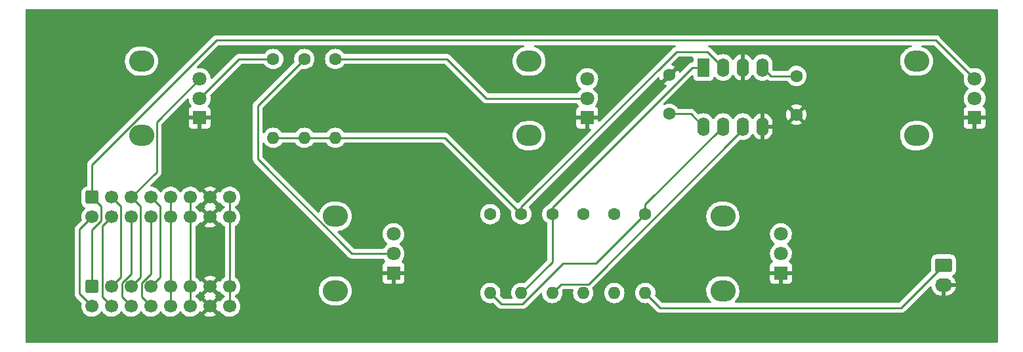
<source format=gbr>
G04 #@! TF.GenerationSoftware,KiCad,Pcbnew,(6.0.5)*
G04 #@! TF.CreationDate,2022-07-25T19:39:25-05:00*
G04 #@! TF.ProjectId,KosmoVoltsMain,4b6f736d-6f56-46f6-9c74-734d61696e2e,rev?*
G04 #@! TF.SameCoordinates,Original*
G04 #@! TF.FileFunction,Copper,L2,Bot*
G04 #@! TF.FilePolarity,Positive*
%FSLAX46Y46*%
G04 Gerber Fmt 4.6, Leading zero omitted, Abs format (unit mm)*
G04 Created by KiCad (PCBNEW (6.0.5)) date 2022-07-25 19:39:25*
%MOMM*%
%LPD*%
G01*
G04 APERTURE LIST*
G04 Aperture macros list*
%AMRoundRect*
0 Rectangle with rounded corners*
0 $1 Rounding radius*
0 $2 $3 $4 $5 $6 $7 $8 $9 X,Y pos of 4 corners*
0 Add a 4 corners polygon primitive as box body*
4,1,4,$2,$3,$4,$5,$6,$7,$8,$9,$2,$3,0*
0 Add four circle primitives for the rounded corners*
1,1,$1+$1,$2,$3*
1,1,$1+$1,$4,$5*
1,1,$1+$1,$6,$7*
1,1,$1+$1,$8,$9*
0 Add four rect primitives between the rounded corners*
20,1,$1+$1,$2,$3,$4,$5,0*
20,1,$1+$1,$4,$5,$6,$7,0*
20,1,$1+$1,$6,$7,$8,$9,0*
20,1,$1+$1,$8,$9,$2,$3,0*%
G04 Aperture macros list end*
G04 #@! TA.AperFunction,ComponentPad*
%ADD10C,1.600000*%
G04 #@! TD*
G04 #@! TA.AperFunction,ComponentPad*
%ADD11O,3.240000X2.720000*%
G04 #@! TD*
G04 #@! TA.AperFunction,ComponentPad*
%ADD12R,1.800000X1.800000*%
G04 #@! TD*
G04 #@! TA.AperFunction,ComponentPad*
%ADD13C,1.800000*%
G04 #@! TD*
G04 #@! TA.AperFunction,ComponentPad*
%ADD14RoundRect,0.250000X-0.600000X0.600000X-0.600000X-0.600000X0.600000X-0.600000X0.600000X0.600000X0*%
G04 #@! TD*
G04 #@! TA.AperFunction,ComponentPad*
%ADD15C,1.700000*%
G04 #@! TD*
G04 #@! TA.AperFunction,ComponentPad*
%ADD16R,1.600000X2.400000*%
G04 #@! TD*
G04 #@! TA.AperFunction,ComponentPad*
%ADD17O,1.600000X2.400000*%
G04 #@! TD*
G04 #@! TA.AperFunction,ComponentPad*
%ADD18O,1.600000X1.600000*%
G04 #@! TD*
G04 #@! TA.AperFunction,ComponentPad*
%ADD19RoundRect,0.250000X-0.850000X0.620000X-0.850000X-0.620000X0.850000X-0.620000X0.850000X0.620000X0*%
G04 #@! TD*
G04 #@! TA.AperFunction,ComponentPad*
%ADD20O,2.200000X1.740000*%
G04 #@! TD*
G04 #@! TA.AperFunction,Conductor*
%ADD21C,0.250000*%
G04 #@! TD*
G04 APERTURE END LIST*
D10*
X174500000Y-107100000D03*
X174500000Y-112100000D03*
X158100000Y-112000000D03*
X158100000Y-107000000D03*
D11*
X165000000Y-134800000D03*
X165000000Y-125200000D03*
D12*
X172500000Y-132500000D03*
D13*
X172500000Y-130000000D03*
X172500000Y-127500000D03*
D11*
X115000000Y-134800000D03*
X115000000Y-125200000D03*
D12*
X122500000Y-132500000D03*
D13*
X122500000Y-130000000D03*
X122500000Y-127500000D03*
D11*
X90000000Y-105200000D03*
X90000000Y-114800000D03*
D12*
X97500000Y-112500000D03*
D13*
X97500000Y-110000000D03*
X97500000Y-107500000D03*
D11*
X190000000Y-114800000D03*
X190000000Y-105200000D03*
D12*
X197500000Y-112500000D03*
D13*
X197500000Y-110000000D03*
X197500000Y-107500000D03*
D11*
X140000000Y-114800000D03*
X140000000Y-105200000D03*
D12*
X147500000Y-112500000D03*
D13*
X147500000Y-110000000D03*
X147500000Y-107500000D03*
D14*
X83610000Y-122747500D03*
D15*
X83610000Y-125287500D03*
X86150000Y-122747500D03*
X86150000Y-125287500D03*
X88690000Y-122747500D03*
X88690000Y-125287500D03*
X91230000Y-122747500D03*
X91230000Y-125287500D03*
X93770000Y-122747500D03*
X93770000Y-125287500D03*
X96310000Y-122747500D03*
X96310000Y-125287500D03*
X98850000Y-122747500D03*
X98850000Y-125287500D03*
X101390000Y-122747500D03*
X101390000Y-125287500D03*
D16*
X162500000Y-106000000D03*
D17*
X165040000Y-106000000D03*
X167580000Y-106000000D03*
X170120000Y-106000000D03*
X170120000Y-113620000D03*
X167580000Y-113620000D03*
X165040000Y-113620000D03*
X162500000Y-113620000D03*
D10*
X111000000Y-104920000D03*
D18*
X111000000Y-115080000D03*
D10*
X115000000Y-104920000D03*
D18*
X115000000Y-115080000D03*
D10*
X151000000Y-124920000D03*
D18*
X151000000Y-135080000D03*
D14*
X83610000Y-134247500D03*
D15*
X83610000Y-136787500D03*
X86150000Y-134247500D03*
X86150000Y-136787500D03*
X88690000Y-134247500D03*
X88690000Y-136787500D03*
X91230000Y-134247500D03*
X91230000Y-136787500D03*
X93770000Y-134247500D03*
X93770000Y-136787500D03*
X96310000Y-134247500D03*
X96310000Y-136787500D03*
X98850000Y-134247500D03*
X98850000Y-136787500D03*
X101390000Y-134247500D03*
X101390000Y-136787500D03*
D19*
X193500000Y-131500000D03*
D20*
X193500000Y-134040000D03*
D10*
X139000000Y-124920000D03*
D18*
X139000000Y-135080000D03*
D10*
X147000000Y-124920000D03*
D18*
X147000000Y-135080000D03*
D10*
X143000000Y-124920000D03*
D18*
X143000000Y-135080000D03*
D10*
X155000000Y-124920000D03*
D18*
X155000000Y-135080000D03*
D10*
X135000000Y-124920000D03*
D18*
X135000000Y-135080000D03*
D10*
X107000000Y-104920000D03*
D18*
X107000000Y-115080000D03*
D21*
X171220000Y-107100000D02*
X170120000Y-106000000D01*
X174500000Y-107100000D02*
X171220000Y-107100000D01*
X143000000Y-124100000D02*
X143000000Y-124920000D01*
X161100000Y-106000000D02*
X143000000Y-124100000D01*
X162500000Y-106000000D02*
X161100000Y-106000000D01*
X139000000Y-124000000D02*
X139000000Y-124920000D01*
X159000000Y-104000000D02*
X139000000Y-124000000D01*
X163040000Y-104000000D02*
X159000000Y-104000000D01*
X165040000Y-106000000D02*
X163040000Y-104000000D01*
X158250000Y-112000000D02*
X160880000Y-112000000D01*
X160880000Y-112000000D02*
X162500000Y-113620000D01*
X84784511Y-123922011D02*
X84784511Y-125773999D01*
X83610000Y-122747500D02*
X83610000Y-118547729D01*
X83610000Y-126948510D02*
X83610000Y-134247500D01*
X99657729Y-102500000D02*
X192500000Y-102500000D01*
X192500000Y-102500000D02*
X197500000Y-107500000D01*
X83610000Y-122747500D02*
X84784511Y-123922011D01*
X83610000Y-118547729D02*
X99657729Y-102500000D01*
X84784511Y-125773999D02*
X83610000Y-126948510D01*
X82000000Y-135177500D02*
X83610000Y-136787500D01*
X83610000Y-125287500D02*
X82000000Y-126897500D01*
X82000000Y-126897500D02*
X82000000Y-135177500D01*
X87324511Y-133072989D02*
X86150000Y-134247500D01*
X86150000Y-122747500D02*
X87324511Y-123922011D01*
X87324511Y-123922011D02*
X87324511Y-133072989D01*
X84975489Y-135612989D02*
X86150000Y-136787500D01*
X86150000Y-125287500D02*
X84975489Y-126462011D01*
X84975489Y-126462011D02*
X84975489Y-135612989D01*
X89864511Y-123922011D02*
X89864511Y-133072989D01*
X89864511Y-133072989D02*
X88690000Y-134247500D01*
X97500000Y-107500000D02*
X91944520Y-113055480D01*
X91944520Y-113055480D02*
X91944520Y-119492980D01*
X91944520Y-119492980D02*
X88690000Y-122747500D01*
X88690000Y-122747500D02*
X89864511Y-123922011D01*
X87500000Y-135597500D02*
X88690000Y-136787500D01*
X88690000Y-132586490D02*
X87500000Y-133776490D01*
X87500000Y-133776490D02*
X87500000Y-135597500D01*
X88690000Y-125287500D02*
X88690000Y-132586490D01*
X92404511Y-123922011D02*
X92404511Y-133072989D01*
X91230000Y-122747500D02*
X92404511Y-123922011D01*
X92404511Y-133072989D02*
X91230000Y-134247500D01*
X90000000Y-135557500D02*
X91230000Y-136787500D01*
X91230000Y-132586490D02*
X90000000Y-133816490D01*
X91230000Y-125287500D02*
X91230000Y-132586490D01*
X90000000Y-133816490D02*
X90000000Y-135557500D01*
X93770000Y-122747500D02*
X93770000Y-136787500D01*
X107000000Y-104920000D02*
X102580000Y-104920000D01*
X102580000Y-104920000D02*
X97500000Y-110000000D01*
X129160000Y-115080000D02*
X115000000Y-115080000D01*
X139000000Y-124920000D02*
X129160000Y-115080000D01*
X107000000Y-115080000D02*
X115000000Y-115080000D01*
X111000000Y-104920000D02*
X105000000Y-110920000D01*
X117157729Y-130000000D02*
X122500000Y-130000000D01*
X105000000Y-110920000D02*
X105000000Y-117842271D01*
X105000000Y-117842271D02*
X117157729Y-130000000D01*
X134500000Y-110000000D02*
X147500000Y-110000000D01*
X115000000Y-104920000D02*
X129420000Y-104920000D01*
X129420000Y-104920000D02*
X134500000Y-110000000D01*
X143000000Y-124920000D02*
X143000000Y-131080000D01*
X143000000Y-131080000D02*
X139000000Y-135080000D01*
X167580000Y-113620000D02*
X167580000Y-114020000D01*
X167580000Y-114020000D02*
X147644511Y-133955489D01*
X147644511Y-133955489D02*
X144124511Y-133955489D01*
X144124511Y-133955489D02*
X143000000Y-135080000D01*
X144404102Y-131266198D02*
X139170300Y-136500000D01*
X155000000Y-123660000D02*
X155000000Y-124920000D01*
X139170300Y-136500000D02*
X136420000Y-136500000D01*
X136420000Y-136500000D02*
X135000000Y-135080000D01*
X148653802Y-131266198D02*
X144404102Y-131266198D01*
X165040000Y-113620000D02*
X155000000Y-123660000D01*
X155000000Y-124920000D02*
X148653802Y-131266198D01*
X155000000Y-135080000D02*
X156920000Y-137000000D01*
X156920000Y-137000000D02*
X188000000Y-137000000D01*
X188000000Y-137000000D02*
X193500000Y-131500000D01*
X101390000Y-122747500D02*
X101390000Y-136787500D01*
X96310000Y-122747500D02*
X96310000Y-136787500D01*
G04 #@! TA.AperFunction,Conductor*
G36*
X200433621Y-98528502D02*
G01*
X200480114Y-98582158D01*
X200491500Y-98634500D01*
X200491500Y-141365500D01*
X200471498Y-141433621D01*
X200417842Y-141480114D01*
X200365500Y-141491500D01*
X75134500Y-141491500D01*
X75066379Y-141471498D01*
X75019886Y-141417842D01*
X75008500Y-141365500D01*
X75008500Y-126877443D01*
X81361780Y-126877443D01*
X81362526Y-126885335D01*
X81365941Y-126921461D01*
X81366500Y-126933319D01*
X81366500Y-135098733D01*
X81365973Y-135109916D01*
X81364298Y-135117409D01*
X81364547Y-135125335D01*
X81364547Y-135125336D01*
X81366438Y-135185486D01*
X81366500Y-135189445D01*
X81366500Y-135217356D01*
X81366997Y-135221290D01*
X81366997Y-135221291D01*
X81367005Y-135221356D01*
X81367938Y-135233193D01*
X81369327Y-135277389D01*
X81374978Y-135296839D01*
X81378987Y-135316200D01*
X81381526Y-135336297D01*
X81384445Y-135343668D01*
X81384445Y-135343670D01*
X81397804Y-135377412D01*
X81401649Y-135388642D01*
X81406983Y-135407001D01*
X81413982Y-135431093D01*
X81418015Y-135437912D01*
X81418017Y-135437917D01*
X81424293Y-135448528D01*
X81432988Y-135466276D01*
X81440448Y-135485117D01*
X81445110Y-135491533D01*
X81445110Y-135491534D01*
X81466436Y-135520887D01*
X81472952Y-135530807D01*
X81481788Y-135545747D01*
X81495458Y-135568862D01*
X81509779Y-135583183D01*
X81522619Y-135598216D01*
X81534528Y-135614607D01*
X81554584Y-135631199D01*
X81568605Y-135642798D01*
X81577384Y-135650788D01*
X82259778Y-136333182D01*
X82293804Y-136395494D01*
X82292100Y-136455948D01*
X82270989Y-136532070D01*
X82270441Y-136537200D01*
X82270440Y-136537204D01*
X82266933Y-136570022D01*
X82247251Y-136754195D01*
X82247548Y-136759348D01*
X82247548Y-136759351D01*
X82256375Y-136912443D01*
X82260110Y-136977215D01*
X82261247Y-136982261D01*
X82261248Y-136982267D01*
X82280382Y-137067168D01*
X82309222Y-137195139D01*
X82393266Y-137402116D01*
X82438625Y-137476135D01*
X82507291Y-137588188D01*
X82509987Y-137592588D01*
X82656250Y-137761438D01*
X82828126Y-137904132D01*
X83021000Y-138016838D01*
X83229692Y-138096530D01*
X83234760Y-138097561D01*
X83234763Y-138097562D01*
X83339604Y-138118892D01*
X83448597Y-138141067D01*
X83453772Y-138141257D01*
X83453774Y-138141257D01*
X83666673Y-138149064D01*
X83666677Y-138149064D01*
X83671837Y-138149253D01*
X83676957Y-138148597D01*
X83676959Y-138148597D01*
X83888288Y-138121525D01*
X83888289Y-138121525D01*
X83893416Y-138120868D01*
X83898366Y-138119383D01*
X84102429Y-138058161D01*
X84102434Y-138058159D01*
X84107384Y-138056674D01*
X84307994Y-137958396D01*
X84489860Y-137828673D01*
X84648096Y-137670989D01*
X84675035Y-137633500D01*
X84778453Y-137489577D01*
X84779776Y-137490528D01*
X84826645Y-137447357D01*
X84896580Y-137435125D01*
X84962026Y-137462644D01*
X84989875Y-137494494D01*
X84998507Y-137508580D01*
X85049987Y-137592588D01*
X85196250Y-137761438D01*
X85368126Y-137904132D01*
X85561000Y-138016838D01*
X85769692Y-138096530D01*
X85774760Y-138097561D01*
X85774763Y-138097562D01*
X85879604Y-138118892D01*
X85988597Y-138141067D01*
X85993772Y-138141257D01*
X85993774Y-138141257D01*
X86206673Y-138149064D01*
X86206677Y-138149064D01*
X86211837Y-138149253D01*
X86216957Y-138148597D01*
X86216959Y-138148597D01*
X86428288Y-138121525D01*
X86428289Y-138121525D01*
X86433416Y-138120868D01*
X86438366Y-138119383D01*
X86642429Y-138058161D01*
X86642434Y-138058159D01*
X86647384Y-138056674D01*
X86847994Y-137958396D01*
X87029860Y-137828673D01*
X87188096Y-137670989D01*
X87215035Y-137633500D01*
X87318453Y-137489577D01*
X87319776Y-137490528D01*
X87366645Y-137447357D01*
X87436580Y-137435125D01*
X87502026Y-137462644D01*
X87529875Y-137494494D01*
X87538507Y-137508580D01*
X87589987Y-137592588D01*
X87736250Y-137761438D01*
X87908126Y-137904132D01*
X88101000Y-138016838D01*
X88309692Y-138096530D01*
X88314760Y-138097561D01*
X88314763Y-138097562D01*
X88419604Y-138118892D01*
X88528597Y-138141067D01*
X88533772Y-138141257D01*
X88533774Y-138141257D01*
X88746673Y-138149064D01*
X88746677Y-138149064D01*
X88751837Y-138149253D01*
X88756957Y-138148597D01*
X88756959Y-138148597D01*
X88968288Y-138121525D01*
X88968289Y-138121525D01*
X88973416Y-138120868D01*
X88978366Y-138119383D01*
X89182429Y-138058161D01*
X89182434Y-138058159D01*
X89187384Y-138056674D01*
X89387994Y-137958396D01*
X89569860Y-137828673D01*
X89728096Y-137670989D01*
X89755035Y-137633500D01*
X89858453Y-137489577D01*
X89859776Y-137490528D01*
X89906645Y-137447357D01*
X89976580Y-137435125D01*
X90042026Y-137462644D01*
X90069875Y-137494494D01*
X90078507Y-137508580D01*
X90129987Y-137592588D01*
X90276250Y-137761438D01*
X90448126Y-137904132D01*
X90641000Y-138016838D01*
X90849692Y-138096530D01*
X90854760Y-138097561D01*
X90854763Y-138097562D01*
X90959604Y-138118892D01*
X91068597Y-138141067D01*
X91073772Y-138141257D01*
X91073774Y-138141257D01*
X91286673Y-138149064D01*
X91286677Y-138149064D01*
X91291837Y-138149253D01*
X91296957Y-138148597D01*
X91296959Y-138148597D01*
X91508288Y-138121525D01*
X91508289Y-138121525D01*
X91513416Y-138120868D01*
X91518366Y-138119383D01*
X91722429Y-138058161D01*
X91722434Y-138058159D01*
X91727384Y-138056674D01*
X91927994Y-137958396D01*
X92109860Y-137828673D01*
X92268096Y-137670989D01*
X92295035Y-137633500D01*
X92398453Y-137489577D01*
X92399776Y-137490528D01*
X92446645Y-137447357D01*
X92516580Y-137435125D01*
X92582026Y-137462644D01*
X92609875Y-137494494D01*
X92618507Y-137508580D01*
X92669987Y-137592588D01*
X92816250Y-137761438D01*
X92988126Y-137904132D01*
X93181000Y-138016838D01*
X93389692Y-138096530D01*
X93394760Y-138097561D01*
X93394763Y-138097562D01*
X93499604Y-138118892D01*
X93608597Y-138141067D01*
X93613772Y-138141257D01*
X93613774Y-138141257D01*
X93826673Y-138149064D01*
X93826677Y-138149064D01*
X93831837Y-138149253D01*
X93836957Y-138148597D01*
X93836959Y-138148597D01*
X94048288Y-138121525D01*
X94048289Y-138121525D01*
X94053416Y-138120868D01*
X94058366Y-138119383D01*
X94262429Y-138058161D01*
X94262434Y-138058159D01*
X94267384Y-138056674D01*
X94467994Y-137958396D01*
X94649860Y-137828673D01*
X94808096Y-137670989D01*
X94835035Y-137633500D01*
X94938453Y-137489577D01*
X94939776Y-137490528D01*
X94986645Y-137447357D01*
X95056580Y-137435125D01*
X95122026Y-137462644D01*
X95149875Y-137494494D01*
X95158507Y-137508580D01*
X95209987Y-137592588D01*
X95356250Y-137761438D01*
X95528126Y-137904132D01*
X95721000Y-138016838D01*
X95929692Y-138096530D01*
X95934760Y-138097561D01*
X95934763Y-138097562D01*
X96039604Y-138118892D01*
X96148597Y-138141067D01*
X96153772Y-138141257D01*
X96153774Y-138141257D01*
X96366673Y-138149064D01*
X96366677Y-138149064D01*
X96371837Y-138149253D01*
X96376957Y-138148597D01*
X96376959Y-138148597D01*
X96588288Y-138121525D01*
X96588289Y-138121525D01*
X96593416Y-138120868D01*
X96598366Y-138119383D01*
X96802429Y-138058161D01*
X96802434Y-138058159D01*
X96807384Y-138056674D01*
X97007994Y-137958396D01*
X97072544Y-137912353D01*
X98089977Y-137912353D01*
X98095258Y-137919407D01*
X98256756Y-138013779D01*
X98266042Y-138018229D01*
X98465001Y-138094203D01*
X98474899Y-138097079D01*
X98683595Y-138139538D01*
X98693823Y-138140757D01*
X98906650Y-138148562D01*
X98916936Y-138148095D01*
X99128185Y-138121034D01*
X99138262Y-138118892D01*
X99342255Y-138057691D01*
X99351842Y-138053933D01*
X99543098Y-137960238D01*
X99551944Y-137954965D01*
X99599247Y-137921223D01*
X99607648Y-137910523D01*
X99600660Y-137897370D01*
X98862812Y-137159522D01*
X98848868Y-137151908D01*
X98847035Y-137152039D01*
X98840420Y-137156290D01*
X98096737Y-137899973D01*
X98089977Y-137912353D01*
X97072544Y-137912353D01*
X97189860Y-137828673D01*
X97348096Y-137670989D01*
X97375035Y-137633500D01*
X97478453Y-137489577D01*
X97479640Y-137490430D01*
X97526960Y-137446862D01*
X97596897Y-137434645D01*
X97662338Y-137462178D01*
X97690166Y-137494012D01*
X97716459Y-137536919D01*
X97726916Y-137546380D01*
X97735694Y-137542596D01*
X98477978Y-136800312D01*
X98484356Y-136788632D01*
X99214408Y-136788632D01*
X99214539Y-136790465D01*
X99218790Y-136797080D01*
X99960474Y-137538764D01*
X99972484Y-137545323D01*
X99984223Y-137536355D01*
X100018022Y-137489319D01*
X100019277Y-137490221D01*
X100066391Y-137446855D01*
X100136330Y-137434648D01*
X100201767Y-137462191D01*
X100229580Y-137494013D01*
X100287287Y-137588183D01*
X100287291Y-137588188D01*
X100289987Y-137592588D01*
X100436250Y-137761438D01*
X100608126Y-137904132D01*
X100801000Y-138016838D01*
X101009692Y-138096530D01*
X101014760Y-138097561D01*
X101014763Y-138097562D01*
X101119604Y-138118892D01*
X101228597Y-138141067D01*
X101233772Y-138141257D01*
X101233774Y-138141257D01*
X101446673Y-138149064D01*
X101446677Y-138149064D01*
X101451837Y-138149253D01*
X101456957Y-138148597D01*
X101456959Y-138148597D01*
X101668288Y-138121525D01*
X101668289Y-138121525D01*
X101673416Y-138120868D01*
X101678366Y-138119383D01*
X101882429Y-138058161D01*
X101882434Y-138058159D01*
X101887384Y-138056674D01*
X102087994Y-137958396D01*
X102269860Y-137828673D01*
X102428096Y-137670989D01*
X102455035Y-137633500D01*
X102555435Y-137493777D01*
X102558453Y-137489577D01*
X102561602Y-137483207D01*
X102655136Y-137293953D01*
X102655137Y-137293951D01*
X102657430Y-137289311D01*
X102708841Y-137120099D01*
X102720865Y-137080523D01*
X102720865Y-137080521D01*
X102722370Y-137075569D01*
X102751529Y-136854090D01*
X102753156Y-136787500D01*
X102734852Y-136564861D01*
X102680431Y-136348202D01*
X102591354Y-136143340D01*
X102506725Y-136012524D01*
X102472822Y-135960117D01*
X102472820Y-135960114D01*
X102470014Y-135955777D01*
X102319670Y-135790551D01*
X102315619Y-135787352D01*
X102315615Y-135787348D01*
X102148414Y-135655300D01*
X102148410Y-135655298D01*
X102144359Y-135652098D01*
X102103053Y-135629296D01*
X102053084Y-135578864D01*
X102038312Y-135509421D01*
X102063428Y-135443016D01*
X102090780Y-135416409D01*
X102153683Y-135371541D01*
X102269860Y-135288673D01*
X102428096Y-135130989D01*
X102438237Y-135116877D01*
X102555435Y-134953777D01*
X102558453Y-134949577D01*
X102571995Y-134922178D01*
X102611371Y-134842505D01*
X112866984Y-134842505D01*
X112892738Y-135112441D01*
X112893822Y-135116870D01*
X112893823Y-135116877D01*
X112919410Y-135221438D01*
X112957190Y-135375832D01*
X112958905Y-135380067D01*
X112958906Y-135380069D01*
X113055949Y-135619658D01*
X113058988Y-135627160D01*
X113196001Y-135861161D01*
X113254181Y-135933911D01*
X113337981Y-136038697D01*
X113365359Y-136072932D01*
X113368700Y-136076053D01*
X113516763Y-136214366D01*
X113563512Y-136258037D01*
X113786312Y-136412598D01*
X113790388Y-136414626D01*
X113790390Y-136414627D01*
X114025003Y-136531346D01*
X114025006Y-136531347D01*
X114029090Y-136533379D01*
X114286760Y-136617847D01*
X114291251Y-136618627D01*
X114291252Y-136618627D01*
X114550144Y-136663579D01*
X114550152Y-136663580D01*
X114553925Y-136664235D01*
X114557762Y-136664426D01*
X114638029Y-136668422D01*
X114638037Y-136668422D01*
X114639600Y-136668500D01*
X115328884Y-136668500D01*
X115331152Y-136668335D01*
X115331164Y-136668335D01*
X115462978Y-136658771D01*
X115530451Y-136653875D01*
X115534906Y-136652891D01*
X115534909Y-136652891D01*
X115790777Y-136596400D01*
X115790781Y-136596399D01*
X115795237Y-136595415D01*
X115975565Y-136527095D01*
X116044540Y-136500963D01*
X116044543Y-136500962D01*
X116048810Y-136499345D01*
X116274434Y-136374022D01*
X116281866Y-136369894D01*
X116281867Y-136369893D01*
X116285859Y-136367676D01*
X116475996Y-136222568D01*
X116497785Y-136205939D01*
X116497786Y-136205938D01*
X116501417Y-136203167D01*
X116545583Y-136157988D01*
X116617369Y-136084554D01*
X116690970Y-136009264D01*
X116732683Y-135951957D01*
X116847859Y-135793721D01*
X116850547Y-135790028D01*
X116976804Y-135550053D01*
X116982394Y-135534225D01*
X117037065Y-135379407D01*
X117067096Y-135294366D01*
X117092595Y-135164996D01*
X117118652Y-135032794D01*
X117118653Y-135032788D01*
X117119533Y-135028322D01*
X117119760Y-135023766D01*
X117132789Y-134762064D01*
X117132789Y-134762058D01*
X117133016Y-134757495D01*
X117107262Y-134487559D01*
X117100267Y-134458970D01*
X117063994Y-134310740D01*
X117042810Y-134224168D01*
X117038362Y-134213185D01*
X116942725Y-133977069D01*
X116942725Y-133977068D01*
X116941012Y-133972840D01*
X116803999Y-133738839D01*
X116672318Y-133574180D01*
X116637493Y-133530634D01*
X116637492Y-133530632D01*
X116634641Y-133527068D01*
X116594978Y-133490017D01*
X116546434Y-133444669D01*
X121092001Y-133444669D01*
X121092371Y-133451490D01*
X121097895Y-133502352D01*
X121101521Y-133517604D01*
X121146676Y-133638054D01*
X121155214Y-133653649D01*
X121231715Y-133755724D01*
X121244276Y-133768285D01*
X121346351Y-133844786D01*
X121361946Y-133853324D01*
X121482394Y-133898478D01*
X121497649Y-133902105D01*
X121548514Y-133907631D01*
X121555328Y-133908000D01*
X122227885Y-133908000D01*
X122243124Y-133903525D01*
X122244329Y-133902135D01*
X122246000Y-133894452D01*
X122246000Y-133889884D01*
X122754000Y-133889884D01*
X122758475Y-133905123D01*
X122759865Y-133906328D01*
X122767548Y-133907999D01*
X123444669Y-133907999D01*
X123451490Y-133907629D01*
X123502352Y-133902105D01*
X123517604Y-133898479D01*
X123638054Y-133853324D01*
X123653649Y-133844786D01*
X123755724Y-133768285D01*
X123768285Y-133755724D01*
X123844786Y-133653649D01*
X123853324Y-133638054D01*
X123898478Y-133517606D01*
X123902105Y-133502351D01*
X123907631Y-133451486D01*
X123908000Y-133444672D01*
X123908000Y-132772115D01*
X123903525Y-132756876D01*
X123902135Y-132755671D01*
X123894452Y-132754000D01*
X122772115Y-132754000D01*
X122756876Y-132758475D01*
X122755671Y-132759865D01*
X122754000Y-132767548D01*
X122754000Y-133889884D01*
X122246000Y-133889884D01*
X122246000Y-132772115D01*
X122241525Y-132756876D01*
X122240135Y-132755671D01*
X122232452Y-132754000D01*
X121110116Y-132754000D01*
X121094877Y-132758475D01*
X121093672Y-132759865D01*
X121092001Y-132767548D01*
X121092001Y-133444669D01*
X116546434Y-133444669D01*
X116439824Y-133345079D01*
X116439821Y-133345077D01*
X116436488Y-133341963D01*
X116213688Y-133187402D01*
X116209610Y-133185373D01*
X115974997Y-133068654D01*
X115974994Y-133068653D01*
X115970910Y-133066621D01*
X115713240Y-132982153D01*
X115708748Y-132981373D01*
X115449856Y-132936421D01*
X115449848Y-132936420D01*
X115446075Y-132935765D01*
X115438429Y-132935384D01*
X115361971Y-132931578D01*
X115361963Y-132931578D01*
X115360400Y-132931500D01*
X114671116Y-132931500D01*
X114668848Y-132931665D01*
X114668836Y-132931665D01*
X114539467Y-132941052D01*
X114469549Y-132946125D01*
X114465094Y-132947109D01*
X114465091Y-132947109D01*
X114209223Y-133003600D01*
X114209219Y-133003601D01*
X114204763Y-133004585D01*
X114135332Y-133030890D01*
X113955460Y-133099037D01*
X113955457Y-133099038D01*
X113951190Y-133100655D01*
X113798669Y-133185373D01*
X113721683Y-133228135D01*
X113714141Y-133232324D01*
X113710509Y-133235096D01*
X113555637Y-133353291D01*
X113498583Y-133396833D01*
X113309030Y-133590736D01*
X113306343Y-133594428D01*
X113306341Y-133594430D01*
X113165532Y-133787882D01*
X113149453Y-133809972D01*
X113023196Y-134049947D01*
X113021677Y-134054248D01*
X113021675Y-134054253D01*
X112982364Y-134165573D01*
X112932904Y-134305634D01*
X112929291Y-134323965D01*
X112881770Y-134565069D01*
X112880467Y-134571678D01*
X112880240Y-134576232D01*
X112880240Y-134576234D01*
X112869675Y-134788459D01*
X112866984Y-134842505D01*
X102611371Y-134842505D01*
X102655136Y-134753953D01*
X102655137Y-134753951D01*
X102657430Y-134749311D01*
X102722370Y-134535569D01*
X102751529Y-134314090D01*
X102751611Y-134310740D01*
X102753074Y-134250865D01*
X102753074Y-134250861D01*
X102753156Y-134247500D01*
X102734852Y-134024861D01*
X102680431Y-133808202D01*
X102591354Y-133603340D01*
X102515028Y-133485358D01*
X102472822Y-133420117D01*
X102472820Y-133420114D01*
X102470014Y-133415777D01*
X102319670Y-133250551D01*
X102315619Y-133247352D01*
X102315615Y-133247348D01*
X102148414Y-133115300D01*
X102148410Y-133115298D01*
X102144359Y-133112098D01*
X102139835Y-133109601D01*
X102139831Y-133109598D01*
X102088608Y-133081322D01*
X102038636Y-133030890D01*
X102023500Y-132971013D01*
X102023500Y-126567927D01*
X102043502Y-126499806D01*
X102084618Y-126460050D01*
X102087994Y-126458396D01*
X102269860Y-126328673D01*
X102291452Y-126307157D01*
X102399489Y-126199496D01*
X102428096Y-126170989D01*
X102461035Y-126125150D01*
X102555435Y-125993777D01*
X102558453Y-125989577D01*
X102571995Y-125962178D01*
X102655136Y-125793953D01*
X102655137Y-125793951D01*
X102657430Y-125789311D01*
X102722370Y-125575569D01*
X102751529Y-125354090D01*
X102753156Y-125287500D01*
X102734852Y-125064861D01*
X102680431Y-124848202D01*
X102591354Y-124643340D01*
X102470014Y-124455777D01*
X102319670Y-124290551D01*
X102315619Y-124287352D01*
X102315615Y-124287348D01*
X102148414Y-124155300D01*
X102148410Y-124155298D01*
X102144359Y-124152098D01*
X102103053Y-124129296D01*
X102053084Y-124078864D01*
X102038312Y-124009421D01*
X102063428Y-123943016D01*
X102090780Y-123916409D01*
X102155110Y-123870523D01*
X102269860Y-123788673D01*
X102428096Y-123630989D01*
X102445348Y-123606981D01*
X102555435Y-123453777D01*
X102558453Y-123449577D01*
X102570630Y-123424940D01*
X102655136Y-123253953D01*
X102655137Y-123253951D01*
X102657430Y-123249311D01*
X102722370Y-123035569D01*
X102751529Y-122814090D01*
X102753156Y-122747500D01*
X102734852Y-122524861D01*
X102680431Y-122308202D01*
X102591354Y-122103340D01*
X102470014Y-121915777D01*
X102319670Y-121750551D01*
X102315619Y-121747352D01*
X102315615Y-121747348D01*
X102148414Y-121615300D01*
X102148410Y-121615298D01*
X102144359Y-121612098D01*
X101948789Y-121504138D01*
X101943920Y-121502414D01*
X101943916Y-121502412D01*
X101743087Y-121431295D01*
X101743083Y-121431294D01*
X101738212Y-121429569D01*
X101733119Y-121428662D01*
X101733116Y-121428661D01*
X101523373Y-121391300D01*
X101523367Y-121391299D01*
X101518284Y-121390394D01*
X101444452Y-121389492D01*
X101300081Y-121387728D01*
X101300079Y-121387728D01*
X101294911Y-121387665D01*
X101074091Y-121421455D01*
X100861756Y-121490857D01*
X100783455Y-121531618D01*
X100741678Y-121553366D01*
X100663607Y-121594007D01*
X100659474Y-121597110D01*
X100659471Y-121597112D01*
X100489100Y-121725030D01*
X100484965Y-121728135D01*
X100481393Y-121731873D01*
X100398580Y-121818532D01*
X100330629Y-121889638D01*
X100223204Y-122047118D01*
X100222898Y-122047566D01*
X100167987Y-122092569D01*
X100097462Y-122100740D01*
X100033715Y-122069486D01*
X100013017Y-122045001D01*
X99983062Y-121998697D01*
X99972377Y-121989495D01*
X99962812Y-121993898D01*
X99222022Y-122734688D01*
X99214408Y-122748632D01*
X99214539Y-122750465D01*
X99218790Y-122757080D01*
X99960474Y-123498764D01*
X99972484Y-123505323D01*
X99984223Y-123496355D01*
X100018022Y-123449319D01*
X100019277Y-123450221D01*
X100066391Y-123406855D01*
X100136330Y-123394648D01*
X100201767Y-123422191D01*
X100229580Y-123454013D01*
X100287287Y-123548183D01*
X100287291Y-123548188D01*
X100289987Y-123552588D01*
X100436250Y-123721438D01*
X100608126Y-123864132D01*
X100612593Y-123866742D01*
X100681445Y-123906976D01*
X100730169Y-123958614D01*
X100743240Y-124028397D01*
X100716509Y-124094169D01*
X100676055Y-124127527D01*
X100663607Y-124134007D01*
X100659474Y-124137110D01*
X100659471Y-124137112D01*
X100489100Y-124265030D01*
X100484965Y-124268135D01*
X100481393Y-124271873D01*
X100413547Y-124342870D01*
X100330629Y-124429638D01*
X100327720Y-124433903D01*
X100327714Y-124433911D01*
X100298957Y-124476067D01*
X100223204Y-124587118D01*
X100222898Y-124587566D01*
X100167987Y-124632569D01*
X100097462Y-124640740D01*
X100033715Y-124609486D01*
X100013017Y-124585001D01*
X99983062Y-124538697D01*
X99972377Y-124529495D01*
X99962812Y-124533898D01*
X99222022Y-125274688D01*
X99214408Y-125288632D01*
X99214539Y-125290465D01*
X99218790Y-125297080D01*
X99960474Y-126038764D01*
X99972484Y-126045323D01*
X99984223Y-126036355D01*
X100018022Y-125989319D01*
X100019277Y-125990221D01*
X100066391Y-125946855D01*
X100136330Y-125934648D01*
X100201767Y-125962191D01*
X100229580Y-125994013D01*
X100287287Y-126088183D01*
X100287291Y-126088188D01*
X100289987Y-126092588D01*
X100436250Y-126261438D01*
X100608126Y-126404132D01*
X100694070Y-126454353D01*
X100742794Y-126505991D01*
X100756500Y-126563141D01*
X100756500Y-132969192D01*
X100736498Y-133037313D01*
X100688683Y-133080953D01*
X100663607Y-133094007D01*
X100659474Y-133097110D01*
X100659471Y-133097112D01*
X100539216Y-133187402D01*
X100484965Y-133228135D01*
X100481393Y-133231873D01*
X100335224Y-133384830D01*
X100330629Y-133389638D01*
X100327720Y-133393903D01*
X100327714Y-133393911D01*
X100323152Y-133400599D01*
X100223204Y-133547118D01*
X100222898Y-133547566D01*
X100167987Y-133592569D01*
X100097462Y-133600740D01*
X100033715Y-133569486D01*
X100013017Y-133545001D01*
X99983062Y-133498697D01*
X99972377Y-133489495D01*
X99962812Y-133493898D01*
X99222022Y-134234688D01*
X99214408Y-134248632D01*
X99214539Y-134250465D01*
X99218790Y-134257080D01*
X99960474Y-134998764D01*
X99972484Y-135005323D01*
X99984223Y-134996355D01*
X100018022Y-134949319D01*
X100019277Y-134950221D01*
X100066391Y-134906855D01*
X100136330Y-134894648D01*
X100201767Y-134922191D01*
X100229580Y-134954013D01*
X100287287Y-135048183D01*
X100287291Y-135048188D01*
X100289987Y-135052588D01*
X100436250Y-135221438D01*
X100608126Y-135364132D01*
X100628746Y-135376181D01*
X100681445Y-135406976D01*
X100730169Y-135458614D01*
X100743240Y-135528397D01*
X100716509Y-135594169D01*
X100676055Y-135627527D01*
X100663607Y-135634007D01*
X100659474Y-135637110D01*
X100659471Y-135637112D01*
X100489100Y-135765030D01*
X100484965Y-135768135D01*
X100459894Y-135794370D01*
X100410080Y-135846498D01*
X100330629Y-135929638D01*
X100223204Y-136087118D01*
X100222898Y-136087566D01*
X100167987Y-136132569D01*
X100097462Y-136140740D01*
X100033715Y-136109486D01*
X100013017Y-136085001D01*
X99983062Y-136038697D01*
X99972377Y-136029495D01*
X99962812Y-136033898D01*
X99222022Y-136774688D01*
X99214408Y-136788632D01*
X98484356Y-136788632D01*
X98485592Y-136786368D01*
X98485461Y-136784535D01*
X98481210Y-136777920D01*
X97739849Y-136036559D01*
X97728313Y-136030259D01*
X97716031Y-136039882D01*
X97683499Y-136087572D01*
X97628587Y-136132575D01*
X97558063Y-136140746D01*
X97494316Y-136109492D01*
X97473618Y-136085008D01*
X97392822Y-135960117D01*
X97392820Y-135960114D01*
X97390014Y-135955777D01*
X97239670Y-135790551D01*
X97235619Y-135787352D01*
X97235615Y-135787348D01*
X97068414Y-135655300D01*
X97068410Y-135655298D01*
X97064359Y-135652098D01*
X97023053Y-135629296D01*
X96973084Y-135578864D01*
X96958312Y-135509421D01*
X96983428Y-135443016D01*
X97010780Y-135416409D01*
X97072545Y-135372353D01*
X98089977Y-135372353D01*
X98095258Y-135379407D01*
X98142479Y-135407001D01*
X98191203Y-135458639D01*
X98204274Y-135528422D01*
X98177543Y-135594194D01*
X98137087Y-135627553D01*
X98128466Y-135632041D01*
X98119734Y-135637539D01*
X98099677Y-135652599D01*
X98091223Y-135663927D01*
X98097968Y-135676258D01*
X98837188Y-136415478D01*
X98851132Y-136423092D01*
X98852965Y-136422961D01*
X98859580Y-136418710D01*
X99603389Y-135674901D01*
X99610410Y-135662044D01*
X99603611Y-135652713D01*
X99599559Y-135650021D01*
X99562116Y-135629352D01*
X99512145Y-135578920D01*
X99497373Y-135509477D01*
X99522489Y-135443072D01*
X99549840Y-135416465D01*
X99599247Y-135381223D01*
X99607648Y-135370523D01*
X99600660Y-135357370D01*
X98862812Y-134619522D01*
X98848868Y-134611908D01*
X98847035Y-134612039D01*
X98840420Y-134616290D01*
X98096737Y-135359973D01*
X98089977Y-135372353D01*
X97072545Y-135372353D01*
X97073683Y-135371541D01*
X97189860Y-135288673D01*
X97348096Y-135130989D01*
X97358237Y-135116877D01*
X97478453Y-134949577D01*
X97479640Y-134950430D01*
X97526960Y-134906862D01*
X97596897Y-134894645D01*
X97662338Y-134922178D01*
X97690166Y-134954012D01*
X97716459Y-134996919D01*
X97726916Y-135006380D01*
X97735694Y-135002596D01*
X98477978Y-134260312D01*
X98485592Y-134246368D01*
X98485461Y-134244535D01*
X98481210Y-134237920D01*
X97739849Y-133496559D01*
X97728313Y-133490259D01*
X97716031Y-133499882D01*
X97683499Y-133547572D01*
X97628587Y-133592575D01*
X97558063Y-133600746D01*
X97494316Y-133569492D01*
X97473618Y-133545008D01*
X97392822Y-133420117D01*
X97392820Y-133420114D01*
X97390014Y-133415777D01*
X97239670Y-133250551D01*
X97235619Y-133247352D01*
X97235615Y-133247348D01*
X97079338Y-133123927D01*
X98091223Y-133123927D01*
X98097968Y-133136258D01*
X98837188Y-133875478D01*
X98851132Y-133883092D01*
X98852965Y-133882961D01*
X98859580Y-133878710D01*
X99603389Y-133134901D01*
X99610410Y-133122044D01*
X99603611Y-133112713D01*
X99599554Y-133110018D01*
X99413117Y-133007099D01*
X99403705Y-133002869D01*
X99202959Y-132931780D01*
X99192989Y-132929146D01*
X98983327Y-132891801D01*
X98973073Y-132890831D01*
X98760116Y-132888228D01*
X98749832Y-132888948D01*
X98539321Y-132921161D01*
X98529293Y-132923550D01*
X98326868Y-132989712D01*
X98317359Y-132993709D01*
X98128466Y-133092040D01*
X98119734Y-133097539D01*
X98099677Y-133112599D01*
X98091223Y-133123927D01*
X97079338Y-133123927D01*
X97068414Y-133115300D01*
X97068410Y-133115298D01*
X97064359Y-133112098D01*
X97059835Y-133109601D01*
X97059831Y-133109598D01*
X97008608Y-133081322D01*
X96958636Y-133030890D01*
X96943500Y-132971013D01*
X96943500Y-126567927D01*
X96963502Y-126499806D01*
X97004618Y-126460050D01*
X97007994Y-126458396D01*
X97072544Y-126412353D01*
X98089977Y-126412353D01*
X98095258Y-126419407D01*
X98256756Y-126513779D01*
X98266042Y-126518229D01*
X98465001Y-126594203D01*
X98474899Y-126597079D01*
X98683595Y-126639538D01*
X98693823Y-126640757D01*
X98906650Y-126648562D01*
X98916936Y-126648095D01*
X99128185Y-126621034D01*
X99138262Y-126618892D01*
X99342255Y-126557691D01*
X99351842Y-126553933D01*
X99543098Y-126460238D01*
X99551944Y-126454965D01*
X99599247Y-126421223D01*
X99607648Y-126410523D01*
X99600660Y-126397370D01*
X98862812Y-125659522D01*
X98848868Y-125651908D01*
X98847035Y-125652039D01*
X98840420Y-125656290D01*
X98096737Y-126399973D01*
X98089977Y-126412353D01*
X97072544Y-126412353D01*
X97189860Y-126328673D01*
X97211452Y-126307157D01*
X97319489Y-126199496D01*
X97348096Y-126170989D01*
X97381035Y-126125150D01*
X97478453Y-125989577D01*
X97479640Y-125990430D01*
X97526960Y-125946862D01*
X97596897Y-125934645D01*
X97662338Y-125962178D01*
X97690166Y-125994012D01*
X97716459Y-126036919D01*
X97726916Y-126046380D01*
X97735694Y-126042596D01*
X98477978Y-125300312D01*
X98485592Y-125286368D01*
X98485461Y-125284535D01*
X98481210Y-125277920D01*
X97739849Y-124536559D01*
X97728313Y-124530259D01*
X97716031Y-124539882D01*
X97683499Y-124587572D01*
X97628587Y-124632575D01*
X97558063Y-124640746D01*
X97494316Y-124609492D01*
X97473618Y-124585008D01*
X97392822Y-124460117D01*
X97392820Y-124460114D01*
X97390014Y-124455777D01*
X97239670Y-124290551D01*
X97235619Y-124287352D01*
X97235615Y-124287348D01*
X97068414Y-124155300D01*
X97068410Y-124155298D01*
X97064359Y-124152098D01*
X97023053Y-124129296D01*
X96973084Y-124078864D01*
X96958312Y-124009421D01*
X96983428Y-123943016D01*
X97010780Y-123916409D01*
X97072544Y-123872353D01*
X98089977Y-123872353D01*
X98095258Y-123879407D01*
X98142479Y-123907001D01*
X98191203Y-123958639D01*
X98204274Y-124028422D01*
X98177543Y-124094194D01*
X98137087Y-124127553D01*
X98128466Y-124132041D01*
X98119734Y-124137539D01*
X98099677Y-124152599D01*
X98091223Y-124163927D01*
X98097968Y-124176258D01*
X98837188Y-124915478D01*
X98851132Y-124923092D01*
X98852965Y-124922961D01*
X98859580Y-124918710D01*
X99603389Y-124174901D01*
X99610410Y-124162044D01*
X99603611Y-124152713D01*
X99599559Y-124150021D01*
X99562116Y-124129352D01*
X99512145Y-124078920D01*
X99497373Y-124009477D01*
X99522489Y-123943072D01*
X99549840Y-123916465D01*
X99599247Y-123881223D01*
X99607648Y-123870523D01*
X99600660Y-123857370D01*
X98862812Y-123119522D01*
X98848868Y-123111908D01*
X98847035Y-123112039D01*
X98840420Y-123116290D01*
X98096737Y-123859973D01*
X98089977Y-123872353D01*
X97072544Y-123872353D01*
X97075110Y-123870523D01*
X97189860Y-123788673D01*
X97348096Y-123630989D01*
X97365348Y-123606981D01*
X97478453Y-123449577D01*
X97479640Y-123450430D01*
X97526960Y-123406862D01*
X97596897Y-123394645D01*
X97662338Y-123422178D01*
X97690166Y-123454012D01*
X97716459Y-123496919D01*
X97726916Y-123506380D01*
X97735694Y-123502596D01*
X98477978Y-122760312D01*
X98485592Y-122746368D01*
X98485461Y-122744535D01*
X98481210Y-122737920D01*
X97739849Y-121996559D01*
X97728313Y-121990259D01*
X97716031Y-121999882D01*
X97683499Y-122047572D01*
X97628587Y-122092575D01*
X97558063Y-122100746D01*
X97494316Y-122069492D01*
X97473618Y-122045008D01*
X97392822Y-121920117D01*
X97392820Y-121920114D01*
X97390014Y-121915777D01*
X97239670Y-121750551D01*
X97235619Y-121747352D01*
X97235615Y-121747348D01*
X97079338Y-121623927D01*
X98091223Y-121623927D01*
X98097968Y-121636258D01*
X98837188Y-122375478D01*
X98851132Y-122383092D01*
X98852965Y-122382961D01*
X98859580Y-122378710D01*
X99603389Y-121634901D01*
X99610410Y-121622044D01*
X99603611Y-121612713D01*
X99599554Y-121610018D01*
X99413117Y-121507099D01*
X99403705Y-121502869D01*
X99202959Y-121431780D01*
X99192989Y-121429146D01*
X98983327Y-121391801D01*
X98973073Y-121390831D01*
X98760116Y-121388228D01*
X98749832Y-121388948D01*
X98539321Y-121421161D01*
X98529293Y-121423550D01*
X98326868Y-121489712D01*
X98317359Y-121493709D01*
X98128466Y-121592040D01*
X98119734Y-121597539D01*
X98099677Y-121612599D01*
X98091223Y-121623927D01*
X97079338Y-121623927D01*
X97068414Y-121615300D01*
X97068410Y-121615298D01*
X97064359Y-121612098D01*
X96868789Y-121504138D01*
X96863920Y-121502414D01*
X96863916Y-121502412D01*
X96663087Y-121431295D01*
X96663083Y-121431294D01*
X96658212Y-121429569D01*
X96653119Y-121428662D01*
X96653116Y-121428661D01*
X96443373Y-121391300D01*
X96443367Y-121391299D01*
X96438284Y-121390394D01*
X96364452Y-121389492D01*
X96220081Y-121387728D01*
X96220079Y-121387728D01*
X96214911Y-121387665D01*
X95994091Y-121421455D01*
X95781756Y-121490857D01*
X95703455Y-121531618D01*
X95661678Y-121553366D01*
X95583607Y-121594007D01*
X95579474Y-121597110D01*
X95579471Y-121597112D01*
X95409100Y-121725030D01*
X95404965Y-121728135D01*
X95401393Y-121731873D01*
X95318580Y-121818532D01*
X95250629Y-121889638D01*
X95143201Y-122047121D01*
X95088293Y-122092121D01*
X95017768Y-122100292D01*
X94954021Y-122069038D01*
X94933324Y-122044554D01*
X94852822Y-121920117D01*
X94852820Y-121920114D01*
X94850014Y-121915777D01*
X94699670Y-121750551D01*
X94695619Y-121747352D01*
X94695615Y-121747348D01*
X94528414Y-121615300D01*
X94528410Y-121615298D01*
X94524359Y-121612098D01*
X94328789Y-121504138D01*
X94323920Y-121502414D01*
X94323916Y-121502412D01*
X94123087Y-121431295D01*
X94123083Y-121431294D01*
X94118212Y-121429569D01*
X94113119Y-121428662D01*
X94113116Y-121428661D01*
X93903373Y-121391300D01*
X93903367Y-121391299D01*
X93898284Y-121390394D01*
X93824452Y-121389492D01*
X93680081Y-121387728D01*
X93680079Y-121387728D01*
X93674911Y-121387665D01*
X93454091Y-121421455D01*
X93241756Y-121490857D01*
X93163455Y-121531618D01*
X93121678Y-121553366D01*
X93043607Y-121594007D01*
X93039474Y-121597110D01*
X93039471Y-121597112D01*
X92869100Y-121725030D01*
X92864965Y-121728135D01*
X92861393Y-121731873D01*
X92778580Y-121818532D01*
X92710629Y-121889638D01*
X92603201Y-122047121D01*
X92548293Y-122092121D01*
X92477768Y-122100292D01*
X92414021Y-122069038D01*
X92393324Y-122044554D01*
X92312822Y-121920117D01*
X92312820Y-121920114D01*
X92310014Y-121915777D01*
X92159670Y-121750551D01*
X92155619Y-121747352D01*
X92155615Y-121747348D01*
X91988414Y-121615300D01*
X91988410Y-121615298D01*
X91984359Y-121612098D01*
X91788789Y-121504138D01*
X91783920Y-121502414D01*
X91783916Y-121502412D01*
X91583087Y-121431295D01*
X91583083Y-121431294D01*
X91578212Y-121429569D01*
X91573119Y-121428662D01*
X91573116Y-121428661D01*
X91363373Y-121391300D01*
X91363367Y-121391299D01*
X91358284Y-121390394D01*
X91247009Y-121389035D01*
X91179140Y-121368202D01*
X91133306Y-121313983D01*
X91124061Y-121243591D01*
X91154340Y-121179375D01*
X91159455Y-121173949D01*
X92336767Y-119996637D01*
X92345057Y-119989093D01*
X92351538Y-119984980D01*
X92398179Y-119935312D01*
X92400933Y-119932471D01*
X92420654Y-119912750D01*
X92423132Y-119909555D01*
X92430838Y-119900533D01*
X92455678Y-119874081D01*
X92461106Y-119868301D01*
X92470866Y-119850548D01*
X92481719Y-119834025D01*
X92489273Y-119824286D01*
X92494133Y-119818021D01*
X92511696Y-119777437D01*
X92516903Y-119766807D01*
X92538215Y-119728040D01*
X92540186Y-119720363D01*
X92540188Y-119720358D01*
X92543252Y-119708422D01*
X92549658Y-119689710D01*
X92554553Y-119678399D01*
X92557701Y-119671125D01*
X92558941Y-119663297D01*
X92558943Y-119663290D01*
X92564619Y-119627456D01*
X92567025Y-119615836D01*
X92576048Y-119580691D01*
X92576048Y-119580690D01*
X92578020Y-119573010D01*
X92578020Y-119552756D01*
X92579571Y-119533045D01*
X92581500Y-119520866D01*
X92582740Y-119513037D01*
X92578579Y-119469018D01*
X92578020Y-119457161D01*
X92578020Y-113444669D01*
X96092001Y-113444669D01*
X96092371Y-113451490D01*
X96097895Y-113502352D01*
X96101521Y-113517604D01*
X96146676Y-113638054D01*
X96155214Y-113653649D01*
X96231715Y-113755724D01*
X96244276Y-113768285D01*
X96346351Y-113844786D01*
X96361946Y-113853324D01*
X96482394Y-113898478D01*
X96497649Y-113902105D01*
X96548514Y-113907631D01*
X96555328Y-113908000D01*
X97227885Y-113908000D01*
X97243124Y-113903525D01*
X97244329Y-113902135D01*
X97246000Y-113894452D01*
X97246000Y-113889884D01*
X97754000Y-113889884D01*
X97758475Y-113905123D01*
X97759865Y-113906328D01*
X97767548Y-113907999D01*
X98444669Y-113907999D01*
X98451490Y-113907629D01*
X98502352Y-113902105D01*
X98517604Y-113898479D01*
X98638054Y-113853324D01*
X98653649Y-113844786D01*
X98755724Y-113768285D01*
X98768285Y-113755724D01*
X98844786Y-113653649D01*
X98853324Y-113638054D01*
X98898478Y-113517606D01*
X98902105Y-113502351D01*
X98907631Y-113451486D01*
X98908000Y-113444672D01*
X98908000Y-112772115D01*
X98903525Y-112756876D01*
X98902135Y-112755671D01*
X98894452Y-112754000D01*
X97772115Y-112754000D01*
X97756876Y-112758475D01*
X97755671Y-112759865D01*
X97754000Y-112767548D01*
X97754000Y-113889884D01*
X97246000Y-113889884D01*
X97246000Y-112772115D01*
X97241525Y-112756876D01*
X97240135Y-112755671D01*
X97232452Y-112754000D01*
X96110116Y-112754000D01*
X96094877Y-112758475D01*
X96093672Y-112759865D01*
X96092001Y-112767548D01*
X96092001Y-113444669D01*
X92578020Y-113444669D01*
X92578020Y-113370074D01*
X92598022Y-113301953D01*
X92614925Y-113280979D01*
X95879845Y-110016059D01*
X95942157Y-109982033D01*
X96012972Y-109987098D01*
X96069808Y-110029645D01*
X96094731Y-110097901D01*
X96100427Y-110196697D01*
X96101564Y-110201743D01*
X96101565Y-110201749D01*
X96133741Y-110344523D01*
X96151346Y-110422642D01*
X96153288Y-110427424D01*
X96153289Y-110427428D01*
X96228716Y-110613181D01*
X96238484Y-110637237D01*
X96359501Y-110834719D01*
X96362882Y-110838622D01*
X96445498Y-110933997D01*
X96474980Y-110998582D01*
X96464865Y-111068855D01*
X96418364Y-111122503D01*
X96394489Y-111134476D01*
X96361948Y-111146675D01*
X96346351Y-111155214D01*
X96244276Y-111231715D01*
X96231715Y-111244276D01*
X96155214Y-111346351D01*
X96146676Y-111361946D01*
X96101522Y-111482394D01*
X96097895Y-111497649D01*
X96092369Y-111548514D01*
X96092000Y-111555328D01*
X96092000Y-112227885D01*
X96096475Y-112243124D01*
X96097865Y-112244329D01*
X96105548Y-112246000D01*
X98889884Y-112246000D01*
X98905123Y-112241525D01*
X98906328Y-112240135D01*
X98907999Y-112232452D01*
X98907999Y-111555331D01*
X98907629Y-111548510D01*
X98902105Y-111497648D01*
X98898479Y-111482396D01*
X98853324Y-111361946D01*
X98844786Y-111346351D01*
X98768285Y-111244276D01*
X98755724Y-111231715D01*
X98653649Y-111155214D01*
X98638054Y-111146676D01*
X98608581Y-111135627D01*
X98551817Y-111092985D01*
X98527117Y-111026424D01*
X98542324Y-110957075D01*
X98563870Y-110928395D01*
X98572641Y-110919654D01*
X98576303Y-110916005D01*
X98711458Y-110727917D01*
X98721361Y-110707881D01*
X98811784Y-110524922D01*
X98811785Y-110524920D01*
X98814078Y-110520280D01*
X98881408Y-110298671D01*
X98911640Y-110069041D01*
X98913327Y-110000000D01*
X98894349Y-109769167D01*
X98858026Y-109624560D01*
X98860830Y-109553618D01*
X98891135Y-109504769D01*
X100841680Y-107554225D01*
X102805500Y-105590405D01*
X102867812Y-105556379D01*
X102894595Y-105553500D01*
X105780606Y-105553500D01*
X105848727Y-105573502D01*
X105883819Y-105607229D01*
X105972621Y-105734051D01*
X105993802Y-105764300D01*
X106155700Y-105926198D01*
X106160208Y-105929355D01*
X106160211Y-105929357D01*
X106212020Y-105965634D01*
X106343251Y-106057523D01*
X106348233Y-106059846D01*
X106348238Y-106059849D01*
X106516719Y-106138412D01*
X106550757Y-106154284D01*
X106556065Y-106155706D01*
X106556067Y-106155707D01*
X106766598Y-106212119D01*
X106766600Y-106212119D01*
X106771913Y-106213543D01*
X107000000Y-106233498D01*
X107228087Y-106213543D01*
X107233400Y-106212119D01*
X107233402Y-106212119D01*
X107443933Y-106155707D01*
X107443935Y-106155706D01*
X107449243Y-106154284D01*
X107483281Y-106138412D01*
X107651762Y-106059849D01*
X107651767Y-106059846D01*
X107656749Y-106057523D01*
X107787980Y-105965634D01*
X107839789Y-105929357D01*
X107839792Y-105929355D01*
X107844300Y-105926198D01*
X108006198Y-105764300D01*
X108055167Y-105694366D01*
X108097969Y-105633238D01*
X108137523Y-105576749D01*
X108139846Y-105571767D01*
X108139849Y-105571762D01*
X108231961Y-105374225D01*
X108231961Y-105374224D01*
X108234284Y-105369243D01*
X108276541Y-105211541D01*
X108292119Y-105153402D01*
X108292120Y-105153398D01*
X108293543Y-105148087D01*
X108313498Y-104920000D01*
X108293543Y-104691913D01*
X108277891Y-104633500D01*
X108235707Y-104476067D01*
X108235706Y-104476065D01*
X108234284Y-104470757D01*
X108229541Y-104460586D01*
X108139849Y-104268238D01*
X108139846Y-104268233D01*
X108137523Y-104263251D01*
X108006198Y-104075700D01*
X107844300Y-103913802D01*
X107839792Y-103910645D01*
X107839789Y-103910643D01*
X107761611Y-103855902D01*
X107656749Y-103782477D01*
X107651767Y-103780154D01*
X107651762Y-103780151D01*
X107454225Y-103688039D01*
X107454224Y-103688039D01*
X107449243Y-103685716D01*
X107443935Y-103684294D01*
X107443933Y-103684293D01*
X107233402Y-103627881D01*
X107233400Y-103627881D01*
X107228087Y-103626457D01*
X107000000Y-103606502D01*
X106771913Y-103626457D01*
X106766600Y-103627881D01*
X106766598Y-103627881D01*
X106556067Y-103684293D01*
X106556065Y-103684294D01*
X106550757Y-103685716D01*
X106545776Y-103688039D01*
X106545775Y-103688039D01*
X106348238Y-103780151D01*
X106348233Y-103780154D01*
X106343251Y-103782477D01*
X106238389Y-103855902D01*
X106160211Y-103910643D01*
X106160208Y-103910645D01*
X106155700Y-103913802D01*
X105993802Y-104075700D01*
X105990645Y-104080208D01*
X105990643Y-104080211D01*
X105883819Y-104232771D01*
X105828362Y-104277099D01*
X105780606Y-104286500D01*
X102658767Y-104286500D01*
X102647584Y-104285973D01*
X102640091Y-104284298D01*
X102632165Y-104284547D01*
X102632164Y-104284547D01*
X102572001Y-104286438D01*
X102568043Y-104286500D01*
X102540144Y-104286500D01*
X102536154Y-104287004D01*
X102524320Y-104287936D01*
X102480111Y-104289326D01*
X102472497Y-104291538D01*
X102472492Y-104291539D01*
X102460659Y-104294977D01*
X102441296Y-104298988D01*
X102421203Y-104301526D01*
X102413836Y-104304443D01*
X102413831Y-104304444D01*
X102380092Y-104317802D01*
X102368865Y-104321646D01*
X102326407Y-104333982D01*
X102319581Y-104338019D01*
X102308972Y-104344293D01*
X102291224Y-104352988D01*
X102272383Y-104360448D01*
X102265967Y-104365110D01*
X102265966Y-104365110D01*
X102236613Y-104386436D01*
X102226693Y-104392952D01*
X102195465Y-104411420D01*
X102195462Y-104411422D01*
X102188638Y-104415458D01*
X102174317Y-104429779D01*
X102159284Y-104442619D01*
X102142893Y-104454528D01*
X102114702Y-104488605D01*
X102106712Y-104497384D01*
X99120198Y-107483897D01*
X99057886Y-107517923D01*
X98987070Y-107512858D01*
X98930235Y-107470311D01*
X98905527Y-107405126D01*
X98894773Y-107274318D01*
X98894772Y-107274312D01*
X98894349Y-107269167D01*
X98859437Y-107130175D01*
X98839184Y-107049544D01*
X98839183Y-107049540D01*
X98837925Y-107044533D01*
X98835866Y-107039797D01*
X98747630Y-106836868D01*
X98747628Y-106836865D01*
X98745570Y-106832131D01*
X98619764Y-106637665D01*
X98463887Y-106466358D01*
X98459836Y-106463159D01*
X98459832Y-106463155D01*
X98286177Y-106326011D01*
X98286172Y-106326008D01*
X98282123Y-106322810D01*
X98277607Y-106320317D01*
X98277604Y-106320315D01*
X98083879Y-106213373D01*
X98083875Y-106213371D01*
X98079355Y-106210876D01*
X98074486Y-106209152D01*
X98074482Y-106209150D01*
X97865903Y-106135288D01*
X97865899Y-106135287D01*
X97861028Y-106133562D01*
X97855935Y-106132655D01*
X97855932Y-106132654D01*
X97638095Y-106093851D01*
X97638089Y-106093850D01*
X97633006Y-106092945D01*
X97560096Y-106092054D01*
X97406581Y-106090179D01*
X97406579Y-106090179D01*
X97401411Y-106090116D01*
X97264341Y-106111091D01*
X97193980Y-106101624D01*
X97139906Y-106055618D01*
X97119288Y-105987681D01*
X97138673Y-105919382D01*
X97156188Y-105897446D01*
X99883229Y-103170405D01*
X99945541Y-103136379D01*
X99972324Y-103133500D01*
X139277462Y-103133500D01*
X139345583Y-103153502D01*
X139392076Y-103207158D01*
X139402180Y-103277432D01*
X139372686Y-103342012D01*
X139312960Y-103380396D01*
X139304626Y-103382537D01*
X139209223Y-103403600D01*
X139209219Y-103403601D01*
X139204763Y-103404585D01*
X139092182Y-103447238D01*
X138955460Y-103499037D01*
X138955457Y-103499038D01*
X138951190Y-103500655D01*
X138798669Y-103585373D01*
X138724704Y-103626457D01*
X138714141Y-103632324D01*
X138644181Y-103685716D01*
X138520442Y-103780151D01*
X138498583Y-103796833D01*
X138309030Y-103990736D01*
X138306343Y-103994428D01*
X138306341Y-103994430D01*
X138243903Y-104080211D01*
X138149453Y-104209972D01*
X138023196Y-104449947D01*
X138021677Y-104454248D01*
X138021675Y-104454253D01*
X138007931Y-104493173D01*
X137932904Y-104705634D01*
X137913585Y-104803653D01*
X137885038Y-104948489D01*
X137880467Y-104971678D01*
X137880240Y-104976232D01*
X137880240Y-104976234D01*
X137868526Y-105211541D01*
X137866984Y-105242505D01*
X137892738Y-105512441D01*
X137893822Y-105516870D01*
X137893823Y-105516877D01*
X137908474Y-105576749D01*
X137957190Y-105775832D01*
X137958905Y-105780067D01*
X137958906Y-105780069D01*
X138029396Y-105954101D01*
X138058988Y-106027160D01*
X138196001Y-106261161D01*
X138230302Y-106304052D01*
X138360102Y-106466358D01*
X138365359Y-106472932D01*
X138368700Y-106476053D01*
X138555719Y-106650757D01*
X138563512Y-106658037D01*
X138786312Y-106812598D01*
X138790388Y-106814626D01*
X138790390Y-106814627D01*
X139025003Y-106931346D01*
X139025006Y-106931347D01*
X139029090Y-106933379D01*
X139286760Y-107017847D01*
X139291251Y-107018627D01*
X139291252Y-107018627D01*
X139550144Y-107063579D01*
X139550152Y-107063580D01*
X139553925Y-107064235D01*
X139557762Y-107064426D01*
X139638029Y-107068422D01*
X139638037Y-107068422D01*
X139639600Y-107068500D01*
X140328884Y-107068500D01*
X140331152Y-107068335D01*
X140331164Y-107068335D01*
X140462978Y-107058771D01*
X140530451Y-107053875D01*
X140534906Y-107052891D01*
X140534909Y-107052891D01*
X140790777Y-106996400D01*
X140790781Y-106996399D01*
X140795237Y-106995415D01*
X140964345Y-106931346D01*
X141044540Y-106900963D01*
X141044543Y-106900962D01*
X141048810Y-106899345D01*
X141285859Y-106767676D01*
X141459849Y-106634891D01*
X141497785Y-106605939D01*
X141497786Y-106605938D01*
X141501417Y-106603167D01*
X141512341Y-106591993D01*
X141662152Y-106438743D01*
X141690970Y-106409264D01*
X141765292Y-106307157D01*
X141847859Y-106193721D01*
X141850547Y-106190028D01*
X141976804Y-105950053D01*
X141984113Y-105929357D01*
X142034390Y-105786981D01*
X142067096Y-105694366D01*
X142102953Y-105512441D01*
X142118652Y-105432794D01*
X142118653Y-105432788D01*
X142119533Y-105428322D01*
X142120944Y-105399989D01*
X142132789Y-105162064D01*
X142132789Y-105162058D01*
X142133016Y-105157495D01*
X142107262Y-104887559D01*
X142042810Y-104624168D01*
X141978655Y-104465775D01*
X141942725Y-104377069D01*
X141942725Y-104377068D01*
X141941012Y-104372840D01*
X141803999Y-104138839D01*
X141634641Y-103927068D01*
X141495226Y-103796833D01*
X141439824Y-103745079D01*
X141439821Y-103745077D01*
X141436488Y-103741963D01*
X141213688Y-103587402D01*
X141131185Y-103546357D01*
X140974997Y-103468654D01*
X140974994Y-103468653D01*
X140970910Y-103466621D01*
X140882162Y-103437528D01*
X140717573Y-103383573D01*
X140717568Y-103383572D01*
X140713240Y-103382153D01*
X140710005Y-103381591D01*
X140649030Y-103345869D01*
X140616899Y-103282559D01*
X140624097Y-103211928D01*
X140668338Y-103156401D01*
X140740771Y-103133500D01*
X158813803Y-103133500D01*
X158881924Y-103153502D01*
X158928417Y-103207158D01*
X158938521Y-103277432D01*
X158909027Y-103342012D01*
X158846178Y-103380897D01*
X158841203Y-103381526D01*
X158833834Y-103384443D01*
X158833832Y-103384444D01*
X158800097Y-103397800D01*
X158788869Y-103401645D01*
X158746407Y-103413982D01*
X158739585Y-103418016D01*
X158739579Y-103418019D01*
X158728968Y-103424294D01*
X158711218Y-103432990D01*
X158699756Y-103437528D01*
X158699751Y-103437531D01*
X158692383Y-103440448D01*
X158674970Y-103453099D01*
X158656625Y-103466427D01*
X158646707Y-103472943D01*
X158635463Y-103479593D01*
X158608637Y-103495458D01*
X158594313Y-103509782D01*
X158579281Y-103522621D01*
X158562893Y-103534528D01*
X158534712Y-103568593D01*
X158526722Y-103577373D01*
X149123095Y-112981000D01*
X149060783Y-113015026D01*
X148989968Y-113009961D01*
X148933132Y-112967414D01*
X148908321Y-112900894D01*
X148908000Y-112891905D01*
X148908000Y-112772115D01*
X148903525Y-112756876D01*
X148902135Y-112755671D01*
X148894452Y-112754000D01*
X147772115Y-112754000D01*
X147756876Y-112758475D01*
X147755671Y-112759865D01*
X147754000Y-112767548D01*
X147754000Y-113889884D01*
X147758475Y-113905123D01*
X147759865Y-113906328D01*
X147767548Y-113907999D01*
X147891906Y-113907999D01*
X147960027Y-113928001D01*
X148006520Y-113981657D01*
X148016624Y-114051931D01*
X147987130Y-114116511D01*
X147981001Y-114123094D01*
X138629095Y-123475000D01*
X138566783Y-123509026D01*
X138495968Y-123503961D01*
X138450905Y-123475000D01*
X129818410Y-114842505D01*
X137866984Y-114842505D01*
X137892738Y-115112441D01*
X137893822Y-115116870D01*
X137893823Y-115116877D01*
X137913126Y-115195759D01*
X137957190Y-115375832D01*
X137958905Y-115380067D01*
X137958906Y-115380069D01*
X138029396Y-115554101D01*
X138058988Y-115627160D01*
X138196001Y-115861161D01*
X138365359Y-116072932D01*
X138368700Y-116076053D01*
X138516763Y-116214366D01*
X138563512Y-116258037D01*
X138786312Y-116412598D01*
X138790388Y-116414626D01*
X138790390Y-116414627D01*
X139025003Y-116531346D01*
X139025006Y-116531347D01*
X139029090Y-116533379D01*
X139286760Y-116617847D01*
X139291251Y-116618627D01*
X139291252Y-116618627D01*
X139550144Y-116663579D01*
X139550152Y-116663580D01*
X139553925Y-116664235D01*
X139557762Y-116664426D01*
X139638029Y-116668422D01*
X139638037Y-116668422D01*
X139639600Y-116668500D01*
X140328884Y-116668500D01*
X140331152Y-116668335D01*
X140331164Y-116668335D01*
X140462978Y-116658771D01*
X140530451Y-116653875D01*
X140534906Y-116652891D01*
X140534909Y-116652891D01*
X140790777Y-116596400D01*
X140790781Y-116596399D01*
X140795237Y-116595415D01*
X140986540Y-116522937D01*
X141044540Y-116500963D01*
X141044543Y-116500962D01*
X141048810Y-116499345D01*
X141274434Y-116374022D01*
X141281866Y-116369894D01*
X141281867Y-116369893D01*
X141285859Y-116367676D01*
X141433603Y-116254921D01*
X141497785Y-116205939D01*
X141497786Y-116205938D01*
X141501417Y-116203167D01*
X141690970Y-116009264D01*
X141752814Y-115924300D01*
X141847859Y-115793721D01*
X141850547Y-115790028D01*
X141976804Y-115550053D01*
X141983394Y-115531393D01*
X142036831Y-115380069D01*
X142067096Y-115294366D01*
X142103850Y-115107892D01*
X142118652Y-115032794D01*
X142118653Y-115032788D01*
X142119533Y-115028322D01*
X142127699Y-114864300D01*
X142132789Y-114762064D01*
X142132789Y-114762058D01*
X142133016Y-114757495D01*
X142107262Y-114487559D01*
X142105723Y-114481267D01*
X142070163Y-114335950D01*
X142042810Y-114224168D01*
X141983253Y-114077127D01*
X141942725Y-113977069D01*
X141942725Y-113977068D01*
X141941012Y-113972840D01*
X141803999Y-113738839D01*
X141634641Y-113527068D01*
X141546434Y-113444669D01*
X146092001Y-113444669D01*
X146092371Y-113451490D01*
X146097895Y-113502352D01*
X146101521Y-113517604D01*
X146146676Y-113638054D01*
X146155214Y-113653649D01*
X146231715Y-113755724D01*
X146244276Y-113768285D01*
X146346351Y-113844786D01*
X146361946Y-113853324D01*
X146482394Y-113898478D01*
X146497649Y-113902105D01*
X146548514Y-113907631D01*
X146555328Y-113908000D01*
X147227885Y-113908000D01*
X147243124Y-113903525D01*
X147244329Y-113902135D01*
X147246000Y-113894452D01*
X147246000Y-112772115D01*
X147241525Y-112756876D01*
X147240135Y-112755671D01*
X147232452Y-112754000D01*
X146110116Y-112754000D01*
X146094877Y-112758475D01*
X146093672Y-112759865D01*
X146092001Y-112767548D01*
X146092001Y-113444669D01*
X141546434Y-113444669D01*
X141439824Y-113345079D01*
X141439821Y-113345077D01*
X141436488Y-113341963D01*
X141213688Y-113187402D01*
X141147937Y-113154691D01*
X140974997Y-113068654D01*
X140974994Y-113068653D01*
X140970910Y-113066621D01*
X140713240Y-112982153D01*
X140708748Y-112981373D01*
X140449856Y-112936421D01*
X140449848Y-112936420D01*
X140446075Y-112935765D01*
X140438429Y-112935384D01*
X140361971Y-112931578D01*
X140361963Y-112931578D01*
X140360400Y-112931500D01*
X139671116Y-112931500D01*
X139668848Y-112931665D01*
X139668836Y-112931665D01*
X139537022Y-112941229D01*
X139469549Y-112946125D01*
X139465094Y-112947109D01*
X139465091Y-112947109D01*
X139209223Y-113003600D01*
X139209219Y-113003601D01*
X139204763Y-113004585D01*
X139077977Y-113052620D01*
X138955460Y-113099037D01*
X138955457Y-113099038D01*
X138951190Y-113100655D01*
X138714141Y-113232324D01*
X138710509Y-113235096D01*
X138502914Y-113393528D01*
X138498583Y-113396833D01*
X138309030Y-113590736D01*
X138306343Y-113594428D01*
X138306341Y-113594430D01*
X138152141Y-113806279D01*
X138149453Y-113809972D01*
X138023196Y-114049947D01*
X138021677Y-114054248D01*
X138021675Y-114054253D01*
X138012643Y-114079830D01*
X137932904Y-114305634D01*
X137932024Y-114310100D01*
X137882096Y-114563414D01*
X137880467Y-114571678D01*
X137880240Y-114576232D01*
X137880240Y-114576234D01*
X137870989Y-114762064D01*
X137866984Y-114842505D01*
X129818410Y-114842505D01*
X129663652Y-114687747D01*
X129656112Y-114679461D01*
X129652000Y-114672982D01*
X129602348Y-114626356D01*
X129599507Y-114623602D01*
X129579770Y-114603865D01*
X129576573Y-114601385D01*
X129567551Y-114593680D01*
X129541100Y-114568841D01*
X129535321Y-114563414D01*
X129528375Y-114559595D01*
X129528372Y-114559593D01*
X129517566Y-114553652D01*
X129501047Y-114542801D01*
X129500583Y-114542441D01*
X129485041Y-114530386D01*
X129477772Y-114527241D01*
X129477768Y-114527238D01*
X129444463Y-114512826D01*
X129433813Y-114507609D01*
X129395060Y-114486305D01*
X129375437Y-114481267D01*
X129356734Y-114474863D01*
X129345420Y-114469967D01*
X129345419Y-114469967D01*
X129338145Y-114466819D01*
X129330322Y-114465580D01*
X129330312Y-114465577D01*
X129294476Y-114459901D01*
X129282856Y-114457495D01*
X129247711Y-114448472D01*
X129247710Y-114448472D01*
X129240030Y-114446500D01*
X129219776Y-114446500D01*
X129200065Y-114444949D01*
X129187886Y-114443020D01*
X129180057Y-114441780D01*
X129172165Y-114442526D01*
X129136039Y-114445941D01*
X129124181Y-114446500D01*
X116219394Y-114446500D01*
X116151273Y-114426498D01*
X116116181Y-114392771D01*
X116009357Y-114240211D01*
X116009355Y-114240208D01*
X116006198Y-114235700D01*
X115844300Y-114073802D01*
X115839792Y-114070645D01*
X115839789Y-114070643D01*
X115761611Y-114015902D01*
X115656749Y-113942477D01*
X115651767Y-113940154D01*
X115651762Y-113940151D01*
X115454225Y-113848039D01*
X115454224Y-113848039D01*
X115449243Y-113845716D01*
X115443935Y-113844294D01*
X115443933Y-113844293D01*
X115233402Y-113787881D01*
X115233400Y-113787881D01*
X115228087Y-113786457D01*
X115000000Y-113766502D01*
X114771913Y-113786457D01*
X114766600Y-113787881D01*
X114766598Y-113787881D01*
X114556067Y-113844293D01*
X114556065Y-113844294D01*
X114550757Y-113845716D01*
X114545776Y-113848039D01*
X114545775Y-113848039D01*
X114348238Y-113940151D01*
X114348233Y-113940154D01*
X114343251Y-113942477D01*
X114238389Y-114015902D01*
X114160211Y-114070643D01*
X114160208Y-114070645D01*
X114155700Y-114073802D01*
X113993802Y-114235700D01*
X113990645Y-114240208D01*
X113990643Y-114240211D01*
X113883819Y-114392771D01*
X113828362Y-114437099D01*
X113780606Y-114446500D01*
X112219394Y-114446500D01*
X112151273Y-114426498D01*
X112116181Y-114392771D01*
X112009357Y-114240211D01*
X112009355Y-114240208D01*
X112006198Y-114235700D01*
X111844300Y-114073802D01*
X111839792Y-114070645D01*
X111839789Y-114070643D01*
X111761611Y-114015902D01*
X111656749Y-113942477D01*
X111651767Y-113940154D01*
X111651762Y-113940151D01*
X111454225Y-113848039D01*
X111454224Y-113848039D01*
X111449243Y-113845716D01*
X111443935Y-113844294D01*
X111443933Y-113844293D01*
X111233402Y-113787881D01*
X111233400Y-113787881D01*
X111228087Y-113786457D01*
X111000000Y-113766502D01*
X110771913Y-113786457D01*
X110766600Y-113787881D01*
X110766598Y-113787881D01*
X110556067Y-113844293D01*
X110556065Y-113844294D01*
X110550757Y-113845716D01*
X110545776Y-113848039D01*
X110545775Y-113848039D01*
X110348238Y-113940151D01*
X110348233Y-113940154D01*
X110343251Y-113942477D01*
X110238389Y-114015902D01*
X110160211Y-114070643D01*
X110160208Y-114070645D01*
X110155700Y-114073802D01*
X109993802Y-114235700D01*
X109990645Y-114240208D01*
X109990643Y-114240211D01*
X109883819Y-114392771D01*
X109828362Y-114437099D01*
X109780606Y-114446500D01*
X108219394Y-114446500D01*
X108151273Y-114426498D01*
X108116181Y-114392771D01*
X108009357Y-114240211D01*
X108009355Y-114240208D01*
X108006198Y-114235700D01*
X107844300Y-114073802D01*
X107839792Y-114070645D01*
X107839789Y-114070643D01*
X107761611Y-114015902D01*
X107656749Y-113942477D01*
X107651767Y-113940154D01*
X107651762Y-113940151D01*
X107454225Y-113848039D01*
X107454224Y-113848039D01*
X107449243Y-113845716D01*
X107443935Y-113844294D01*
X107443933Y-113844293D01*
X107233402Y-113787881D01*
X107233400Y-113787881D01*
X107228087Y-113786457D01*
X107000000Y-113766502D01*
X106771913Y-113786457D01*
X106766600Y-113787881D01*
X106766598Y-113787881D01*
X106556067Y-113844293D01*
X106556065Y-113844294D01*
X106550757Y-113845716D01*
X106545776Y-113848039D01*
X106545775Y-113848039D01*
X106348238Y-113940151D01*
X106348233Y-113940154D01*
X106343251Y-113942477D01*
X106238389Y-114015902D01*
X106160211Y-114070643D01*
X106160208Y-114070645D01*
X106155700Y-114073802D01*
X105993802Y-114235700D01*
X105990645Y-114240208D01*
X105990643Y-114240211D01*
X105862713Y-114422914D01*
X105807256Y-114467242D01*
X105736636Y-114474551D01*
X105673276Y-114442520D01*
X105637291Y-114381319D01*
X105633500Y-114350643D01*
X105633500Y-111234594D01*
X105653502Y-111166473D01*
X105670405Y-111145499D01*
X110586752Y-106229152D01*
X110649064Y-106195126D01*
X110708459Y-106196541D01*
X110766591Y-106212118D01*
X110766602Y-106212120D01*
X110771913Y-106213543D01*
X111000000Y-106233498D01*
X111228087Y-106213543D01*
X111233400Y-106212119D01*
X111233402Y-106212119D01*
X111443933Y-106155707D01*
X111443935Y-106155706D01*
X111449243Y-106154284D01*
X111483281Y-106138412D01*
X111651762Y-106059849D01*
X111651767Y-106059846D01*
X111656749Y-106057523D01*
X111787980Y-105965634D01*
X111839789Y-105929357D01*
X111839792Y-105929355D01*
X111844300Y-105926198D01*
X112006198Y-105764300D01*
X112055167Y-105694366D01*
X112097969Y-105633238D01*
X112137523Y-105576749D01*
X112139846Y-105571767D01*
X112139849Y-105571762D01*
X112231961Y-105374225D01*
X112231961Y-105374224D01*
X112234284Y-105369243D01*
X112276541Y-105211541D01*
X112292119Y-105153402D01*
X112292120Y-105153398D01*
X112293543Y-105148087D01*
X112313498Y-104920000D01*
X113686502Y-104920000D01*
X113706457Y-105148087D01*
X113707880Y-105153398D01*
X113707881Y-105153402D01*
X113723460Y-105211541D01*
X113765716Y-105369243D01*
X113768039Y-105374224D01*
X113768039Y-105374225D01*
X113860151Y-105571762D01*
X113860154Y-105571767D01*
X113862477Y-105576749D01*
X113902031Y-105633238D01*
X113944834Y-105694366D01*
X113993802Y-105764300D01*
X114155700Y-105926198D01*
X114160208Y-105929355D01*
X114160211Y-105929357D01*
X114212020Y-105965634D01*
X114343251Y-106057523D01*
X114348233Y-106059846D01*
X114348238Y-106059849D01*
X114516719Y-106138412D01*
X114550757Y-106154284D01*
X114556065Y-106155706D01*
X114556067Y-106155707D01*
X114766598Y-106212119D01*
X114766600Y-106212119D01*
X114771913Y-106213543D01*
X115000000Y-106233498D01*
X115228087Y-106213543D01*
X115233400Y-106212119D01*
X115233402Y-106212119D01*
X115443933Y-106155707D01*
X115443935Y-106155706D01*
X115449243Y-106154284D01*
X115483281Y-106138412D01*
X115651762Y-106059849D01*
X115651767Y-106059846D01*
X115656749Y-106057523D01*
X115787980Y-105965634D01*
X115839789Y-105929357D01*
X115839792Y-105929355D01*
X115844300Y-105926198D01*
X116006198Y-105764300D01*
X116027379Y-105734051D01*
X116116181Y-105607229D01*
X116171638Y-105562901D01*
X116219394Y-105553500D01*
X129105406Y-105553500D01*
X129173527Y-105573502D01*
X129194501Y-105590405D01*
X133996348Y-110392253D01*
X134003888Y-110400539D01*
X134008000Y-110407018D01*
X134013777Y-110412443D01*
X134057651Y-110453643D01*
X134060493Y-110456398D01*
X134080230Y-110476135D01*
X134083427Y-110478615D01*
X134092447Y-110486318D01*
X134124679Y-110516586D01*
X134131625Y-110520405D01*
X134131628Y-110520407D01*
X134142434Y-110526348D01*
X134158953Y-110537199D01*
X134174959Y-110549614D01*
X134182228Y-110552759D01*
X134182232Y-110552762D01*
X134215537Y-110567174D01*
X134226187Y-110572391D01*
X134264940Y-110593695D01*
X134272615Y-110595666D01*
X134272616Y-110595666D01*
X134284562Y-110598733D01*
X134303267Y-110605137D01*
X134321855Y-110613181D01*
X134329678Y-110614420D01*
X134329688Y-110614423D01*
X134365524Y-110620099D01*
X134377144Y-110622505D01*
X134412289Y-110631528D01*
X134419970Y-110633500D01*
X134440224Y-110633500D01*
X134459934Y-110635051D01*
X134479943Y-110638220D01*
X134487835Y-110637474D01*
X134523961Y-110634059D01*
X134535819Y-110633500D01*
X146165630Y-110633500D01*
X146233751Y-110653502D01*
X146273063Y-110693665D01*
X146359501Y-110834719D01*
X146362882Y-110838622D01*
X146445498Y-110933997D01*
X146474980Y-110998582D01*
X146464865Y-111068855D01*
X146418364Y-111122503D01*
X146394489Y-111134476D01*
X146361948Y-111146675D01*
X146346351Y-111155214D01*
X146244276Y-111231715D01*
X146231715Y-111244276D01*
X146155214Y-111346351D01*
X146146676Y-111361946D01*
X146101522Y-111482394D01*
X146097895Y-111497649D01*
X146092369Y-111548514D01*
X146092000Y-111555328D01*
X146092000Y-112227885D01*
X146096475Y-112243124D01*
X146097865Y-112244329D01*
X146105548Y-112246000D01*
X148889884Y-112246000D01*
X148905123Y-112241525D01*
X148906328Y-112240135D01*
X148907999Y-112232452D01*
X148907999Y-111555331D01*
X148907629Y-111548510D01*
X148902105Y-111497648D01*
X148898479Y-111482396D01*
X148853324Y-111361946D01*
X148844786Y-111346351D01*
X148768285Y-111244276D01*
X148755724Y-111231715D01*
X148653649Y-111155214D01*
X148638054Y-111146676D01*
X148608581Y-111135627D01*
X148551817Y-111092985D01*
X148527117Y-111026424D01*
X148542324Y-110957075D01*
X148563870Y-110928395D01*
X148572641Y-110919654D01*
X148576303Y-110916005D01*
X148711458Y-110727917D01*
X148721361Y-110707881D01*
X148811784Y-110524922D01*
X148811785Y-110524920D01*
X148814078Y-110520280D01*
X148881408Y-110298671D01*
X148911640Y-110069041D01*
X148913327Y-110000000D01*
X148907032Y-109923434D01*
X148894773Y-109774318D01*
X148894772Y-109774312D01*
X148894349Y-109769167D01*
X148858026Y-109624560D01*
X148839184Y-109549544D01*
X148839183Y-109549540D01*
X148837925Y-109544533D01*
X148835866Y-109539797D01*
X148747630Y-109336868D01*
X148747628Y-109336865D01*
X148745570Y-109332131D01*
X148619764Y-109137665D01*
X148463887Y-108966358D01*
X148459836Y-108963159D01*
X148459832Y-108963155D01*
X148313690Y-108847740D01*
X148272627Y-108789823D01*
X148269395Y-108718900D01*
X148305020Y-108657489D01*
X148318613Y-108646279D01*
X148412243Y-108579494D01*
X148576303Y-108416005D01*
X148711458Y-108227917D01*
X148758641Y-108132450D01*
X148811784Y-108024922D01*
X148811785Y-108024920D01*
X148814078Y-108020280D01*
X148881408Y-107798671D01*
X148911640Y-107569041D01*
X148911957Y-107556081D01*
X148913245Y-107503365D01*
X148913245Y-107503361D01*
X148913327Y-107500000D01*
X148898743Y-107322607D01*
X148894773Y-107274318D01*
X148894772Y-107274312D01*
X148894349Y-107269167D01*
X148859437Y-107130175D01*
X148839184Y-107049544D01*
X148839183Y-107049540D01*
X148837925Y-107044533D01*
X148835866Y-107039797D01*
X148747630Y-106836868D01*
X148747628Y-106836865D01*
X148745570Y-106832131D01*
X148619764Y-106637665D01*
X148463887Y-106466358D01*
X148459836Y-106463159D01*
X148459832Y-106463155D01*
X148286177Y-106326011D01*
X148286172Y-106326008D01*
X148282123Y-106322810D01*
X148277607Y-106320317D01*
X148277604Y-106320315D01*
X148083879Y-106213373D01*
X148083875Y-106213371D01*
X148079355Y-106210876D01*
X148074486Y-106209152D01*
X148074482Y-106209150D01*
X147865903Y-106135288D01*
X147865899Y-106135287D01*
X147861028Y-106133562D01*
X147855935Y-106132655D01*
X147855932Y-106132654D01*
X147638095Y-106093851D01*
X147638089Y-106093850D01*
X147633006Y-106092945D01*
X147560096Y-106092054D01*
X147406581Y-106090179D01*
X147406579Y-106090179D01*
X147401411Y-106090116D01*
X147172464Y-106125150D01*
X146952314Y-106197106D01*
X146947726Y-106199494D01*
X146947722Y-106199496D01*
X146751461Y-106301663D01*
X146746872Y-106304052D01*
X146742739Y-106307155D01*
X146742736Y-106307157D01*
X146565790Y-106440012D01*
X146561655Y-106443117D01*
X146401639Y-106610564D01*
X146398725Y-106614836D01*
X146398724Y-106614837D01*
X146385044Y-106634891D01*
X146271119Y-106801899D01*
X146173602Y-107011981D01*
X146111707Y-107235169D01*
X146087095Y-107465469D01*
X146087392Y-107470622D01*
X146087392Y-107470625D01*
X146100034Y-107689879D01*
X146100427Y-107696697D01*
X146151346Y-107922642D01*
X146153288Y-107927424D01*
X146153289Y-107927428D01*
X146217704Y-108086062D01*
X146238484Y-108137237D01*
X146359501Y-108334719D01*
X146511147Y-108509784D01*
X146675556Y-108646279D01*
X146686462Y-108655333D01*
X146726097Y-108714235D01*
X146727595Y-108785216D01*
X146690481Y-108845739D01*
X146681630Y-108853037D01*
X146561655Y-108943117D01*
X146401639Y-109110564D01*
X146398725Y-109114836D01*
X146398724Y-109114837D01*
X146274036Y-109297623D01*
X146271119Y-109301899D01*
X146270403Y-109303442D01*
X146220086Y-109352090D01*
X146161574Y-109366500D01*
X134814594Y-109366500D01*
X134746473Y-109346498D01*
X134725499Y-109329595D01*
X132330706Y-106934801D01*
X129923652Y-104527747D01*
X129916112Y-104519461D01*
X129912000Y-104512982D01*
X129862348Y-104466356D01*
X129859507Y-104463602D01*
X129839770Y-104443865D01*
X129836573Y-104441385D01*
X129827551Y-104433680D01*
X129813388Y-104420380D01*
X129795321Y-104403414D01*
X129788375Y-104399595D01*
X129788372Y-104399593D01*
X129777566Y-104393652D01*
X129761047Y-104382801D01*
X129753657Y-104377069D01*
X129745041Y-104370386D01*
X129737772Y-104367241D01*
X129737768Y-104367238D01*
X129704463Y-104352826D01*
X129693813Y-104347609D01*
X129655060Y-104326305D01*
X129635437Y-104321267D01*
X129616734Y-104314863D01*
X129605420Y-104309967D01*
X129605419Y-104309967D01*
X129598145Y-104306819D01*
X129590322Y-104305580D01*
X129590312Y-104305577D01*
X129554476Y-104299901D01*
X129542856Y-104297495D01*
X129507711Y-104288472D01*
X129507710Y-104288472D01*
X129500030Y-104286500D01*
X129479776Y-104286500D01*
X129460065Y-104284949D01*
X129447886Y-104283020D01*
X129440057Y-104281780D01*
X129410786Y-104284547D01*
X129396039Y-104285941D01*
X129384181Y-104286500D01*
X116219394Y-104286500D01*
X116151273Y-104266498D01*
X116116181Y-104232771D01*
X116009357Y-104080211D01*
X116009355Y-104080208D01*
X116006198Y-104075700D01*
X115844300Y-103913802D01*
X115839792Y-103910645D01*
X115839789Y-103910643D01*
X115761611Y-103855902D01*
X115656749Y-103782477D01*
X115651767Y-103780154D01*
X115651762Y-103780151D01*
X115454225Y-103688039D01*
X115454224Y-103688039D01*
X115449243Y-103685716D01*
X115443935Y-103684294D01*
X115443933Y-103684293D01*
X115233402Y-103627881D01*
X115233400Y-103627881D01*
X115228087Y-103626457D01*
X115000000Y-103606502D01*
X114771913Y-103626457D01*
X114766600Y-103627881D01*
X114766598Y-103627881D01*
X114556067Y-103684293D01*
X114556065Y-103684294D01*
X114550757Y-103685716D01*
X114545776Y-103688039D01*
X114545775Y-103688039D01*
X114348238Y-103780151D01*
X114348233Y-103780154D01*
X114343251Y-103782477D01*
X114238389Y-103855902D01*
X114160211Y-103910643D01*
X114160208Y-103910645D01*
X114155700Y-103913802D01*
X113993802Y-104075700D01*
X113862477Y-104263251D01*
X113860154Y-104268233D01*
X113860151Y-104268238D01*
X113770459Y-104460586D01*
X113765716Y-104470757D01*
X113764294Y-104476065D01*
X113764293Y-104476067D01*
X113722109Y-104633500D01*
X113706457Y-104691913D01*
X113686502Y-104920000D01*
X112313498Y-104920000D01*
X112293543Y-104691913D01*
X112277891Y-104633500D01*
X112235707Y-104476067D01*
X112235706Y-104476065D01*
X112234284Y-104470757D01*
X112229541Y-104460586D01*
X112139849Y-104268238D01*
X112139846Y-104268233D01*
X112137523Y-104263251D01*
X112006198Y-104075700D01*
X111844300Y-103913802D01*
X111839792Y-103910645D01*
X111839789Y-103910643D01*
X111761611Y-103855902D01*
X111656749Y-103782477D01*
X111651767Y-103780154D01*
X111651762Y-103780151D01*
X111454225Y-103688039D01*
X111454224Y-103688039D01*
X111449243Y-103685716D01*
X111443935Y-103684294D01*
X111443933Y-103684293D01*
X111233402Y-103627881D01*
X111233400Y-103627881D01*
X111228087Y-103626457D01*
X111000000Y-103606502D01*
X110771913Y-103626457D01*
X110766600Y-103627881D01*
X110766598Y-103627881D01*
X110556067Y-103684293D01*
X110556065Y-103684294D01*
X110550757Y-103685716D01*
X110545776Y-103688039D01*
X110545775Y-103688039D01*
X110348238Y-103780151D01*
X110348233Y-103780154D01*
X110343251Y-103782477D01*
X110238389Y-103855902D01*
X110160211Y-103910643D01*
X110160208Y-103910645D01*
X110155700Y-103913802D01*
X109993802Y-104075700D01*
X109862477Y-104263251D01*
X109860154Y-104268233D01*
X109860151Y-104268238D01*
X109770459Y-104460586D01*
X109765716Y-104470757D01*
X109764294Y-104476065D01*
X109764293Y-104476067D01*
X109722109Y-104633500D01*
X109706457Y-104691913D01*
X109686502Y-104920000D01*
X109706457Y-105148087D01*
X109723460Y-105211541D01*
X109721770Y-105282518D01*
X109690848Y-105333247D01*
X104607747Y-110416348D01*
X104599461Y-110423888D01*
X104592982Y-110428000D01*
X104587557Y-110433777D01*
X104546357Y-110477651D01*
X104543602Y-110480493D01*
X104523865Y-110500230D01*
X104521385Y-110503427D01*
X104513682Y-110512447D01*
X104483414Y-110544679D01*
X104479595Y-110551625D01*
X104479593Y-110551628D01*
X104473652Y-110562434D01*
X104462801Y-110578953D01*
X104450386Y-110594959D01*
X104447241Y-110602228D01*
X104447238Y-110602232D01*
X104432826Y-110635537D01*
X104427609Y-110646187D01*
X104406305Y-110684940D01*
X104404334Y-110692615D01*
X104404334Y-110692616D01*
X104401267Y-110704562D01*
X104394863Y-110723266D01*
X104386819Y-110741855D01*
X104385580Y-110749678D01*
X104385577Y-110749688D01*
X104379901Y-110785524D01*
X104377495Y-110797144D01*
X104366500Y-110839970D01*
X104366500Y-110860224D01*
X104364949Y-110879934D01*
X104361780Y-110899943D01*
X104362526Y-110907835D01*
X104365941Y-110943961D01*
X104366500Y-110955819D01*
X104366500Y-117763504D01*
X104365973Y-117774687D01*
X104364298Y-117782180D01*
X104364547Y-117790106D01*
X104364547Y-117790107D01*
X104366438Y-117850257D01*
X104366500Y-117854216D01*
X104366500Y-117882127D01*
X104366997Y-117886061D01*
X104366997Y-117886062D01*
X104367005Y-117886127D01*
X104367938Y-117897964D01*
X104369327Y-117942160D01*
X104374978Y-117961610D01*
X104378987Y-117980971D01*
X104381526Y-118001068D01*
X104384445Y-118008439D01*
X104384445Y-118008441D01*
X104397804Y-118042183D01*
X104401649Y-118053413D01*
X104413982Y-118095864D01*
X104418015Y-118102683D01*
X104418017Y-118102688D01*
X104424293Y-118113299D01*
X104432988Y-118131047D01*
X104440448Y-118149888D01*
X104445110Y-118156304D01*
X104445110Y-118156305D01*
X104466436Y-118185658D01*
X104472952Y-118195578D01*
X104495458Y-118233633D01*
X104509779Y-118247954D01*
X104522619Y-118262987D01*
X104534528Y-118279378D01*
X104540634Y-118284429D01*
X104568605Y-118307569D01*
X104577384Y-118315559D01*
X116654072Y-130392247D01*
X116661616Y-130400537D01*
X116665729Y-130407018D01*
X116671506Y-130412443D01*
X116715396Y-130453658D01*
X116718238Y-130456413D01*
X116737959Y-130476134D01*
X116741154Y-130478612D01*
X116750176Y-130486318D01*
X116782408Y-130516586D01*
X116789357Y-130520406D01*
X116800161Y-130526346D01*
X116816685Y-130537199D01*
X116832688Y-130549613D01*
X116873272Y-130567176D01*
X116883902Y-130572383D01*
X116922669Y-130593695D01*
X116930346Y-130595666D01*
X116930351Y-130595668D01*
X116942287Y-130598732D01*
X116960995Y-130605137D01*
X116979584Y-130613181D01*
X116987412Y-130614421D01*
X116987419Y-130614423D01*
X117023253Y-130620099D01*
X117034873Y-130622505D01*
X117070018Y-130631528D01*
X117077699Y-130633500D01*
X117097953Y-130633500D01*
X117117663Y-130635051D01*
X117137672Y-130638220D01*
X117145564Y-130637474D01*
X117166192Y-130635524D01*
X117181691Y-130634059D01*
X117193548Y-130633500D01*
X121165630Y-130633500D01*
X121233751Y-130653502D01*
X121273063Y-130693665D01*
X121359501Y-130834719D01*
X121362882Y-130838622D01*
X121445498Y-130933997D01*
X121474980Y-130998582D01*
X121464865Y-131068855D01*
X121418364Y-131122503D01*
X121394489Y-131134476D01*
X121361948Y-131146675D01*
X121346351Y-131155214D01*
X121244276Y-131231715D01*
X121231715Y-131244276D01*
X121155214Y-131346351D01*
X121146676Y-131361946D01*
X121101522Y-131482394D01*
X121097895Y-131497649D01*
X121092369Y-131548514D01*
X121092000Y-131555328D01*
X121092000Y-132227885D01*
X121096475Y-132243124D01*
X121097865Y-132244329D01*
X121105548Y-132246000D01*
X123889884Y-132246000D01*
X123905123Y-132241525D01*
X123906328Y-132240135D01*
X123907999Y-132232452D01*
X123907999Y-131555331D01*
X123907629Y-131548510D01*
X123902105Y-131497648D01*
X123898479Y-131482396D01*
X123853324Y-131361946D01*
X123844786Y-131346351D01*
X123768285Y-131244276D01*
X123755724Y-131231715D01*
X123653649Y-131155214D01*
X123638054Y-131146676D01*
X123608581Y-131135627D01*
X123551817Y-131092985D01*
X123527117Y-131026424D01*
X123542324Y-130957075D01*
X123563870Y-130928395D01*
X123572641Y-130919654D01*
X123576303Y-130916005D01*
X123711458Y-130727917D01*
X123716058Y-130718611D01*
X123811784Y-130524922D01*
X123811785Y-130524920D01*
X123814078Y-130520280D01*
X123881408Y-130298671D01*
X123911640Y-130069041D01*
X123913327Y-130000000D01*
X123907032Y-129923434D01*
X123894773Y-129774318D01*
X123894772Y-129774312D01*
X123894349Y-129769167D01*
X123837925Y-129544533D01*
X123835866Y-129539797D01*
X123747630Y-129336868D01*
X123747628Y-129336865D01*
X123745570Y-129332131D01*
X123619764Y-129137665D01*
X123463887Y-128966358D01*
X123459836Y-128963159D01*
X123459832Y-128963155D01*
X123313690Y-128847740D01*
X123272627Y-128789823D01*
X123269395Y-128718900D01*
X123305020Y-128657489D01*
X123318613Y-128646279D01*
X123412243Y-128579494D01*
X123576303Y-128416005D01*
X123711458Y-128227917D01*
X123758641Y-128132450D01*
X123811784Y-128024922D01*
X123811785Y-128024920D01*
X123814078Y-128020280D01*
X123881408Y-127798671D01*
X123911640Y-127569041D01*
X123913327Y-127500000D01*
X123895019Y-127277312D01*
X123894773Y-127274318D01*
X123894772Y-127274312D01*
X123894349Y-127269167D01*
X123843945Y-127068500D01*
X123839184Y-127049544D01*
X123839183Y-127049540D01*
X123837925Y-127044533D01*
X123826322Y-127017847D01*
X123747630Y-126836868D01*
X123747628Y-126836865D01*
X123745570Y-126832131D01*
X123619764Y-126637665D01*
X123463887Y-126466358D01*
X123459836Y-126463159D01*
X123459832Y-126463155D01*
X123286177Y-126326011D01*
X123286172Y-126326008D01*
X123282123Y-126322810D01*
X123277607Y-126320317D01*
X123277604Y-126320315D01*
X123083879Y-126213373D01*
X123083875Y-126213371D01*
X123079355Y-126210876D01*
X123074486Y-126209152D01*
X123074482Y-126209150D01*
X122865903Y-126135288D01*
X122865899Y-126135287D01*
X122861028Y-126133562D01*
X122855935Y-126132655D01*
X122855932Y-126132654D01*
X122638095Y-126093851D01*
X122638089Y-126093850D01*
X122633006Y-126092945D01*
X122560096Y-126092054D01*
X122406581Y-126090179D01*
X122406579Y-126090179D01*
X122401411Y-126090116D01*
X122172464Y-126125150D01*
X121952314Y-126197106D01*
X121947726Y-126199494D01*
X121947722Y-126199496D01*
X121751461Y-126301663D01*
X121746872Y-126304052D01*
X121742739Y-126307155D01*
X121742736Y-126307157D01*
X121590815Y-126421223D01*
X121561655Y-126443117D01*
X121547439Y-126457993D01*
X121414526Y-126597079D01*
X121401639Y-126610564D01*
X121398725Y-126614836D01*
X121398724Y-126614837D01*
X121361015Y-126670116D01*
X121271119Y-126801899D01*
X121173602Y-127011981D01*
X121111707Y-127235169D01*
X121087095Y-127465469D01*
X121087392Y-127470622D01*
X121087392Y-127470625D01*
X121093067Y-127569041D01*
X121100427Y-127696697D01*
X121101564Y-127701743D01*
X121101565Y-127701749D01*
X121133741Y-127844523D01*
X121151346Y-127922642D01*
X121153288Y-127927424D01*
X121153289Y-127927428D01*
X121236540Y-128132450D01*
X121238484Y-128137237D01*
X121359501Y-128334719D01*
X121511147Y-128509784D01*
X121675556Y-128646279D01*
X121686462Y-128655333D01*
X121726097Y-128714235D01*
X121727595Y-128785216D01*
X121690481Y-128845739D01*
X121681630Y-128853037D01*
X121561655Y-128943117D01*
X121401639Y-129110564D01*
X121398725Y-129114836D01*
X121398724Y-129114837D01*
X121274036Y-129297623D01*
X121271119Y-129301899D01*
X121270403Y-129303442D01*
X121220086Y-129352090D01*
X121161574Y-129366500D01*
X117472324Y-129366500D01*
X117404203Y-129346498D01*
X117383229Y-129329595D01*
X115330946Y-127277312D01*
X115296920Y-127215000D01*
X115301985Y-127144185D01*
X115344532Y-127087349D01*
X115410921Y-127062548D01*
X115530451Y-127053875D01*
X115534906Y-127052891D01*
X115534909Y-127052891D01*
X115790777Y-126996400D01*
X115790781Y-126996399D01*
X115795237Y-126995415D01*
X115990436Y-126921461D01*
X116044540Y-126900963D01*
X116044543Y-126900962D01*
X116048810Y-126899345D01*
X116285859Y-126767676D01*
X116441890Y-126648597D01*
X116497785Y-126605939D01*
X116497786Y-126605938D01*
X116501417Y-126603167D01*
X116507369Y-126597079D01*
X116616327Y-126485620D01*
X116690970Y-126409264D01*
X116694706Y-126404132D01*
X116847859Y-126193721D01*
X116850547Y-126190028D01*
X116976804Y-125950053D01*
X116984113Y-125929357D01*
X117036831Y-125780069D01*
X117067096Y-125694366D01*
X117103850Y-125507892D01*
X117118652Y-125432794D01*
X117118653Y-125432788D01*
X117119533Y-125428322D01*
X117122739Y-125363933D01*
X117132789Y-125162064D01*
X117132789Y-125162058D01*
X117133016Y-125157495D01*
X117110357Y-124920000D01*
X133686502Y-124920000D01*
X133706457Y-125148087D01*
X133707880Y-125153398D01*
X133707881Y-125153402D01*
X133744715Y-125290865D01*
X133765716Y-125369243D01*
X133768039Y-125374224D01*
X133768039Y-125374225D01*
X133860151Y-125571762D01*
X133860154Y-125571767D01*
X133862477Y-125576749D01*
X133935902Y-125681611D01*
X133944834Y-125694366D01*
X133993802Y-125764300D01*
X134155700Y-125926198D01*
X134160208Y-125929355D01*
X134160211Y-125929357D01*
X134207103Y-125962191D01*
X134343251Y-126057523D01*
X134348233Y-126059846D01*
X134348238Y-126059849D01*
X134518825Y-126139394D01*
X134550757Y-126154284D01*
X134556065Y-126155706D01*
X134556067Y-126155707D01*
X134766598Y-126212119D01*
X134766600Y-126212119D01*
X134771913Y-126213543D01*
X135000000Y-126233498D01*
X135228087Y-126213543D01*
X135233400Y-126212119D01*
X135233402Y-126212119D01*
X135443933Y-126155707D01*
X135443935Y-126155706D01*
X135449243Y-126154284D01*
X135481175Y-126139394D01*
X135651762Y-126059849D01*
X135651767Y-126059846D01*
X135656749Y-126057523D01*
X135792897Y-125962191D01*
X135839789Y-125929357D01*
X135839792Y-125929355D01*
X135844300Y-125926198D01*
X136006198Y-125764300D01*
X136055167Y-125694366D01*
X136064098Y-125681611D01*
X136137523Y-125576749D01*
X136139846Y-125571767D01*
X136139849Y-125571762D01*
X136231961Y-125374225D01*
X136231961Y-125374224D01*
X136234284Y-125369243D01*
X136255286Y-125290865D01*
X136292119Y-125153402D01*
X136292120Y-125153398D01*
X136293543Y-125148087D01*
X136313498Y-124920000D01*
X136293543Y-124691913D01*
X136277522Y-124632121D01*
X136235707Y-124476067D01*
X136235706Y-124476065D01*
X136234284Y-124470757D01*
X136226588Y-124454253D01*
X136139849Y-124268238D01*
X136139846Y-124268233D01*
X136137523Y-124263251D01*
X136042488Y-124127527D01*
X136009357Y-124080211D01*
X136009355Y-124080208D01*
X136006198Y-124075700D01*
X135844300Y-123913802D01*
X135839792Y-123910645D01*
X135839789Y-123910643D01*
X135687228Y-123803819D01*
X135656749Y-123782477D01*
X135651767Y-123780154D01*
X135651762Y-123780151D01*
X135454225Y-123688039D01*
X135454224Y-123688039D01*
X135449243Y-123685716D01*
X135443935Y-123684294D01*
X135443933Y-123684293D01*
X135233402Y-123627881D01*
X135233400Y-123627881D01*
X135228087Y-123626457D01*
X135000000Y-123606502D01*
X134771913Y-123626457D01*
X134766600Y-123627881D01*
X134766598Y-123627881D01*
X134556067Y-123684293D01*
X134556065Y-123684294D01*
X134550757Y-123685716D01*
X134545776Y-123688039D01*
X134545775Y-123688039D01*
X134348238Y-123780151D01*
X134348233Y-123780154D01*
X134343251Y-123782477D01*
X134312772Y-123803819D01*
X134160211Y-123910643D01*
X134160208Y-123910645D01*
X134155700Y-123913802D01*
X133993802Y-124075700D01*
X133990645Y-124080208D01*
X133990643Y-124080211D01*
X133957512Y-124127527D01*
X133862477Y-124263251D01*
X133860154Y-124268233D01*
X133860151Y-124268238D01*
X133773412Y-124454253D01*
X133765716Y-124470757D01*
X133764294Y-124476065D01*
X133764293Y-124476067D01*
X133722478Y-124632121D01*
X133706457Y-124691913D01*
X133686502Y-124920000D01*
X117110357Y-124920000D01*
X117107262Y-124887559D01*
X117098860Y-124853220D01*
X117065072Y-124715144D01*
X117042810Y-124624168D01*
X117038765Y-124614180D01*
X116942725Y-124377069D01*
X116942725Y-124377068D01*
X116941012Y-124372840D01*
X116812056Y-124152599D01*
X116806309Y-124142784D01*
X116806308Y-124142783D01*
X116803999Y-124138839D01*
X116634641Y-123927068D01*
X116616662Y-123910273D01*
X116439824Y-123745079D01*
X116439821Y-123745077D01*
X116436488Y-123741963D01*
X116213688Y-123587402D01*
X116209610Y-123585373D01*
X115974997Y-123468654D01*
X115974994Y-123468653D01*
X115970910Y-123466621D01*
X115713240Y-123382153D01*
X115706536Y-123380989D01*
X115449856Y-123336421D01*
X115449848Y-123336420D01*
X115446075Y-123335765D01*
X115438429Y-123335384D01*
X115361971Y-123331578D01*
X115361963Y-123331578D01*
X115360400Y-123331500D01*
X114671116Y-123331500D01*
X114668848Y-123331665D01*
X114668836Y-123331665D01*
X114537022Y-123341229D01*
X114469549Y-123346125D01*
X114465094Y-123347109D01*
X114465091Y-123347109D01*
X114209223Y-123403600D01*
X114209219Y-123403601D01*
X114204763Y-123404585D01*
X114099245Y-123444562D01*
X113955460Y-123499037D01*
X113955457Y-123499038D01*
X113951190Y-123500655D01*
X113808396Y-123579970D01*
X113724704Y-123626457D01*
X113714141Y-123632324D01*
X113644181Y-123685716D01*
X113520442Y-123780151D01*
X113498583Y-123796833D01*
X113495390Y-123800099D01*
X113495388Y-123800101D01*
X113480217Y-123815620D01*
X113309030Y-123990736D01*
X113306343Y-123994428D01*
X113306341Y-123994430D01*
X113187227Y-124158076D01*
X113149453Y-124209972D01*
X113023196Y-124449947D01*
X113021676Y-124454251D01*
X113021670Y-124454265D01*
X112954148Y-124645471D01*
X112912605Y-124703044D01*
X112846530Y-124729017D01*
X112776902Y-124715144D01*
X112746244Y-124692610D01*
X105670405Y-117616771D01*
X105636379Y-117554459D01*
X105633500Y-117527676D01*
X105633500Y-115809357D01*
X105653502Y-115741236D01*
X105707158Y-115694743D01*
X105777432Y-115684639D01*
X105842012Y-115714133D01*
X105862713Y-115737086D01*
X105993802Y-115924300D01*
X106155700Y-116086198D01*
X106160208Y-116089355D01*
X106160211Y-116089357D01*
X106238389Y-116144098D01*
X106343251Y-116217523D01*
X106348233Y-116219846D01*
X106348238Y-116219849D01*
X106545775Y-116311961D01*
X106550757Y-116314284D01*
X106556065Y-116315706D01*
X106556067Y-116315707D01*
X106766598Y-116372119D01*
X106766600Y-116372119D01*
X106771913Y-116373543D01*
X107000000Y-116393498D01*
X107228087Y-116373543D01*
X107233400Y-116372119D01*
X107233402Y-116372119D01*
X107443933Y-116315707D01*
X107443935Y-116315706D01*
X107449243Y-116314284D01*
X107454225Y-116311961D01*
X107651762Y-116219849D01*
X107651767Y-116219846D01*
X107656749Y-116217523D01*
X107761611Y-116144098D01*
X107839789Y-116089357D01*
X107839792Y-116089355D01*
X107844300Y-116086198D01*
X108006198Y-115924300D01*
X108053171Y-115857216D01*
X108116181Y-115767229D01*
X108171638Y-115722901D01*
X108219394Y-115713500D01*
X109780606Y-115713500D01*
X109848727Y-115733502D01*
X109883819Y-115767229D01*
X109946829Y-115857216D01*
X109993802Y-115924300D01*
X110155700Y-116086198D01*
X110160208Y-116089355D01*
X110160211Y-116089357D01*
X110238389Y-116144098D01*
X110343251Y-116217523D01*
X110348233Y-116219846D01*
X110348238Y-116219849D01*
X110545775Y-116311961D01*
X110550757Y-116314284D01*
X110556065Y-116315706D01*
X110556067Y-116315707D01*
X110766598Y-116372119D01*
X110766600Y-116372119D01*
X110771913Y-116373543D01*
X111000000Y-116393498D01*
X111228087Y-116373543D01*
X111233400Y-116372119D01*
X111233402Y-116372119D01*
X111443933Y-116315707D01*
X111443935Y-116315706D01*
X111449243Y-116314284D01*
X111454225Y-116311961D01*
X111651762Y-116219849D01*
X111651767Y-116219846D01*
X111656749Y-116217523D01*
X111761611Y-116144098D01*
X111839789Y-116089357D01*
X111839792Y-116089355D01*
X111844300Y-116086198D01*
X112006198Y-115924300D01*
X112053171Y-115857216D01*
X112116181Y-115767229D01*
X112171638Y-115722901D01*
X112219394Y-115713500D01*
X113780606Y-115713500D01*
X113848727Y-115733502D01*
X113883819Y-115767229D01*
X113946829Y-115857216D01*
X113993802Y-115924300D01*
X114155700Y-116086198D01*
X114160208Y-116089355D01*
X114160211Y-116089357D01*
X114238389Y-116144098D01*
X114343251Y-116217523D01*
X114348233Y-116219846D01*
X114348238Y-116219849D01*
X114545775Y-116311961D01*
X114550757Y-116314284D01*
X114556065Y-116315706D01*
X114556067Y-116315707D01*
X114766598Y-116372119D01*
X114766600Y-116372119D01*
X114771913Y-116373543D01*
X115000000Y-116393498D01*
X115228087Y-116373543D01*
X115233400Y-116372119D01*
X115233402Y-116372119D01*
X115443933Y-116315707D01*
X115443935Y-116315706D01*
X115449243Y-116314284D01*
X115454225Y-116311961D01*
X115651762Y-116219849D01*
X115651767Y-116219846D01*
X115656749Y-116217523D01*
X115761611Y-116144098D01*
X115839789Y-116089357D01*
X115839792Y-116089355D01*
X115844300Y-116086198D01*
X116006198Y-115924300D01*
X116053171Y-115857216D01*
X116116181Y-115767229D01*
X116171638Y-115722901D01*
X116219394Y-115713500D01*
X128845406Y-115713500D01*
X128913527Y-115733502D01*
X128934501Y-115750405D01*
X137690848Y-124506752D01*
X137724874Y-124569064D01*
X137723459Y-124628459D01*
X137707882Y-124686591D01*
X137707881Y-124686598D01*
X137706457Y-124691913D01*
X137686502Y-124920000D01*
X137706457Y-125148087D01*
X137707880Y-125153398D01*
X137707881Y-125153402D01*
X137744715Y-125290865D01*
X137765716Y-125369243D01*
X137768039Y-125374224D01*
X137768039Y-125374225D01*
X137860151Y-125571762D01*
X137860154Y-125571767D01*
X137862477Y-125576749D01*
X137935902Y-125681611D01*
X137944834Y-125694366D01*
X137993802Y-125764300D01*
X138155700Y-125926198D01*
X138160208Y-125929355D01*
X138160211Y-125929357D01*
X138207103Y-125962191D01*
X138343251Y-126057523D01*
X138348233Y-126059846D01*
X138348238Y-126059849D01*
X138518825Y-126139394D01*
X138550757Y-126154284D01*
X138556065Y-126155706D01*
X138556067Y-126155707D01*
X138766598Y-126212119D01*
X138766600Y-126212119D01*
X138771913Y-126213543D01*
X139000000Y-126233498D01*
X139228087Y-126213543D01*
X139233400Y-126212119D01*
X139233402Y-126212119D01*
X139443933Y-126155707D01*
X139443935Y-126155706D01*
X139449243Y-126154284D01*
X139481175Y-126139394D01*
X139651762Y-126059849D01*
X139651767Y-126059846D01*
X139656749Y-126057523D01*
X139792897Y-125962191D01*
X139839789Y-125929357D01*
X139839792Y-125929355D01*
X139844300Y-125926198D01*
X140006198Y-125764300D01*
X140055167Y-125694366D01*
X140064098Y-125681611D01*
X140137523Y-125576749D01*
X140139846Y-125571767D01*
X140139849Y-125571762D01*
X140231961Y-125374225D01*
X140231961Y-125374224D01*
X140234284Y-125369243D01*
X140255286Y-125290865D01*
X140292119Y-125153402D01*
X140292120Y-125153398D01*
X140293543Y-125148087D01*
X140313498Y-124920000D01*
X140293543Y-124691913D01*
X140277522Y-124632121D01*
X140235707Y-124476067D01*
X140235706Y-124476065D01*
X140234284Y-124470757D01*
X140226588Y-124454253D01*
X140139849Y-124268238D01*
X140139846Y-124268233D01*
X140137523Y-124263251D01*
X140042488Y-124127527D01*
X140009357Y-124080211D01*
X140009355Y-124080208D01*
X140006198Y-124075700D01*
X140002296Y-124071798D01*
X140002295Y-124071795D01*
X139998774Y-124067600D01*
X139999617Y-124066892D01*
X139968270Y-124009486D01*
X139973335Y-123938671D01*
X140002296Y-123893608D01*
X156623249Y-107272655D01*
X156685561Y-107238629D01*
X156756376Y-107243694D01*
X156813212Y-107286241D01*
X156834051Y-107329138D01*
X156864765Y-107443764D01*
X156868510Y-107454053D01*
X156960586Y-107651511D01*
X156966069Y-107661006D01*
X157002509Y-107713048D01*
X157012988Y-107721424D01*
X157026434Y-107714356D01*
X158815077Y-105925713D01*
X158821507Y-105913938D01*
X158812211Y-105901923D01*
X158761006Y-105866069D01*
X158751511Y-105860586D01*
X158554053Y-105768510D01*
X158543764Y-105764765D01*
X158429138Y-105734051D01*
X158368516Y-105697099D01*
X158337494Y-105633238D01*
X158345923Y-105562744D01*
X158372655Y-105523249D01*
X159225499Y-104670405D01*
X159287811Y-104636379D01*
X159314594Y-104633500D01*
X161065500Y-104633500D01*
X161133621Y-104653502D01*
X161180114Y-104707158D01*
X161191500Y-104759500D01*
X161191500Y-105240500D01*
X161171498Y-105308621D01*
X161117842Y-105355114D01*
X161068037Y-105365948D01*
X161068056Y-105366251D01*
X161066070Y-105366376D01*
X161065500Y-105366500D01*
X161060144Y-105366500D01*
X161056229Y-105366995D01*
X161056225Y-105366995D01*
X161056167Y-105367003D01*
X161056138Y-105367006D01*
X161044296Y-105367939D01*
X161000110Y-105369327D01*
X160983250Y-105374225D01*
X160980658Y-105374978D01*
X160961306Y-105378986D01*
X160949068Y-105380532D01*
X160949066Y-105380533D01*
X160941203Y-105381526D01*
X160900086Y-105397806D01*
X160888885Y-105401641D01*
X160846406Y-105413982D01*
X160839587Y-105418015D01*
X160839582Y-105418017D01*
X160828971Y-105424293D01*
X160811221Y-105432990D01*
X160792383Y-105440448D01*
X160785967Y-105445109D01*
X160785966Y-105445110D01*
X160756625Y-105466428D01*
X160746701Y-105472947D01*
X160715460Y-105491422D01*
X160715455Y-105491426D01*
X160708637Y-105495458D01*
X160694313Y-105509782D01*
X160679281Y-105522621D01*
X160662893Y-105534528D01*
X160639551Y-105562744D01*
X160634712Y-105568593D01*
X160626722Y-105577373D01*
X159555618Y-106648477D01*
X159493306Y-106682503D01*
X159422491Y-106677438D01*
X159365655Y-106634891D01*
X159344816Y-106591993D01*
X159335236Y-106556239D01*
X159331490Y-106545947D01*
X159239414Y-106348489D01*
X159233931Y-106338994D01*
X159197491Y-106286952D01*
X159187012Y-106278576D01*
X159173566Y-106285644D01*
X157384923Y-108074287D01*
X157378493Y-108086062D01*
X157387789Y-108098077D01*
X157438994Y-108133931D01*
X157448489Y-108139414D01*
X157645947Y-108231490D01*
X157656239Y-108235236D01*
X157691993Y-108244816D01*
X157752616Y-108281768D01*
X157783637Y-108345628D01*
X157775209Y-108416123D01*
X157748477Y-108455618D01*
X142607747Y-123596348D01*
X142599461Y-123603888D01*
X142592982Y-123608000D01*
X142587557Y-123613777D01*
X142546357Y-123657651D01*
X142543602Y-123660493D01*
X142523865Y-123680230D01*
X142521386Y-123683427D01*
X142513655Y-123692476D01*
X142512628Y-123693569D01*
X142474053Y-123721484D01*
X142343251Y-123782477D01*
X142312772Y-123803819D01*
X142160211Y-123910643D01*
X142160208Y-123910645D01*
X142155700Y-123913802D01*
X141993802Y-124075700D01*
X141990645Y-124080208D01*
X141990643Y-124080211D01*
X141957512Y-124127527D01*
X141862477Y-124263251D01*
X141860154Y-124268233D01*
X141860151Y-124268238D01*
X141773412Y-124454253D01*
X141765716Y-124470757D01*
X141764294Y-124476065D01*
X141764293Y-124476067D01*
X141722478Y-124632121D01*
X141706457Y-124691913D01*
X141686502Y-124920000D01*
X141706457Y-125148087D01*
X141707880Y-125153398D01*
X141707881Y-125153402D01*
X141744715Y-125290865D01*
X141765716Y-125369243D01*
X141768039Y-125374224D01*
X141768039Y-125374225D01*
X141860151Y-125571762D01*
X141860154Y-125571767D01*
X141862477Y-125576749D01*
X141935902Y-125681611D01*
X141944834Y-125694366D01*
X141993802Y-125764300D01*
X142155700Y-125926198D01*
X142160208Y-125929355D01*
X142160211Y-125929357D01*
X142312771Y-126036181D01*
X142357099Y-126091638D01*
X142366500Y-126139394D01*
X142366500Y-130765405D01*
X142346498Y-130833526D01*
X142329595Y-130854500D01*
X139413247Y-133770848D01*
X139350935Y-133804874D01*
X139291542Y-133803460D01*
X139228087Y-133786457D01*
X139000000Y-133766502D01*
X138771913Y-133786457D01*
X138766600Y-133787881D01*
X138766598Y-133787881D01*
X138556067Y-133844293D01*
X138556065Y-133844294D01*
X138550757Y-133845716D01*
X138545776Y-133848039D01*
X138545775Y-133848039D01*
X138348238Y-133940151D01*
X138348233Y-133940154D01*
X138343251Y-133942477D01*
X138293849Y-133977069D01*
X138160211Y-134070643D01*
X138160208Y-134070645D01*
X138155700Y-134073802D01*
X137993802Y-134235700D01*
X137990645Y-134240208D01*
X137990643Y-134240211D01*
X137943493Y-134307548D01*
X137862477Y-134423251D01*
X137860154Y-134428233D01*
X137860151Y-134428238D01*
X137774505Y-134611908D01*
X137765716Y-134630757D01*
X137764294Y-134636065D01*
X137764293Y-134636067D01*
X137710202Y-134837936D01*
X137706457Y-134851913D01*
X137686502Y-135080000D01*
X137706457Y-135308087D01*
X137707880Y-135313398D01*
X137707881Y-135313402D01*
X137760420Y-135509477D01*
X137765716Y-135529243D01*
X137768039Y-135534225D01*
X137768041Y-135534230D01*
X137839395Y-135687251D01*
X137850056Y-135757442D01*
X137821076Y-135822255D01*
X137761656Y-135861111D01*
X137725200Y-135866500D01*
X136734595Y-135866500D01*
X136666474Y-135846498D01*
X136645500Y-135829595D01*
X136309152Y-135493247D01*
X136275126Y-135430935D01*
X136276540Y-135371541D01*
X136284008Y-135343670D01*
X136293543Y-135308087D01*
X136313498Y-135080000D01*
X136293543Y-134851913D01*
X136289798Y-134837936D01*
X136235707Y-134636067D01*
X136235706Y-134636065D01*
X136234284Y-134630757D01*
X136225495Y-134611908D01*
X136139849Y-134428238D01*
X136139846Y-134428233D01*
X136137523Y-134423251D01*
X136056507Y-134307548D01*
X136009357Y-134240211D01*
X136009355Y-134240208D01*
X136006198Y-134235700D01*
X135844300Y-134073802D01*
X135839792Y-134070645D01*
X135839789Y-134070643D01*
X135706151Y-133977069D01*
X135656749Y-133942477D01*
X135651767Y-133940154D01*
X135651762Y-133940151D01*
X135454225Y-133848039D01*
X135454224Y-133848039D01*
X135449243Y-133845716D01*
X135443935Y-133844294D01*
X135443933Y-133844293D01*
X135233402Y-133787881D01*
X135233400Y-133787881D01*
X135228087Y-133786457D01*
X135000000Y-133766502D01*
X134771913Y-133786457D01*
X134766600Y-133787881D01*
X134766598Y-133787881D01*
X134556067Y-133844293D01*
X134556065Y-133844294D01*
X134550757Y-133845716D01*
X134545776Y-133848039D01*
X134545775Y-133848039D01*
X134348238Y-133940151D01*
X134348233Y-133940154D01*
X134343251Y-133942477D01*
X134293849Y-133977069D01*
X134160211Y-134070643D01*
X134160208Y-134070645D01*
X134155700Y-134073802D01*
X133993802Y-134235700D01*
X133990645Y-134240208D01*
X133990643Y-134240211D01*
X133943493Y-134307548D01*
X133862477Y-134423251D01*
X133860154Y-134428233D01*
X133860151Y-134428238D01*
X133774505Y-134611908D01*
X133765716Y-134630757D01*
X133764294Y-134636065D01*
X133764293Y-134636067D01*
X133710202Y-134837936D01*
X133706457Y-134851913D01*
X133686502Y-135080000D01*
X133706457Y-135308087D01*
X133707880Y-135313398D01*
X133707881Y-135313402D01*
X133760420Y-135509477D01*
X133765716Y-135529243D01*
X133768039Y-135534224D01*
X133768039Y-135534225D01*
X133860151Y-135731762D01*
X133860154Y-135731767D01*
X133862477Y-135736749D01*
X133993802Y-135924300D01*
X134155700Y-136086198D01*
X134160208Y-136089355D01*
X134160211Y-136089357D01*
X134188967Y-136109492D01*
X134343251Y-136217523D01*
X134348233Y-136219846D01*
X134348238Y-136219849D01*
X134545775Y-136311961D01*
X134550757Y-136314284D01*
X134556065Y-136315706D01*
X134556067Y-136315707D01*
X134766598Y-136372119D01*
X134766600Y-136372119D01*
X134771913Y-136373543D01*
X135000000Y-136393498D01*
X135228087Y-136373543D01*
X135233398Y-136372120D01*
X135233409Y-136372118D01*
X135291541Y-136356541D01*
X135362517Y-136358230D01*
X135413248Y-136389152D01*
X135916343Y-136892247D01*
X135923887Y-136900537D01*
X135928000Y-136907018D01*
X135933777Y-136912443D01*
X135977667Y-136953658D01*
X135980509Y-136956413D01*
X136000230Y-136976134D01*
X136003425Y-136978612D01*
X136012447Y-136986318D01*
X136044679Y-137016586D01*
X136051628Y-137020406D01*
X136062432Y-137026346D01*
X136078956Y-137037199D01*
X136094959Y-137049613D01*
X136135543Y-137067176D01*
X136146173Y-137072383D01*
X136184940Y-137093695D01*
X136192617Y-137095666D01*
X136192622Y-137095668D01*
X136204558Y-137098732D01*
X136223266Y-137105137D01*
X136241855Y-137113181D01*
X136249683Y-137114421D01*
X136249690Y-137114423D01*
X136285524Y-137120099D01*
X136297144Y-137122505D01*
X136328959Y-137130673D01*
X136339970Y-137133500D01*
X136360224Y-137133500D01*
X136379934Y-137135051D01*
X136399943Y-137138220D01*
X136407835Y-137137474D01*
X136426580Y-137135702D01*
X136443962Y-137134059D01*
X136455819Y-137133500D01*
X139091533Y-137133500D01*
X139102716Y-137134027D01*
X139110209Y-137135702D01*
X139118135Y-137135453D01*
X139118136Y-137135453D01*
X139178286Y-137133562D01*
X139182245Y-137133500D01*
X139210156Y-137133500D01*
X139214091Y-137133003D01*
X139214156Y-137132995D01*
X139225993Y-137132062D01*
X139258251Y-137131048D01*
X139262270Y-137130922D01*
X139270189Y-137130673D01*
X139289643Y-137125021D01*
X139309000Y-137121013D01*
X139321230Y-137119468D01*
X139321231Y-137119468D01*
X139329097Y-137118474D01*
X139336468Y-137115555D01*
X139336470Y-137115555D01*
X139370212Y-137102196D01*
X139381442Y-137098351D01*
X139416283Y-137088229D01*
X139416284Y-137088229D01*
X139423893Y-137086018D01*
X139430712Y-137081985D01*
X139430717Y-137081983D01*
X139441328Y-137075707D01*
X139459076Y-137067012D01*
X139477917Y-137059552D01*
X139498287Y-137044753D01*
X139513687Y-137033564D01*
X139523607Y-137027048D01*
X139554835Y-137008580D01*
X139554838Y-137008578D01*
X139561662Y-137004542D01*
X139575983Y-136990221D01*
X139591017Y-136977380D01*
X139592732Y-136976134D01*
X139607407Y-136965472D01*
X139635598Y-136931395D01*
X139643588Y-136922616D01*
X141479322Y-135086883D01*
X141541634Y-135052857D01*
X141612450Y-135057922D01*
X141669285Y-135100469D01*
X141693938Y-135164996D01*
X141706457Y-135308087D01*
X141707880Y-135313398D01*
X141707881Y-135313402D01*
X141760420Y-135509477D01*
X141765716Y-135529243D01*
X141768039Y-135534224D01*
X141768039Y-135534225D01*
X141860151Y-135731762D01*
X141860154Y-135731767D01*
X141862477Y-135736749D01*
X141993802Y-135924300D01*
X142155700Y-136086198D01*
X142160208Y-136089355D01*
X142160211Y-136089357D01*
X142188967Y-136109492D01*
X142343251Y-136217523D01*
X142348233Y-136219846D01*
X142348238Y-136219849D01*
X142545775Y-136311961D01*
X142550757Y-136314284D01*
X142556065Y-136315706D01*
X142556067Y-136315707D01*
X142766598Y-136372119D01*
X142766600Y-136372119D01*
X142771913Y-136373543D01*
X143000000Y-136393498D01*
X143228087Y-136373543D01*
X143233400Y-136372119D01*
X143233402Y-136372119D01*
X143443933Y-136315707D01*
X143443935Y-136315706D01*
X143449243Y-136314284D01*
X143454225Y-136311961D01*
X143651762Y-136219849D01*
X143651767Y-136219846D01*
X143656749Y-136217523D01*
X143811033Y-136109492D01*
X143839789Y-136089357D01*
X143839792Y-136089355D01*
X143844300Y-136086198D01*
X144006198Y-135924300D01*
X144137523Y-135736749D01*
X144139846Y-135731767D01*
X144139849Y-135731762D01*
X144231961Y-135534225D01*
X144231961Y-135534224D01*
X144234284Y-135529243D01*
X144239581Y-135509477D01*
X144292119Y-135313402D01*
X144292120Y-135313398D01*
X144293543Y-135308087D01*
X144313498Y-135080000D01*
X144293543Y-134851913D01*
X144292119Y-134846598D01*
X144292118Y-134846591D01*
X144276541Y-134788459D01*
X144278230Y-134717483D01*
X144309152Y-134666752D01*
X144350010Y-134625894D01*
X144412322Y-134591868D01*
X144439105Y-134588989D01*
X145612701Y-134588989D01*
X145680822Y-134608991D01*
X145727315Y-134662647D01*
X145737419Y-134732921D01*
X145734410Y-134747593D01*
X145706457Y-134851913D01*
X145686502Y-135080000D01*
X145706457Y-135308087D01*
X145707880Y-135313398D01*
X145707881Y-135313402D01*
X145760420Y-135509477D01*
X145765716Y-135529243D01*
X145768039Y-135534224D01*
X145768039Y-135534225D01*
X145860151Y-135731762D01*
X145860154Y-135731767D01*
X145862477Y-135736749D01*
X145993802Y-135924300D01*
X146155700Y-136086198D01*
X146160208Y-136089355D01*
X146160211Y-136089357D01*
X146188967Y-136109492D01*
X146343251Y-136217523D01*
X146348233Y-136219846D01*
X146348238Y-136219849D01*
X146545775Y-136311961D01*
X146550757Y-136314284D01*
X146556065Y-136315706D01*
X146556067Y-136315707D01*
X146766598Y-136372119D01*
X146766600Y-136372119D01*
X146771913Y-136373543D01*
X147000000Y-136393498D01*
X147228087Y-136373543D01*
X147233400Y-136372119D01*
X147233402Y-136372119D01*
X147443933Y-136315707D01*
X147443935Y-136315706D01*
X147449243Y-136314284D01*
X147454225Y-136311961D01*
X147651762Y-136219849D01*
X147651767Y-136219846D01*
X147656749Y-136217523D01*
X147811033Y-136109492D01*
X147839789Y-136089357D01*
X147839792Y-136089355D01*
X147844300Y-136086198D01*
X148006198Y-135924300D01*
X148137523Y-135736749D01*
X148139846Y-135731767D01*
X148139849Y-135731762D01*
X148231961Y-135534225D01*
X148231961Y-135534224D01*
X148234284Y-135529243D01*
X148239581Y-135509477D01*
X148292119Y-135313402D01*
X148292120Y-135313398D01*
X148293543Y-135308087D01*
X148313498Y-135080000D01*
X149686502Y-135080000D01*
X149706457Y-135308087D01*
X149707880Y-135313398D01*
X149707881Y-135313402D01*
X149760420Y-135509477D01*
X149765716Y-135529243D01*
X149768039Y-135534224D01*
X149768039Y-135534225D01*
X149860151Y-135731762D01*
X149860154Y-135731767D01*
X149862477Y-135736749D01*
X149993802Y-135924300D01*
X150155700Y-136086198D01*
X150160208Y-136089355D01*
X150160211Y-136089357D01*
X150188967Y-136109492D01*
X150343251Y-136217523D01*
X150348233Y-136219846D01*
X150348238Y-136219849D01*
X150545775Y-136311961D01*
X150550757Y-136314284D01*
X150556065Y-136315706D01*
X150556067Y-136315707D01*
X150766598Y-136372119D01*
X150766600Y-136372119D01*
X150771913Y-136373543D01*
X151000000Y-136393498D01*
X151228087Y-136373543D01*
X151233400Y-136372119D01*
X151233402Y-136372119D01*
X151443933Y-136315707D01*
X151443935Y-136315706D01*
X151449243Y-136314284D01*
X151454225Y-136311961D01*
X151651762Y-136219849D01*
X151651767Y-136219846D01*
X151656749Y-136217523D01*
X151811033Y-136109492D01*
X151839789Y-136089357D01*
X151839792Y-136089355D01*
X151844300Y-136086198D01*
X152006198Y-135924300D01*
X152137523Y-135736749D01*
X152139846Y-135731767D01*
X152139849Y-135731762D01*
X152231961Y-135534225D01*
X152231961Y-135534224D01*
X152234284Y-135529243D01*
X152239581Y-135509477D01*
X152292119Y-135313402D01*
X152292120Y-135313398D01*
X152293543Y-135308087D01*
X152313498Y-135080000D01*
X153686502Y-135080000D01*
X153706457Y-135308087D01*
X153707880Y-135313398D01*
X153707881Y-135313402D01*
X153760420Y-135509477D01*
X153765716Y-135529243D01*
X153768039Y-135534224D01*
X153768039Y-135534225D01*
X153860151Y-135731762D01*
X153860154Y-135731767D01*
X153862477Y-135736749D01*
X153993802Y-135924300D01*
X154155700Y-136086198D01*
X154160208Y-136089355D01*
X154160211Y-136089357D01*
X154188967Y-136109492D01*
X154343251Y-136217523D01*
X154348233Y-136219846D01*
X154348238Y-136219849D01*
X154545775Y-136311961D01*
X154550757Y-136314284D01*
X154556065Y-136315706D01*
X154556067Y-136315707D01*
X154766598Y-136372119D01*
X154766600Y-136372119D01*
X154771913Y-136373543D01*
X155000000Y-136393498D01*
X155228087Y-136373543D01*
X155233398Y-136372120D01*
X155233409Y-136372118D01*
X155291541Y-136356541D01*
X155362517Y-136358230D01*
X155413248Y-136389152D01*
X156416348Y-137392253D01*
X156423888Y-137400539D01*
X156428000Y-137407018D01*
X156433777Y-137412443D01*
X156477651Y-137453643D01*
X156480493Y-137456398D01*
X156500230Y-137476135D01*
X156503427Y-137478615D01*
X156512447Y-137486318D01*
X156544679Y-137516586D01*
X156551625Y-137520405D01*
X156551628Y-137520407D01*
X156562434Y-137526348D01*
X156578953Y-137537199D01*
X156594959Y-137549614D01*
X156602228Y-137552759D01*
X156602232Y-137552762D01*
X156635537Y-137567174D01*
X156646187Y-137572391D01*
X156684940Y-137593695D01*
X156692615Y-137595666D01*
X156692616Y-137595666D01*
X156704562Y-137598733D01*
X156723267Y-137605137D01*
X156741855Y-137613181D01*
X156749678Y-137614420D01*
X156749688Y-137614423D01*
X156785524Y-137620099D01*
X156797144Y-137622505D01*
X156828959Y-137630673D01*
X156839970Y-137633500D01*
X156860224Y-137633500D01*
X156879934Y-137635051D01*
X156899943Y-137638220D01*
X156907835Y-137637474D01*
X156926580Y-137635702D01*
X156943962Y-137634059D01*
X156955819Y-137633500D01*
X187921233Y-137633500D01*
X187932416Y-137634027D01*
X187939909Y-137635702D01*
X187947835Y-137635453D01*
X187947836Y-137635453D01*
X188007986Y-137633562D01*
X188011945Y-137633500D01*
X188039856Y-137633500D01*
X188043791Y-137633003D01*
X188043856Y-137632995D01*
X188055693Y-137632062D01*
X188087951Y-137631048D01*
X188091970Y-137630922D01*
X188099889Y-137630673D01*
X188119343Y-137625021D01*
X188138700Y-137621013D01*
X188150930Y-137619468D01*
X188150931Y-137619468D01*
X188158797Y-137618474D01*
X188166168Y-137615555D01*
X188166170Y-137615555D01*
X188199912Y-137602196D01*
X188211142Y-137598351D01*
X188245983Y-137588229D01*
X188245984Y-137588229D01*
X188253593Y-137586018D01*
X188260412Y-137581985D01*
X188260417Y-137581983D01*
X188271028Y-137575707D01*
X188288776Y-137567012D01*
X188307617Y-137559552D01*
X188343387Y-137533564D01*
X188353307Y-137527048D01*
X188384535Y-137508580D01*
X188384538Y-137508578D01*
X188391362Y-137504542D01*
X188405683Y-137490221D01*
X188420717Y-137477380D01*
X188430694Y-137470131D01*
X188437107Y-137465472D01*
X188465298Y-137431395D01*
X188473288Y-137422616D01*
X191696305Y-134199599D01*
X191758617Y-134165573D01*
X191829432Y-134170638D01*
X191886268Y-134213185D01*
X191908715Y-134262820D01*
X191944252Y-134432187D01*
X191947312Y-134442384D01*
X192029284Y-134649952D01*
X192034018Y-134659489D01*
X192149796Y-134850285D01*
X192156062Y-134858878D01*
X192302333Y-135027441D01*
X192309964Y-135034861D01*
X192482542Y-135176368D01*
X192491309Y-135182393D01*
X192685262Y-135292797D01*
X192694926Y-135297262D01*
X192904711Y-135373410D01*
X192914979Y-135376181D01*
X193135766Y-135416106D01*
X193143995Y-135417039D01*
X193162874Y-135417930D01*
X193165849Y-135418000D01*
X193227885Y-135418000D01*
X193243124Y-135413525D01*
X193244329Y-135412135D01*
X193246000Y-135404452D01*
X193246000Y-135399885D01*
X193754000Y-135399885D01*
X193758475Y-135415124D01*
X193759865Y-135416329D01*
X193767548Y-135418000D01*
X193786054Y-135418000D01*
X193791363Y-135417775D01*
X193957707Y-135403661D01*
X193968179Y-135401871D01*
X194184202Y-135345802D01*
X194194242Y-135342266D01*
X194397732Y-135250601D01*
X194407018Y-135245432D01*
X194592155Y-135120790D01*
X194600441Y-135114129D01*
X194761930Y-134960076D01*
X194768979Y-134952108D01*
X194902203Y-134773048D01*
X194907802Y-134764018D01*
X195008953Y-134565069D01*
X195012956Y-134555208D01*
X195079138Y-134342071D01*
X195081420Y-134331691D01*
X195084036Y-134311957D01*
X195081840Y-134297793D01*
X195068655Y-134294000D01*
X193772115Y-134294000D01*
X193756876Y-134298475D01*
X193755671Y-134299865D01*
X193754000Y-134307548D01*
X193754000Y-135399885D01*
X193246000Y-135399885D01*
X193246000Y-133912000D01*
X193266002Y-133843879D01*
X193319658Y-133797386D01*
X193372000Y-133786000D01*
X195066627Y-133786000D01*
X195080158Y-133782027D01*
X195081683Y-133771420D01*
X195055748Y-133647812D01*
X195052688Y-133637616D01*
X194970716Y-133430048D01*
X194965982Y-133420511D01*
X194850204Y-133229715D01*
X194843938Y-133221122D01*
X194697667Y-133052559D01*
X194690035Y-133045138D01*
X194656728Y-133017827D01*
X194616734Y-132959167D01*
X194614803Y-132888197D01*
X194651548Y-132827449D01*
X194674346Y-132812196D01*
X194673946Y-132811550D01*
X194818120Y-132722332D01*
X194824348Y-132718478D01*
X194949305Y-132593303D01*
X195042115Y-132442738D01*
X195097797Y-132274861D01*
X195100396Y-132249501D01*
X195108172Y-132173598D01*
X195108500Y-132170400D01*
X195108500Y-130829600D01*
X195108163Y-130826350D01*
X195098238Y-130730692D01*
X195098237Y-130730688D01*
X195097526Y-130723834D01*
X195090819Y-130703729D01*
X195043868Y-130563002D01*
X195041550Y-130556054D01*
X194948478Y-130405652D01*
X194823303Y-130280695D01*
X194817072Y-130276854D01*
X194678968Y-130191725D01*
X194678966Y-130191724D01*
X194672738Y-130187885D01*
X194512254Y-130134655D01*
X194511389Y-130134368D01*
X194511387Y-130134368D01*
X194504861Y-130132203D01*
X194498025Y-130131503D01*
X194498022Y-130131502D01*
X194454969Y-130127091D01*
X194400400Y-130121500D01*
X192599600Y-130121500D01*
X192596354Y-130121837D01*
X192596350Y-130121837D01*
X192500692Y-130131762D01*
X192500688Y-130131763D01*
X192493834Y-130132474D01*
X192487298Y-130134655D01*
X192487296Y-130134655D01*
X192355194Y-130178728D01*
X192326054Y-130188450D01*
X192175652Y-130281522D01*
X192050695Y-130406697D01*
X192046855Y-130412927D01*
X192046854Y-130412928D01*
X191965596Y-130544753D01*
X191957885Y-130557262D01*
X191945801Y-130593695D01*
X191906791Y-130711308D01*
X191902203Y-130725139D01*
X191891500Y-130829600D01*
X191891500Y-132160406D01*
X191871498Y-132228527D01*
X191854595Y-132249501D01*
X187774500Y-136329595D01*
X187712188Y-136363621D01*
X187685405Y-136366500D01*
X166641125Y-136366500D01*
X166573004Y-136346498D01*
X166526511Y-136292842D01*
X166516407Y-136222568D01*
X166545901Y-136157988D01*
X166551015Y-136152431D01*
X166690970Y-136009264D01*
X166732683Y-135951957D01*
X166847859Y-135793721D01*
X166850547Y-135790028D01*
X166976804Y-135550053D01*
X166982394Y-135534225D01*
X167037065Y-135379407D01*
X167067096Y-135294366D01*
X167092595Y-135164996D01*
X167118652Y-135032794D01*
X167118653Y-135032788D01*
X167119533Y-135028322D01*
X167119760Y-135023766D01*
X167132789Y-134762064D01*
X167132789Y-134762058D01*
X167133016Y-134757495D01*
X167107262Y-134487559D01*
X167100267Y-134458970D01*
X167063994Y-134310740D01*
X167042810Y-134224168D01*
X167038362Y-134213185D01*
X166942725Y-133977069D01*
X166942725Y-133977068D01*
X166941012Y-133972840D01*
X166803999Y-133738839D01*
X166672318Y-133574180D01*
X166637493Y-133530634D01*
X166637492Y-133530632D01*
X166634641Y-133527068D01*
X166594978Y-133490017D01*
X166546434Y-133444669D01*
X171092001Y-133444669D01*
X171092371Y-133451490D01*
X171097895Y-133502352D01*
X171101521Y-133517604D01*
X171146676Y-133638054D01*
X171155214Y-133653649D01*
X171231715Y-133755724D01*
X171244276Y-133768285D01*
X171346351Y-133844786D01*
X171361946Y-133853324D01*
X171482394Y-133898478D01*
X171497649Y-133902105D01*
X171548514Y-133907631D01*
X171555328Y-133908000D01*
X172227885Y-133908000D01*
X172243124Y-133903525D01*
X172244329Y-133902135D01*
X172246000Y-133894452D01*
X172246000Y-133889884D01*
X172754000Y-133889884D01*
X172758475Y-133905123D01*
X172759865Y-133906328D01*
X172767548Y-133907999D01*
X173444669Y-133907999D01*
X173451490Y-133907629D01*
X173502352Y-133902105D01*
X173517604Y-133898479D01*
X173638054Y-133853324D01*
X173653649Y-133844786D01*
X173755724Y-133768285D01*
X173768285Y-133755724D01*
X173844786Y-133653649D01*
X173853324Y-133638054D01*
X173898478Y-133517606D01*
X173902105Y-133502351D01*
X173907631Y-133451486D01*
X173908000Y-133444672D01*
X173908000Y-132772115D01*
X173903525Y-132756876D01*
X173902135Y-132755671D01*
X173894452Y-132754000D01*
X172772115Y-132754000D01*
X172756876Y-132758475D01*
X172755671Y-132759865D01*
X172754000Y-132767548D01*
X172754000Y-133889884D01*
X172246000Y-133889884D01*
X172246000Y-132772115D01*
X172241525Y-132756876D01*
X172240135Y-132755671D01*
X172232452Y-132754000D01*
X171110116Y-132754000D01*
X171094877Y-132758475D01*
X171093672Y-132759865D01*
X171092001Y-132767548D01*
X171092001Y-133444669D01*
X166546434Y-133444669D01*
X166439824Y-133345079D01*
X166439821Y-133345077D01*
X166436488Y-133341963D01*
X166213688Y-133187402D01*
X166209610Y-133185373D01*
X165974997Y-133068654D01*
X165974994Y-133068653D01*
X165970910Y-133066621D01*
X165713240Y-132982153D01*
X165708748Y-132981373D01*
X165449856Y-132936421D01*
X165449848Y-132936420D01*
X165446075Y-132935765D01*
X165438429Y-132935384D01*
X165361971Y-132931578D01*
X165361963Y-132931578D01*
X165360400Y-132931500D01*
X164671116Y-132931500D01*
X164668848Y-132931665D01*
X164668836Y-132931665D01*
X164539467Y-132941052D01*
X164469549Y-132946125D01*
X164465094Y-132947109D01*
X164465091Y-132947109D01*
X164209223Y-133003600D01*
X164209219Y-133003601D01*
X164204763Y-133004585D01*
X164135332Y-133030890D01*
X163955460Y-133099037D01*
X163955457Y-133099038D01*
X163951190Y-133100655D01*
X163798669Y-133185373D01*
X163721683Y-133228135D01*
X163714141Y-133232324D01*
X163710509Y-133235096D01*
X163555637Y-133353291D01*
X163498583Y-133396833D01*
X163309030Y-133590736D01*
X163306343Y-133594428D01*
X163306341Y-133594430D01*
X163165532Y-133787882D01*
X163149453Y-133809972D01*
X163023196Y-134049947D01*
X163021677Y-134054248D01*
X163021675Y-134054253D01*
X162982364Y-134165573D01*
X162932904Y-134305634D01*
X162929291Y-134323965D01*
X162881770Y-134565069D01*
X162880467Y-134571678D01*
X162880240Y-134576232D01*
X162880240Y-134576234D01*
X162869675Y-134788459D01*
X162866984Y-134842505D01*
X162892738Y-135112441D01*
X162893822Y-135116870D01*
X162893823Y-135116877D01*
X162919410Y-135221438D01*
X162957190Y-135375832D01*
X162958905Y-135380067D01*
X162958906Y-135380069D01*
X163055949Y-135619658D01*
X163058988Y-135627160D01*
X163196001Y-135861161D01*
X163254181Y-135933911D01*
X163337981Y-136038697D01*
X163365359Y-136072932D01*
X163446175Y-136148426D01*
X163482299Y-136209543D01*
X163479646Y-136280490D01*
X163439058Y-136338741D01*
X163373420Y-136365800D01*
X163360161Y-136366500D01*
X157234594Y-136366500D01*
X157166473Y-136346498D01*
X157145499Y-136329595D01*
X156309152Y-135493248D01*
X156275126Y-135430936D01*
X156276541Y-135371541D01*
X156292118Y-135313409D01*
X156292120Y-135313398D01*
X156293543Y-135308087D01*
X156313498Y-135080000D01*
X156293543Y-134851913D01*
X156289798Y-134837936D01*
X156235707Y-134636067D01*
X156235706Y-134636065D01*
X156234284Y-134630757D01*
X156225495Y-134611908D01*
X156139849Y-134428238D01*
X156139846Y-134428233D01*
X156137523Y-134423251D01*
X156056507Y-134307548D01*
X156009357Y-134240211D01*
X156009355Y-134240208D01*
X156006198Y-134235700D01*
X155844300Y-134073802D01*
X155839792Y-134070645D01*
X155839789Y-134070643D01*
X155706151Y-133977069D01*
X155656749Y-133942477D01*
X155651767Y-133940154D01*
X155651762Y-133940151D01*
X155454225Y-133848039D01*
X155454224Y-133848039D01*
X155449243Y-133845716D01*
X155443935Y-133844294D01*
X155443933Y-133844293D01*
X155233402Y-133787881D01*
X155233400Y-133787881D01*
X155228087Y-133786457D01*
X155000000Y-133766502D01*
X154771913Y-133786457D01*
X154766600Y-133787881D01*
X154766598Y-133787881D01*
X154556067Y-133844293D01*
X154556065Y-133844294D01*
X154550757Y-133845716D01*
X154545776Y-133848039D01*
X154545775Y-133848039D01*
X154348238Y-133940151D01*
X154348233Y-133940154D01*
X154343251Y-133942477D01*
X154293849Y-133977069D01*
X154160211Y-134070643D01*
X154160208Y-134070645D01*
X154155700Y-134073802D01*
X153993802Y-134235700D01*
X153990645Y-134240208D01*
X153990643Y-134240211D01*
X153943493Y-134307548D01*
X153862477Y-134423251D01*
X153860154Y-134428233D01*
X153860151Y-134428238D01*
X153774505Y-134611908D01*
X153765716Y-134630757D01*
X153764294Y-134636065D01*
X153764293Y-134636067D01*
X153710202Y-134837936D01*
X153706457Y-134851913D01*
X153686502Y-135080000D01*
X152313498Y-135080000D01*
X152293543Y-134851913D01*
X152289798Y-134837936D01*
X152235707Y-134636067D01*
X152235706Y-134636065D01*
X152234284Y-134630757D01*
X152225495Y-134611908D01*
X152139849Y-134428238D01*
X152139846Y-134428233D01*
X152137523Y-134423251D01*
X152056507Y-134307548D01*
X152009357Y-134240211D01*
X152009355Y-134240208D01*
X152006198Y-134235700D01*
X151844300Y-134073802D01*
X151839792Y-134070645D01*
X151839789Y-134070643D01*
X151706151Y-133977069D01*
X151656749Y-133942477D01*
X151651767Y-133940154D01*
X151651762Y-133940151D01*
X151454225Y-133848039D01*
X151454224Y-133848039D01*
X151449243Y-133845716D01*
X151443935Y-133844294D01*
X151443933Y-133844293D01*
X151233402Y-133787881D01*
X151233400Y-133787881D01*
X151228087Y-133786457D01*
X151000000Y-133766502D01*
X150771913Y-133786457D01*
X150766600Y-133787881D01*
X150766598Y-133787881D01*
X150556067Y-133844293D01*
X150556065Y-133844294D01*
X150550757Y-133845716D01*
X150545776Y-133848039D01*
X150545775Y-133848039D01*
X150348238Y-133940151D01*
X150348233Y-133940154D01*
X150343251Y-133942477D01*
X150293849Y-133977069D01*
X150160211Y-134070643D01*
X150160208Y-134070645D01*
X150155700Y-134073802D01*
X149993802Y-134235700D01*
X149990645Y-134240208D01*
X149990643Y-134240211D01*
X149943493Y-134307548D01*
X149862477Y-134423251D01*
X149860154Y-134428233D01*
X149860151Y-134428238D01*
X149774505Y-134611908D01*
X149765716Y-134630757D01*
X149764294Y-134636065D01*
X149764293Y-134636067D01*
X149710202Y-134837936D01*
X149706457Y-134851913D01*
X149686502Y-135080000D01*
X148313498Y-135080000D01*
X148293543Y-134851913D01*
X148289798Y-134837936D01*
X148235707Y-134636067D01*
X148235706Y-134636065D01*
X148234284Y-134630757D01*
X148224135Y-134608991D01*
X148154179Y-134458970D01*
X148143518Y-134388778D01*
X148172498Y-134323965D01*
X148179279Y-134316625D01*
X152530435Y-129965469D01*
X171087095Y-129965469D01*
X171087392Y-129970622D01*
X171087392Y-129970625D01*
X171093067Y-130069041D01*
X171100427Y-130196697D01*
X171101564Y-130201743D01*
X171101565Y-130201749D01*
X171133741Y-130344523D01*
X171151346Y-130422642D01*
X171153288Y-130427424D01*
X171153289Y-130427428D01*
X171228716Y-130613181D01*
X171238484Y-130637237D01*
X171359501Y-130834719D01*
X171362882Y-130838622D01*
X171445498Y-130933997D01*
X171474980Y-130998582D01*
X171464865Y-131068855D01*
X171418364Y-131122503D01*
X171394489Y-131134476D01*
X171361948Y-131146675D01*
X171346351Y-131155214D01*
X171244276Y-131231715D01*
X171231715Y-131244276D01*
X171155214Y-131346351D01*
X171146676Y-131361946D01*
X171101522Y-131482394D01*
X171097895Y-131497649D01*
X171092369Y-131548514D01*
X171092000Y-131555328D01*
X171092000Y-132227885D01*
X171096475Y-132243124D01*
X171097865Y-132244329D01*
X171105548Y-132246000D01*
X173889884Y-132246000D01*
X173905123Y-132241525D01*
X173906328Y-132240135D01*
X173907999Y-132232452D01*
X173907999Y-131555331D01*
X173907629Y-131548510D01*
X173902105Y-131497648D01*
X173898479Y-131482396D01*
X173853324Y-131361946D01*
X173844786Y-131346351D01*
X173768285Y-131244276D01*
X173755724Y-131231715D01*
X173653649Y-131155214D01*
X173638054Y-131146676D01*
X173608581Y-131135627D01*
X173551817Y-131092985D01*
X173527117Y-131026424D01*
X173542324Y-130957075D01*
X173563870Y-130928395D01*
X173572641Y-130919654D01*
X173576303Y-130916005D01*
X173711458Y-130727917D01*
X173716058Y-130718611D01*
X173811784Y-130524922D01*
X173811785Y-130524920D01*
X173814078Y-130520280D01*
X173881408Y-130298671D01*
X173911640Y-130069041D01*
X173913327Y-130000000D01*
X173907032Y-129923434D01*
X173894773Y-129774318D01*
X173894772Y-129774312D01*
X173894349Y-129769167D01*
X173837925Y-129544533D01*
X173835866Y-129539797D01*
X173747630Y-129336868D01*
X173747628Y-129336865D01*
X173745570Y-129332131D01*
X173619764Y-129137665D01*
X173463887Y-128966358D01*
X173459836Y-128963159D01*
X173459832Y-128963155D01*
X173313690Y-128847740D01*
X173272627Y-128789823D01*
X173269395Y-128718900D01*
X173305020Y-128657489D01*
X173318613Y-128646279D01*
X173412243Y-128579494D01*
X173576303Y-128416005D01*
X173711458Y-128227917D01*
X173758641Y-128132450D01*
X173811784Y-128024922D01*
X173811785Y-128024920D01*
X173814078Y-128020280D01*
X173881408Y-127798671D01*
X173911640Y-127569041D01*
X173913327Y-127500000D01*
X173895019Y-127277312D01*
X173894773Y-127274318D01*
X173894772Y-127274312D01*
X173894349Y-127269167D01*
X173843945Y-127068500D01*
X173839184Y-127049544D01*
X173839183Y-127049540D01*
X173837925Y-127044533D01*
X173826322Y-127017847D01*
X173747630Y-126836868D01*
X173747628Y-126836865D01*
X173745570Y-126832131D01*
X173619764Y-126637665D01*
X173463887Y-126466358D01*
X173459836Y-126463159D01*
X173459832Y-126463155D01*
X173286177Y-126326011D01*
X173286172Y-126326008D01*
X173282123Y-126322810D01*
X173277607Y-126320317D01*
X173277604Y-126320315D01*
X173083879Y-126213373D01*
X173083875Y-126213371D01*
X173079355Y-126210876D01*
X173074486Y-126209152D01*
X173074482Y-126209150D01*
X172865903Y-126135288D01*
X172865899Y-126135287D01*
X172861028Y-126133562D01*
X172855935Y-126132655D01*
X172855932Y-126132654D01*
X172638095Y-126093851D01*
X172638089Y-126093850D01*
X172633006Y-126092945D01*
X172560096Y-126092054D01*
X172406581Y-126090179D01*
X172406579Y-126090179D01*
X172401411Y-126090116D01*
X172172464Y-126125150D01*
X171952314Y-126197106D01*
X171947726Y-126199494D01*
X171947722Y-126199496D01*
X171751461Y-126301663D01*
X171746872Y-126304052D01*
X171742739Y-126307155D01*
X171742736Y-126307157D01*
X171590815Y-126421223D01*
X171561655Y-126443117D01*
X171547439Y-126457993D01*
X171414526Y-126597079D01*
X171401639Y-126610564D01*
X171398725Y-126614836D01*
X171398724Y-126614837D01*
X171361015Y-126670116D01*
X171271119Y-126801899D01*
X171173602Y-127011981D01*
X171111707Y-127235169D01*
X171087095Y-127465469D01*
X171087392Y-127470622D01*
X171087392Y-127470625D01*
X171093067Y-127569041D01*
X171100427Y-127696697D01*
X171101564Y-127701743D01*
X171101565Y-127701749D01*
X171133741Y-127844523D01*
X171151346Y-127922642D01*
X171153288Y-127927424D01*
X171153289Y-127927428D01*
X171236540Y-128132450D01*
X171238484Y-128137237D01*
X171359501Y-128334719D01*
X171511147Y-128509784D01*
X171675556Y-128646279D01*
X171686462Y-128655333D01*
X171726097Y-128714235D01*
X171727595Y-128785216D01*
X171690481Y-128845739D01*
X171681630Y-128853037D01*
X171561655Y-128943117D01*
X171401639Y-129110564D01*
X171398725Y-129114836D01*
X171398724Y-129114837D01*
X171383152Y-129137665D01*
X171271119Y-129301899D01*
X171173602Y-129511981D01*
X171111707Y-129735169D01*
X171087095Y-129965469D01*
X152530435Y-129965469D01*
X157253399Y-125242505D01*
X162866984Y-125242505D01*
X162892738Y-125512441D01*
X162893822Y-125516870D01*
X162893823Y-125516877D01*
X162909577Y-125581257D01*
X162957190Y-125775832D01*
X162958905Y-125780067D01*
X162958906Y-125780069D01*
X163045562Y-125994012D01*
X163058988Y-126027160D01*
X163196001Y-126261161D01*
X163302114Y-126393848D01*
X163360102Y-126466358D01*
X163365359Y-126472932D01*
X163368700Y-126476053D01*
X163554109Y-126649253D01*
X163563512Y-126658037D01*
X163786312Y-126812598D01*
X163790388Y-126814626D01*
X163790390Y-126814627D01*
X164025003Y-126931346D01*
X164025006Y-126931347D01*
X164029090Y-126933379D01*
X164286760Y-127017847D01*
X164291251Y-127018627D01*
X164291252Y-127018627D01*
X164550144Y-127063579D01*
X164550152Y-127063580D01*
X164553925Y-127064235D01*
X164557762Y-127064426D01*
X164638029Y-127068422D01*
X164638037Y-127068422D01*
X164639600Y-127068500D01*
X165328884Y-127068500D01*
X165331152Y-127068335D01*
X165331164Y-127068335D01*
X165462978Y-127058771D01*
X165530451Y-127053875D01*
X165534906Y-127052891D01*
X165534909Y-127052891D01*
X165790777Y-126996400D01*
X165790781Y-126996399D01*
X165795237Y-126995415D01*
X165990436Y-126921461D01*
X166044540Y-126900963D01*
X166044543Y-126900962D01*
X166048810Y-126899345D01*
X166285859Y-126767676D01*
X166441890Y-126648597D01*
X166497785Y-126605939D01*
X166497786Y-126605938D01*
X166501417Y-126603167D01*
X166507369Y-126597079D01*
X166616327Y-126485620D01*
X166690970Y-126409264D01*
X166694706Y-126404132D01*
X166847859Y-126193721D01*
X166850547Y-126190028D01*
X166976804Y-125950053D01*
X166984113Y-125929357D01*
X167036831Y-125780069D01*
X167067096Y-125694366D01*
X167103850Y-125507892D01*
X167118652Y-125432794D01*
X167118653Y-125432788D01*
X167119533Y-125428322D01*
X167122739Y-125363933D01*
X167132789Y-125162064D01*
X167132789Y-125162058D01*
X167133016Y-125157495D01*
X167107262Y-124887559D01*
X167098860Y-124853220D01*
X167065072Y-124715144D01*
X167042810Y-124624168D01*
X167038765Y-124614180D01*
X166942725Y-124377069D01*
X166942725Y-124377068D01*
X166941012Y-124372840D01*
X166812056Y-124152599D01*
X166806309Y-124142784D01*
X166806308Y-124142783D01*
X166803999Y-124138839D01*
X166634641Y-123927068D01*
X166616662Y-123910273D01*
X166439824Y-123745079D01*
X166439821Y-123745077D01*
X166436488Y-123741963D01*
X166213688Y-123587402D01*
X166209610Y-123585373D01*
X165974997Y-123468654D01*
X165974994Y-123468653D01*
X165970910Y-123466621D01*
X165713240Y-123382153D01*
X165706536Y-123380989D01*
X165449856Y-123336421D01*
X165449848Y-123336420D01*
X165446075Y-123335765D01*
X165438429Y-123335384D01*
X165361971Y-123331578D01*
X165361963Y-123331578D01*
X165360400Y-123331500D01*
X164671116Y-123331500D01*
X164668848Y-123331665D01*
X164668836Y-123331665D01*
X164537022Y-123341229D01*
X164469549Y-123346125D01*
X164465094Y-123347109D01*
X164465091Y-123347109D01*
X164209223Y-123403600D01*
X164209219Y-123403601D01*
X164204763Y-123404585D01*
X164099245Y-123444562D01*
X163955460Y-123499037D01*
X163955457Y-123499038D01*
X163951190Y-123500655D01*
X163808396Y-123579970D01*
X163724704Y-123626457D01*
X163714141Y-123632324D01*
X163644181Y-123685716D01*
X163520442Y-123780151D01*
X163498583Y-123796833D01*
X163495390Y-123800099D01*
X163495388Y-123800101D01*
X163480217Y-123815620D01*
X163309030Y-123990736D01*
X163306343Y-123994428D01*
X163306341Y-123994430D01*
X163187227Y-124158076D01*
X163149453Y-124209972D01*
X163023196Y-124449947D01*
X163021677Y-124454248D01*
X163021675Y-124454253D01*
X163016075Y-124470112D01*
X162932904Y-124705634D01*
X162932024Y-124710100D01*
X162889574Y-124925475D01*
X162880467Y-124971678D01*
X162880240Y-124976232D01*
X162880240Y-124976234D01*
X162868526Y-125211541D01*
X162866984Y-125242505D01*
X157253399Y-125242505D01*
X167166753Y-115329152D01*
X167229065Y-115295126D01*
X167288458Y-115296540D01*
X167351913Y-115313543D01*
X167580000Y-115333498D01*
X167808087Y-115313543D01*
X167813400Y-115312119D01*
X167813402Y-115312119D01*
X168023933Y-115255707D01*
X168023935Y-115255706D01*
X168029243Y-115254284D01*
X168092644Y-115224720D01*
X168231762Y-115159849D01*
X168231767Y-115159846D01*
X168236749Y-115157523D01*
X168414880Y-115032794D01*
X168419789Y-115029357D01*
X168419792Y-115029355D01*
X168424300Y-115026198D01*
X168586198Y-114864300D01*
X168594872Y-114851913D01*
X168709822Y-114687747D01*
X168717523Y-114676749D01*
X168719846Y-114671767D01*
X168719849Y-114671762D01*
X168736081Y-114636951D01*
X168782998Y-114583666D01*
X168851275Y-114564205D01*
X168919235Y-114584747D01*
X168964471Y-114636951D01*
X168980586Y-114671511D01*
X168986069Y-114681007D01*
X169111028Y-114859467D01*
X169118084Y-114867875D01*
X169272125Y-115021916D01*
X169280533Y-115028972D01*
X169458993Y-115153931D01*
X169468489Y-115159414D01*
X169665947Y-115251490D01*
X169676239Y-115255236D01*
X169848503Y-115301394D01*
X169862599Y-115301058D01*
X169866000Y-115293116D01*
X169866000Y-115287967D01*
X170374000Y-115287967D01*
X170377973Y-115301498D01*
X170386522Y-115302727D01*
X170563761Y-115255236D01*
X170574053Y-115251490D01*
X170771511Y-115159414D01*
X170781007Y-115153931D01*
X170959467Y-115028972D01*
X170967875Y-115021916D01*
X171121916Y-114867875D01*
X171128972Y-114859467D01*
X171140849Y-114842505D01*
X187866984Y-114842505D01*
X187892738Y-115112441D01*
X187893822Y-115116870D01*
X187893823Y-115116877D01*
X187913126Y-115195759D01*
X187957190Y-115375832D01*
X187958905Y-115380067D01*
X187958906Y-115380069D01*
X188029396Y-115554101D01*
X188058988Y-115627160D01*
X188196001Y-115861161D01*
X188365359Y-116072932D01*
X188368700Y-116076053D01*
X188516763Y-116214366D01*
X188563512Y-116258037D01*
X188786312Y-116412598D01*
X188790388Y-116414626D01*
X188790390Y-116414627D01*
X189025003Y-116531346D01*
X189025006Y-116531347D01*
X189029090Y-116533379D01*
X189286760Y-116617847D01*
X189291251Y-116618627D01*
X189291252Y-116618627D01*
X189550144Y-116663579D01*
X189550152Y-116663580D01*
X189553925Y-116664235D01*
X189557762Y-116664426D01*
X189638029Y-116668422D01*
X189638037Y-116668422D01*
X189639600Y-116668500D01*
X190328884Y-116668500D01*
X190331152Y-116668335D01*
X190331164Y-116668335D01*
X190462978Y-116658771D01*
X190530451Y-116653875D01*
X190534906Y-116652891D01*
X190534909Y-116652891D01*
X190790777Y-116596400D01*
X190790781Y-116596399D01*
X190795237Y-116595415D01*
X190986540Y-116522937D01*
X191044540Y-116500963D01*
X191044543Y-116500962D01*
X191048810Y-116499345D01*
X191274434Y-116374022D01*
X191281866Y-116369894D01*
X191281867Y-116369893D01*
X191285859Y-116367676D01*
X191433603Y-116254921D01*
X191497785Y-116205939D01*
X191497786Y-116205938D01*
X191501417Y-116203167D01*
X191690970Y-116009264D01*
X191752814Y-115924300D01*
X191847859Y-115793721D01*
X191850547Y-115790028D01*
X191976804Y-115550053D01*
X191983394Y-115531393D01*
X192036831Y-115380069D01*
X192067096Y-115294366D01*
X192103850Y-115107892D01*
X192118652Y-115032794D01*
X192118653Y-115032788D01*
X192119533Y-115028322D01*
X192127699Y-114864300D01*
X192132789Y-114762064D01*
X192132789Y-114762058D01*
X192133016Y-114757495D01*
X192107262Y-114487559D01*
X192105723Y-114481267D01*
X192070163Y-114335950D01*
X192042810Y-114224168D01*
X191983253Y-114077127D01*
X191942725Y-113977069D01*
X191942725Y-113977068D01*
X191941012Y-113972840D01*
X191803999Y-113738839D01*
X191634641Y-113527068D01*
X191546434Y-113444669D01*
X196092001Y-113444669D01*
X196092371Y-113451490D01*
X196097895Y-113502352D01*
X196101521Y-113517604D01*
X196146676Y-113638054D01*
X196155214Y-113653649D01*
X196231715Y-113755724D01*
X196244276Y-113768285D01*
X196346351Y-113844786D01*
X196361946Y-113853324D01*
X196482394Y-113898478D01*
X196497649Y-113902105D01*
X196548514Y-113907631D01*
X196555328Y-113908000D01*
X197227885Y-113908000D01*
X197243124Y-113903525D01*
X197244329Y-113902135D01*
X197246000Y-113894452D01*
X197246000Y-113889884D01*
X197754000Y-113889884D01*
X197758475Y-113905123D01*
X197759865Y-113906328D01*
X197767548Y-113907999D01*
X198444669Y-113907999D01*
X198451490Y-113907629D01*
X198502352Y-113902105D01*
X198517604Y-113898479D01*
X198638054Y-113853324D01*
X198653649Y-113844786D01*
X198755724Y-113768285D01*
X198768285Y-113755724D01*
X198844786Y-113653649D01*
X198853324Y-113638054D01*
X198898478Y-113517606D01*
X198902105Y-113502351D01*
X198907631Y-113451486D01*
X198908000Y-113444672D01*
X198908000Y-112772115D01*
X198903525Y-112756876D01*
X198902135Y-112755671D01*
X198894452Y-112754000D01*
X197772115Y-112754000D01*
X197756876Y-112758475D01*
X197755671Y-112759865D01*
X197754000Y-112767548D01*
X197754000Y-113889884D01*
X197246000Y-113889884D01*
X197246000Y-112772115D01*
X197241525Y-112756876D01*
X197240135Y-112755671D01*
X197232452Y-112754000D01*
X196110116Y-112754000D01*
X196094877Y-112758475D01*
X196093672Y-112759865D01*
X196092001Y-112767548D01*
X196092001Y-113444669D01*
X191546434Y-113444669D01*
X191439824Y-113345079D01*
X191439821Y-113345077D01*
X191436488Y-113341963D01*
X191213688Y-113187402D01*
X191147937Y-113154691D01*
X190974997Y-113068654D01*
X190974994Y-113068653D01*
X190970910Y-113066621D01*
X190713240Y-112982153D01*
X190708748Y-112981373D01*
X190449856Y-112936421D01*
X190449848Y-112936420D01*
X190446075Y-112935765D01*
X190438429Y-112935384D01*
X190361971Y-112931578D01*
X190361963Y-112931578D01*
X190360400Y-112931500D01*
X189671116Y-112931500D01*
X189668848Y-112931665D01*
X189668836Y-112931665D01*
X189537022Y-112941229D01*
X189469549Y-112946125D01*
X189465094Y-112947109D01*
X189465091Y-112947109D01*
X189209223Y-113003600D01*
X189209219Y-113003601D01*
X189204763Y-113004585D01*
X189077977Y-113052620D01*
X188955460Y-113099037D01*
X188955457Y-113099038D01*
X188951190Y-113100655D01*
X188714141Y-113232324D01*
X188710509Y-113235096D01*
X188502914Y-113393528D01*
X188498583Y-113396833D01*
X188309030Y-113590736D01*
X188306343Y-113594428D01*
X188306341Y-113594430D01*
X188152141Y-113806279D01*
X188149453Y-113809972D01*
X188023196Y-114049947D01*
X188021677Y-114054248D01*
X188021675Y-114054253D01*
X188012643Y-114079830D01*
X187932904Y-114305634D01*
X187932024Y-114310100D01*
X187882096Y-114563414D01*
X187880467Y-114571678D01*
X187880240Y-114576232D01*
X187880240Y-114576234D01*
X187870989Y-114762064D01*
X187866984Y-114842505D01*
X171140849Y-114842505D01*
X171253931Y-114681007D01*
X171259414Y-114671511D01*
X171351490Y-114474053D01*
X171355236Y-114463761D01*
X171411625Y-114253312D01*
X171413528Y-114242519D01*
X171427762Y-114079830D01*
X171428000Y-114074365D01*
X171428000Y-113892115D01*
X171423525Y-113876876D01*
X171422135Y-113875671D01*
X171414452Y-113874000D01*
X170392115Y-113874000D01*
X170376876Y-113878475D01*
X170375671Y-113879865D01*
X170374000Y-113887548D01*
X170374000Y-115287967D01*
X169866000Y-115287967D01*
X169866000Y-113347885D01*
X170374000Y-113347885D01*
X170378475Y-113363124D01*
X170379865Y-113364329D01*
X170387548Y-113366000D01*
X171409885Y-113366000D01*
X171425124Y-113361525D01*
X171426329Y-113360135D01*
X171428000Y-113352452D01*
X171428000Y-113186062D01*
X173778493Y-113186062D01*
X173787789Y-113198077D01*
X173838994Y-113233931D01*
X173848489Y-113239414D01*
X174045947Y-113331490D01*
X174056239Y-113335236D01*
X174266688Y-113391625D01*
X174277481Y-113393528D01*
X174494525Y-113412517D01*
X174505475Y-113412517D01*
X174722519Y-113393528D01*
X174733312Y-113391625D01*
X174943761Y-113335236D01*
X174954053Y-113331490D01*
X175151511Y-113239414D01*
X175161006Y-113233931D01*
X175213048Y-113197491D01*
X175221424Y-113187012D01*
X175214356Y-113173566D01*
X174512812Y-112472022D01*
X174498868Y-112464408D01*
X174497035Y-112464539D01*
X174490420Y-112468790D01*
X173784923Y-113174287D01*
X173778493Y-113186062D01*
X171428000Y-113186062D01*
X171428000Y-113165635D01*
X171427762Y-113160170D01*
X171413528Y-112997481D01*
X171411625Y-112986688D01*
X171355236Y-112776239D01*
X171351490Y-112765947D01*
X171259414Y-112568489D01*
X171253931Y-112558993D01*
X171128972Y-112380533D01*
X171121916Y-112372125D01*
X170967875Y-112218084D01*
X170959467Y-112211028D01*
X170808722Y-112105475D01*
X173187483Y-112105475D01*
X173206472Y-112322519D01*
X173208375Y-112333312D01*
X173264764Y-112543761D01*
X173268510Y-112554053D01*
X173360586Y-112751511D01*
X173366069Y-112761006D01*
X173402509Y-112813048D01*
X173412988Y-112821424D01*
X173426434Y-112814356D01*
X174127978Y-112112812D01*
X174134356Y-112101132D01*
X174864408Y-112101132D01*
X174864539Y-112102965D01*
X174868790Y-112109580D01*
X175574287Y-112815077D01*
X175586062Y-112821507D01*
X175598077Y-112812211D01*
X175633931Y-112761006D01*
X175639414Y-112751511D01*
X175731490Y-112554053D01*
X175735236Y-112543761D01*
X175791625Y-112333312D01*
X175793528Y-112322519D01*
X175812517Y-112105475D01*
X175812517Y-112094525D01*
X175793528Y-111877481D01*
X175791625Y-111866688D01*
X175735236Y-111656239D01*
X175731490Y-111645947D01*
X175639414Y-111448489D01*
X175633931Y-111438994D01*
X175597491Y-111386952D01*
X175587012Y-111378576D01*
X175573566Y-111385644D01*
X174872022Y-112087188D01*
X174864408Y-112101132D01*
X174134356Y-112101132D01*
X174135592Y-112098868D01*
X174135461Y-112097035D01*
X174131210Y-112090420D01*
X173425713Y-111384923D01*
X173413938Y-111378493D01*
X173401923Y-111387789D01*
X173366069Y-111438994D01*
X173360586Y-111448489D01*
X173268510Y-111645947D01*
X173264764Y-111656239D01*
X173208375Y-111866688D01*
X173206472Y-111877481D01*
X173187483Y-112094525D01*
X173187483Y-112105475D01*
X170808722Y-112105475D01*
X170781007Y-112086069D01*
X170771511Y-112080586D01*
X170574053Y-111988510D01*
X170563761Y-111984764D01*
X170391497Y-111938606D01*
X170377401Y-111938942D01*
X170374000Y-111946884D01*
X170374000Y-113347885D01*
X169866000Y-113347885D01*
X169866000Y-111952033D01*
X169862027Y-111938502D01*
X169853478Y-111937273D01*
X169676239Y-111984764D01*
X169665947Y-111988510D01*
X169468489Y-112080586D01*
X169458993Y-112086069D01*
X169280533Y-112211028D01*
X169272125Y-112218084D01*
X169118084Y-112372125D01*
X169111028Y-112380533D01*
X168986069Y-112558993D01*
X168980586Y-112568489D01*
X168964471Y-112603049D01*
X168917554Y-112656334D01*
X168849277Y-112675795D01*
X168781317Y-112655253D01*
X168736081Y-112603049D01*
X168719849Y-112568238D01*
X168719846Y-112568233D01*
X168717523Y-112563251D01*
X168586198Y-112375700D01*
X168424300Y-112213802D01*
X168419792Y-112210645D01*
X168419789Y-112210643D01*
X168341611Y-112155902D01*
X168236749Y-112082477D01*
X168231767Y-112080154D01*
X168231762Y-112080151D01*
X168034225Y-111988039D01*
X168034224Y-111988039D01*
X168029243Y-111985716D01*
X168023935Y-111984294D01*
X168023933Y-111984293D01*
X167813402Y-111927881D01*
X167813400Y-111927881D01*
X167808087Y-111926457D01*
X167580000Y-111906502D01*
X167351913Y-111926457D01*
X167346600Y-111927881D01*
X167346598Y-111927881D01*
X167136067Y-111984293D01*
X167136065Y-111984294D01*
X167130757Y-111985716D01*
X167125776Y-111988039D01*
X167125775Y-111988039D01*
X166928238Y-112080151D01*
X166928233Y-112080154D01*
X166923251Y-112082477D01*
X166818389Y-112155902D01*
X166740211Y-112210643D01*
X166740208Y-112210645D01*
X166735700Y-112213802D01*
X166573802Y-112375700D01*
X166442477Y-112563251D01*
X166440154Y-112568233D01*
X166440151Y-112568238D01*
X166424195Y-112602457D01*
X166377278Y-112655742D01*
X166309001Y-112675203D01*
X166241041Y-112654661D01*
X166195805Y-112602457D01*
X166179849Y-112568238D01*
X166179846Y-112568233D01*
X166177523Y-112563251D01*
X166046198Y-112375700D01*
X165884300Y-112213802D01*
X165879792Y-112210645D01*
X165879789Y-112210643D01*
X165801611Y-112155902D01*
X165696749Y-112082477D01*
X165691767Y-112080154D01*
X165691762Y-112080151D01*
X165494225Y-111988039D01*
X165494224Y-111988039D01*
X165489243Y-111985716D01*
X165483935Y-111984294D01*
X165483933Y-111984293D01*
X165273402Y-111927881D01*
X165273400Y-111927881D01*
X165268087Y-111926457D01*
X165040000Y-111906502D01*
X164811913Y-111926457D01*
X164806600Y-111927881D01*
X164806598Y-111927881D01*
X164596067Y-111984293D01*
X164596065Y-111984294D01*
X164590757Y-111985716D01*
X164585776Y-111988039D01*
X164585775Y-111988039D01*
X164388238Y-112080151D01*
X164388233Y-112080154D01*
X164383251Y-112082477D01*
X164278389Y-112155902D01*
X164200211Y-112210643D01*
X164200208Y-112210645D01*
X164195700Y-112213802D01*
X164033802Y-112375700D01*
X163902477Y-112563251D01*
X163900154Y-112568233D01*
X163900151Y-112568238D01*
X163884195Y-112602457D01*
X163837278Y-112655742D01*
X163769001Y-112675203D01*
X163701041Y-112654661D01*
X163655805Y-112602457D01*
X163639849Y-112568238D01*
X163639846Y-112568233D01*
X163637523Y-112563251D01*
X163506198Y-112375700D01*
X163344300Y-112213802D01*
X163339792Y-112210645D01*
X163339789Y-112210643D01*
X163261611Y-112155902D01*
X163156749Y-112082477D01*
X163151767Y-112080154D01*
X163151762Y-112080151D01*
X162954225Y-111988039D01*
X162954224Y-111988039D01*
X162949243Y-111985716D01*
X162943935Y-111984294D01*
X162943933Y-111984293D01*
X162733402Y-111927881D01*
X162733400Y-111927881D01*
X162728087Y-111926457D01*
X162500000Y-111906502D01*
X162271913Y-111926457D01*
X162266600Y-111927881D01*
X162266598Y-111927881D01*
X162056067Y-111984293D01*
X162056065Y-111984294D01*
X162050757Y-111985716D01*
X161933528Y-112040380D01*
X161863338Y-112051041D01*
X161798526Y-112022061D01*
X161791185Y-112015280D01*
X161383652Y-111607747D01*
X161376112Y-111599461D01*
X161372000Y-111592982D01*
X161322348Y-111546356D01*
X161319507Y-111543602D01*
X161299770Y-111523865D01*
X161296573Y-111521385D01*
X161287551Y-111513680D01*
X161261100Y-111488841D01*
X161255321Y-111483414D01*
X161248375Y-111479595D01*
X161248372Y-111479593D01*
X161237566Y-111473652D01*
X161221047Y-111462801D01*
X161220583Y-111462441D01*
X161205041Y-111450386D01*
X161197772Y-111447241D01*
X161197768Y-111447238D01*
X161164463Y-111432826D01*
X161153813Y-111427609D01*
X161115060Y-111406305D01*
X161103688Y-111403385D01*
X161095438Y-111401267D01*
X161076734Y-111394863D01*
X161065420Y-111389967D01*
X161065419Y-111389967D01*
X161058145Y-111386819D01*
X161050322Y-111385580D01*
X161050312Y-111385577D01*
X161014476Y-111379901D01*
X161002856Y-111377495D01*
X160967711Y-111368472D01*
X160967710Y-111368472D01*
X160960030Y-111366500D01*
X160939776Y-111366500D01*
X160920065Y-111364949D01*
X160907886Y-111363020D01*
X160900057Y-111361780D01*
X160892165Y-111362526D01*
X160856039Y-111365941D01*
X160844181Y-111366500D01*
X159319394Y-111366500D01*
X159251273Y-111346498D01*
X159216181Y-111312771D01*
X159109357Y-111160211D01*
X159109355Y-111160208D01*
X159106198Y-111155700D01*
X158963486Y-111012988D01*
X173778576Y-111012988D01*
X173785644Y-111026434D01*
X174487188Y-111727978D01*
X174501132Y-111735592D01*
X174502965Y-111735461D01*
X174509580Y-111731210D01*
X175215077Y-111025713D01*
X175221507Y-111013938D01*
X175212211Y-111001923D01*
X175161006Y-110966069D01*
X175151511Y-110960586D01*
X174954053Y-110868510D01*
X174943761Y-110864764D01*
X174733312Y-110808375D01*
X174722519Y-110806472D01*
X174505475Y-110787483D01*
X174494525Y-110787483D01*
X174277481Y-110806472D01*
X174266688Y-110808375D01*
X174056239Y-110864764D01*
X174045947Y-110868510D01*
X173848489Y-110960586D01*
X173838994Y-110966069D01*
X173786952Y-111002509D01*
X173778576Y-111012988D01*
X158963486Y-111012988D01*
X158944300Y-110993802D01*
X158939792Y-110990645D01*
X158939789Y-110990643D01*
X158827201Y-110911808D01*
X158756749Y-110862477D01*
X158751767Y-110860154D01*
X158751762Y-110860151D01*
X158554225Y-110768039D01*
X158554224Y-110768039D01*
X158549243Y-110765716D01*
X158543935Y-110764294D01*
X158543933Y-110764293D01*
X158333402Y-110707881D01*
X158333400Y-110707881D01*
X158328087Y-110706457D01*
X158100000Y-110686502D01*
X157871913Y-110706457D01*
X157866600Y-110707881D01*
X157866598Y-110707881D01*
X157656067Y-110764293D01*
X157656065Y-110764294D01*
X157650757Y-110765716D01*
X157645776Y-110768039D01*
X157645775Y-110768039D01*
X157510351Y-110831188D01*
X157440159Y-110841849D01*
X157375346Y-110812869D01*
X157336490Y-110753449D01*
X157335927Y-110682455D01*
X157368006Y-110627898D01*
X160976405Y-107019499D01*
X161038717Y-106985473D01*
X161109532Y-106990538D01*
X161166368Y-107033085D01*
X161191179Y-107099605D01*
X161191500Y-107108594D01*
X161191500Y-107248134D01*
X161198255Y-107310316D01*
X161249385Y-107446705D01*
X161336739Y-107563261D01*
X161453295Y-107650615D01*
X161589684Y-107701745D01*
X161651866Y-107708500D01*
X163348134Y-107708500D01*
X163410316Y-107701745D01*
X163546705Y-107650615D01*
X163663261Y-107563261D01*
X163750615Y-107446705D01*
X163801745Y-107310316D01*
X163802917Y-107299526D01*
X163803803Y-107297394D01*
X163804425Y-107294778D01*
X163804848Y-107294879D01*
X163830155Y-107233965D01*
X163888517Y-107193537D01*
X163959471Y-107191078D01*
X164020490Y-107227371D01*
X164027489Y-107236031D01*
X164030643Y-107239789D01*
X164033802Y-107244300D01*
X164195700Y-107406198D01*
X164200208Y-107409355D01*
X164200211Y-107409357D01*
X164253550Y-107446705D01*
X164383251Y-107537523D01*
X164388233Y-107539846D01*
X164388238Y-107539849D01*
X164552803Y-107616586D01*
X164590757Y-107634284D01*
X164596065Y-107635706D01*
X164596067Y-107635707D01*
X164806598Y-107692119D01*
X164806600Y-107692119D01*
X164811913Y-107693543D01*
X165040000Y-107713498D01*
X165268087Y-107693543D01*
X165273400Y-107692119D01*
X165273402Y-107692119D01*
X165483933Y-107635707D01*
X165483935Y-107635706D01*
X165489243Y-107634284D01*
X165527197Y-107616586D01*
X165691762Y-107539849D01*
X165691767Y-107539846D01*
X165696749Y-107537523D01*
X165826450Y-107446705D01*
X165879789Y-107409357D01*
X165879792Y-107409355D01*
X165884300Y-107406198D01*
X166046198Y-107244300D01*
X166177523Y-107056749D01*
X166179846Y-107051767D01*
X166179849Y-107051762D01*
X166196081Y-107016951D01*
X166242998Y-106963666D01*
X166311275Y-106944205D01*
X166379235Y-106964747D01*
X166424471Y-107016951D01*
X166440586Y-107051511D01*
X166446069Y-107061007D01*
X166571028Y-107239467D01*
X166578084Y-107247875D01*
X166732125Y-107401916D01*
X166740533Y-107408972D01*
X166918993Y-107533931D01*
X166928489Y-107539414D01*
X167125947Y-107631490D01*
X167136239Y-107635236D01*
X167308503Y-107681394D01*
X167322599Y-107681058D01*
X167326000Y-107673116D01*
X167326000Y-107667967D01*
X167834000Y-107667967D01*
X167837973Y-107681498D01*
X167846522Y-107682727D01*
X168023761Y-107635236D01*
X168034053Y-107631490D01*
X168231511Y-107539414D01*
X168241007Y-107533931D01*
X168419467Y-107408972D01*
X168427875Y-107401916D01*
X168581916Y-107247875D01*
X168588972Y-107239467D01*
X168713931Y-107061007D01*
X168719414Y-107051511D01*
X168735529Y-107016951D01*
X168782446Y-106963666D01*
X168850723Y-106944205D01*
X168918683Y-106964747D01*
X168963919Y-107016951D01*
X168980151Y-107051762D01*
X168980154Y-107051767D01*
X168982477Y-107056749D01*
X169113802Y-107244300D01*
X169275700Y-107406198D01*
X169280208Y-107409355D01*
X169280211Y-107409357D01*
X169333550Y-107446705D01*
X169463251Y-107537523D01*
X169468233Y-107539846D01*
X169468238Y-107539849D01*
X169632803Y-107616586D01*
X169670757Y-107634284D01*
X169676065Y-107635706D01*
X169676067Y-107635707D01*
X169886598Y-107692119D01*
X169886600Y-107692119D01*
X169891913Y-107693543D01*
X170120000Y-107713498D01*
X170348087Y-107693543D01*
X170353400Y-107692119D01*
X170353402Y-107692119D01*
X170563933Y-107635707D01*
X170563935Y-107635706D01*
X170569243Y-107634284D01*
X170688567Y-107578643D01*
X170758758Y-107567982D01*
X170828068Y-107600988D01*
X170844679Y-107616586D01*
X170851625Y-107620405D01*
X170851628Y-107620407D01*
X170862434Y-107626348D01*
X170878953Y-107637199D01*
X170894959Y-107649614D01*
X170902228Y-107652759D01*
X170902232Y-107652762D01*
X170935537Y-107667174D01*
X170946187Y-107672391D01*
X170984940Y-107693695D01*
X170992615Y-107695666D01*
X170992616Y-107695666D01*
X171004562Y-107698733D01*
X171023266Y-107705137D01*
X171031038Y-107708500D01*
X171041855Y-107713181D01*
X171049678Y-107714420D01*
X171049688Y-107714423D01*
X171085524Y-107720099D01*
X171097144Y-107722505D01*
X171132289Y-107731528D01*
X171139970Y-107733500D01*
X171160224Y-107733500D01*
X171179934Y-107735051D01*
X171199943Y-107738220D01*
X171207835Y-107737474D01*
X171243961Y-107734059D01*
X171255819Y-107733500D01*
X173280606Y-107733500D01*
X173348727Y-107753502D01*
X173383819Y-107787229D01*
X173493802Y-107944300D01*
X173655700Y-108106198D01*
X173660208Y-108109355D01*
X173660211Y-108109357D01*
X173738389Y-108164098D01*
X173843251Y-108237523D01*
X173848233Y-108239846D01*
X173848238Y-108239849D01*
X173938135Y-108281768D01*
X174050757Y-108334284D01*
X174056065Y-108335706D01*
X174056067Y-108335707D01*
X174266598Y-108392119D01*
X174266600Y-108392119D01*
X174271913Y-108393543D01*
X174500000Y-108413498D01*
X174728087Y-108393543D01*
X174733400Y-108392119D01*
X174733402Y-108392119D01*
X174943933Y-108335707D01*
X174943935Y-108335706D01*
X174949243Y-108334284D01*
X175061865Y-108281768D01*
X175151762Y-108239849D01*
X175151767Y-108239846D01*
X175156749Y-108237523D01*
X175261611Y-108164098D01*
X175339789Y-108109357D01*
X175339792Y-108109355D01*
X175344300Y-108106198D01*
X175506198Y-107944300D01*
X175637523Y-107756749D01*
X175639846Y-107751767D01*
X175639849Y-107751762D01*
X175731961Y-107554225D01*
X175731961Y-107554224D01*
X175734284Y-107549243D01*
X175736067Y-107542591D01*
X175792119Y-107333402D01*
X175792119Y-107333400D01*
X175793543Y-107328087D01*
X175813498Y-107100000D01*
X175793543Y-106871913D01*
X175784153Y-106836868D01*
X175735707Y-106656067D01*
X175735706Y-106656065D01*
X175734284Y-106650757D01*
X175723713Y-106628087D01*
X175639849Y-106448238D01*
X175639846Y-106448233D01*
X175637523Y-106443251D01*
X175522216Y-106278576D01*
X175509357Y-106260211D01*
X175509355Y-106260208D01*
X175506198Y-106255700D01*
X175344300Y-106093802D01*
X175339792Y-106090645D01*
X175339789Y-106090643D01*
X175243086Y-106022931D01*
X175156749Y-105962477D01*
X175151767Y-105960154D01*
X175151762Y-105960151D01*
X174954225Y-105868039D01*
X174954224Y-105868039D01*
X174949243Y-105865716D01*
X174943935Y-105864294D01*
X174943933Y-105864293D01*
X174733402Y-105807881D01*
X174733400Y-105807881D01*
X174728087Y-105806457D01*
X174500000Y-105786502D01*
X174271913Y-105806457D01*
X174266600Y-105807881D01*
X174266598Y-105807881D01*
X174056067Y-105864293D01*
X174056065Y-105864294D01*
X174050757Y-105865716D01*
X174045776Y-105868039D01*
X174045775Y-105868039D01*
X173848238Y-105960151D01*
X173848233Y-105960154D01*
X173843251Y-105962477D01*
X173756914Y-106022931D01*
X173660211Y-106090643D01*
X173660208Y-106090645D01*
X173655700Y-106093802D01*
X173493802Y-106255700D01*
X173490645Y-106260208D01*
X173490643Y-106260211D01*
X173383819Y-106412771D01*
X173328362Y-106457099D01*
X173280606Y-106466500D01*
X171554500Y-106466500D01*
X171486379Y-106446498D01*
X171439886Y-106392842D01*
X171428500Y-106340500D01*
X171428500Y-105542873D01*
X171427363Y-105529870D01*
X171418478Y-105428322D01*
X171413543Y-105371913D01*
X171412093Y-105366500D01*
X171355707Y-105156067D01*
X171355706Y-105156065D01*
X171354284Y-105150757D01*
X171276081Y-104983049D01*
X171259849Y-104948238D01*
X171259846Y-104948233D01*
X171257523Y-104943251D01*
X171126198Y-104755700D01*
X170964300Y-104593802D01*
X170959792Y-104590645D01*
X170959789Y-104590643D01*
X170848877Y-104512982D01*
X170776749Y-104462477D01*
X170771767Y-104460154D01*
X170771762Y-104460151D01*
X170574225Y-104368039D01*
X170574224Y-104368039D01*
X170569243Y-104365716D01*
X170563935Y-104364294D01*
X170563933Y-104364293D01*
X170353402Y-104307881D01*
X170353400Y-104307881D01*
X170348087Y-104306457D01*
X170120000Y-104286502D01*
X169891913Y-104306457D01*
X169886600Y-104307881D01*
X169886598Y-104307881D01*
X169676067Y-104364293D01*
X169676065Y-104364294D01*
X169670757Y-104365716D01*
X169665776Y-104368039D01*
X169665775Y-104368039D01*
X169468238Y-104460151D01*
X169468233Y-104460154D01*
X169463251Y-104462477D01*
X169391123Y-104512982D01*
X169280211Y-104590643D01*
X169280208Y-104590645D01*
X169275700Y-104593802D01*
X169113802Y-104755700D01*
X168982477Y-104943251D01*
X168980154Y-104948233D01*
X168980151Y-104948238D01*
X168963919Y-104983049D01*
X168917002Y-105036334D01*
X168848725Y-105055795D01*
X168780765Y-105035253D01*
X168735529Y-104983049D01*
X168719414Y-104948489D01*
X168713931Y-104938993D01*
X168588972Y-104760533D01*
X168581916Y-104752125D01*
X168427875Y-104598084D01*
X168419467Y-104591028D01*
X168241007Y-104466069D01*
X168231511Y-104460586D01*
X168034053Y-104368510D01*
X168023761Y-104364764D01*
X167851497Y-104318606D01*
X167837401Y-104318942D01*
X167834000Y-104326884D01*
X167834000Y-107667967D01*
X167326000Y-107667967D01*
X167326000Y-104332033D01*
X167322027Y-104318502D01*
X167313478Y-104317273D01*
X167136239Y-104364764D01*
X167125947Y-104368510D01*
X166928489Y-104460586D01*
X166918993Y-104466069D01*
X166740533Y-104591028D01*
X166732125Y-104598084D01*
X166578084Y-104752125D01*
X166571028Y-104760533D01*
X166446069Y-104938993D01*
X166440586Y-104948489D01*
X166424471Y-104983049D01*
X166377554Y-105036334D01*
X166309277Y-105055795D01*
X166241317Y-105035253D01*
X166196081Y-104983049D01*
X166179849Y-104948238D01*
X166179846Y-104948233D01*
X166177523Y-104943251D01*
X166046198Y-104755700D01*
X165884300Y-104593802D01*
X165879792Y-104590645D01*
X165879789Y-104590643D01*
X165768877Y-104512982D01*
X165696749Y-104462477D01*
X165691767Y-104460154D01*
X165691762Y-104460151D01*
X165494225Y-104368039D01*
X165494224Y-104368039D01*
X165489243Y-104365716D01*
X165483935Y-104364294D01*
X165483933Y-104364293D01*
X165273402Y-104307881D01*
X165273400Y-104307881D01*
X165268087Y-104306457D01*
X165040000Y-104286502D01*
X164811913Y-104306457D01*
X164806600Y-104307881D01*
X164806598Y-104307881D01*
X164596067Y-104364293D01*
X164596065Y-104364294D01*
X164590757Y-104365716D01*
X164585776Y-104368039D01*
X164585775Y-104368039D01*
X164580742Y-104370386D01*
X164473528Y-104420380D01*
X164403338Y-104431041D01*
X164338526Y-104402061D01*
X164331185Y-104395280D01*
X163543652Y-103607747D01*
X163536112Y-103599461D01*
X163532000Y-103592982D01*
X163482348Y-103546356D01*
X163479507Y-103543602D01*
X163459770Y-103523865D01*
X163456573Y-103521385D01*
X163447551Y-103513680D01*
X163431958Y-103499037D01*
X163415321Y-103483414D01*
X163408375Y-103479595D01*
X163408372Y-103479593D01*
X163397566Y-103473652D01*
X163381047Y-103462801D01*
X163380583Y-103462441D01*
X163365041Y-103450386D01*
X163357772Y-103447241D01*
X163357768Y-103447238D01*
X163324463Y-103432826D01*
X163313813Y-103427609D01*
X163275060Y-103406305D01*
X163255437Y-103401267D01*
X163236734Y-103394863D01*
X163225420Y-103389967D01*
X163225419Y-103389967D01*
X163218145Y-103386819D01*
X163210320Y-103385579D01*
X163210311Y-103385577D01*
X163200026Y-103383948D01*
X163135873Y-103353535D01*
X163098347Y-103293267D01*
X163099362Y-103222277D01*
X163138595Y-103163106D01*
X163203591Y-103134539D01*
X163219738Y-103133500D01*
X189277462Y-103133500D01*
X189345583Y-103153502D01*
X189392076Y-103207158D01*
X189402180Y-103277432D01*
X189372686Y-103342012D01*
X189312960Y-103380396D01*
X189304626Y-103382537D01*
X189209223Y-103403600D01*
X189209219Y-103403601D01*
X189204763Y-103404585D01*
X189092182Y-103447238D01*
X188955460Y-103499037D01*
X188955457Y-103499038D01*
X188951190Y-103500655D01*
X188798669Y-103585373D01*
X188724704Y-103626457D01*
X188714141Y-103632324D01*
X188644181Y-103685716D01*
X188520442Y-103780151D01*
X188498583Y-103796833D01*
X188309030Y-103990736D01*
X188306343Y-103994428D01*
X188306341Y-103994430D01*
X188243903Y-104080211D01*
X188149453Y-104209972D01*
X188023196Y-104449947D01*
X188021677Y-104454248D01*
X188021675Y-104454253D01*
X188007931Y-104493173D01*
X187932904Y-104705634D01*
X187913585Y-104803653D01*
X187885038Y-104948489D01*
X187880467Y-104971678D01*
X187880240Y-104976232D01*
X187880240Y-104976234D01*
X187868526Y-105211541D01*
X187866984Y-105242505D01*
X187892738Y-105512441D01*
X187893822Y-105516870D01*
X187893823Y-105516877D01*
X187908474Y-105576749D01*
X187957190Y-105775832D01*
X187958905Y-105780067D01*
X187958906Y-105780069D01*
X188029396Y-105954101D01*
X188058988Y-106027160D01*
X188196001Y-106261161D01*
X188230302Y-106304052D01*
X188360102Y-106466358D01*
X188365359Y-106472932D01*
X188368700Y-106476053D01*
X188555719Y-106650757D01*
X188563512Y-106658037D01*
X188786312Y-106812598D01*
X188790388Y-106814626D01*
X188790390Y-106814627D01*
X189025003Y-106931346D01*
X189025006Y-106931347D01*
X189029090Y-106933379D01*
X189286760Y-107017847D01*
X189291251Y-107018627D01*
X189291252Y-107018627D01*
X189550144Y-107063579D01*
X189550152Y-107063580D01*
X189553925Y-107064235D01*
X189557762Y-107064426D01*
X189638029Y-107068422D01*
X189638037Y-107068422D01*
X189639600Y-107068500D01*
X190328884Y-107068500D01*
X190331152Y-107068335D01*
X190331164Y-107068335D01*
X190462978Y-107058771D01*
X190530451Y-107053875D01*
X190534906Y-107052891D01*
X190534909Y-107052891D01*
X190790777Y-106996400D01*
X190790781Y-106996399D01*
X190795237Y-106995415D01*
X190964345Y-106931346D01*
X191044540Y-106900963D01*
X191044543Y-106900962D01*
X191048810Y-106899345D01*
X191285859Y-106767676D01*
X191459849Y-106634891D01*
X191497785Y-106605939D01*
X191497786Y-106605938D01*
X191501417Y-106603167D01*
X191512341Y-106591993D01*
X191662152Y-106438743D01*
X191690970Y-106409264D01*
X191765292Y-106307157D01*
X191847859Y-106193721D01*
X191850547Y-106190028D01*
X191976804Y-105950053D01*
X191984113Y-105929357D01*
X192034390Y-105786981D01*
X192067096Y-105694366D01*
X192102953Y-105512441D01*
X192118652Y-105432794D01*
X192118653Y-105432788D01*
X192119533Y-105428322D01*
X192120944Y-105399989D01*
X192132789Y-105162064D01*
X192132789Y-105162058D01*
X192133016Y-105157495D01*
X192107262Y-104887559D01*
X192042810Y-104624168D01*
X191978655Y-104465775D01*
X191942725Y-104377069D01*
X191942725Y-104377068D01*
X191941012Y-104372840D01*
X191803999Y-104138839D01*
X191634641Y-103927068D01*
X191495226Y-103796833D01*
X191439824Y-103745079D01*
X191439821Y-103745077D01*
X191436488Y-103741963D01*
X191213688Y-103587402D01*
X191131185Y-103546357D01*
X190974997Y-103468654D01*
X190974994Y-103468653D01*
X190970910Y-103466621D01*
X190882162Y-103437528D01*
X190717573Y-103383573D01*
X190717568Y-103383572D01*
X190713240Y-103382153D01*
X190710005Y-103381591D01*
X190649030Y-103345869D01*
X190616899Y-103282559D01*
X190624097Y-103211928D01*
X190668338Y-103156401D01*
X190740771Y-103133500D01*
X192185406Y-103133500D01*
X192253527Y-103153502D01*
X192274501Y-103170405D01*
X196109153Y-107005058D01*
X196143179Y-107067370D01*
X196141476Y-107127823D01*
X196129025Y-107172722D01*
X196113870Y-107227371D01*
X196111707Y-107235169D01*
X196111159Y-107240301D01*
X196111158Y-107240304D01*
X196110349Y-107247875D01*
X196087095Y-107465469D01*
X196087392Y-107470622D01*
X196087392Y-107470625D01*
X196100034Y-107689879D01*
X196100427Y-107696697D01*
X196151346Y-107922642D01*
X196153288Y-107927424D01*
X196153289Y-107927428D01*
X196217704Y-108086062D01*
X196238484Y-108137237D01*
X196359501Y-108334719D01*
X196511147Y-108509784D01*
X196675556Y-108646279D01*
X196686462Y-108655333D01*
X196726097Y-108714235D01*
X196727595Y-108785216D01*
X196690481Y-108845739D01*
X196681630Y-108853037D01*
X196561655Y-108943117D01*
X196401639Y-109110564D01*
X196398725Y-109114836D01*
X196398724Y-109114837D01*
X196383152Y-109137665D01*
X196271119Y-109301899D01*
X196173602Y-109511981D01*
X196111707Y-109735169D01*
X196087095Y-109965469D01*
X196087392Y-109970622D01*
X196087392Y-109970625D01*
X196093067Y-110069041D01*
X196100427Y-110196697D01*
X196101564Y-110201743D01*
X196101565Y-110201749D01*
X196133741Y-110344523D01*
X196151346Y-110422642D01*
X196153288Y-110427424D01*
X196153289Y-110427428D01*
X196228716Y-110613181D01*
X196238484Y-110637237D01*
X196359501Y-110834719D01*
X196362882Y-110838622D01*
X196445498Y-110933997D01*
X196474980Y-110998582D01*
X196464865Y-111068855D01*
X196418364Y-111122503D01*
X196394489Y-111134476D01*
X196361948Y-111146675D01*
X196346351Y-111155214D01*
X196244276Y-111231715D01*
X196231715Y-111244276D01*
X196155214Y-111346351D01*
X196146676Y-111361946D01*
X196101522Y-111482394D01*
X196097895Y-111497649D01*
X196092369Y-111548514D01*
X196092000Y-111555328D01*
X196092000Y-112227885D01*
X196096475Y-112243124D01*
X196097865Y-112244329D01*
X196105548Y-112246000D01*
X198889884Y-112246000D01*
X198905123Y-112241525D01*
X198906328Y-112240135D01*
X198907999Y-112232452D01*
X198907999Y-111555331D01*
X198907629Y-111548510D01*
X198902105Y-111497648D01*
X198898479Y-111482396D01*
X198853324Y-111361946D01*
X198844786Y-111346351D01*
X198768285Y-111244276D01*
X198755724Y-111231715D01*
X198653649Y-111155214D01*
X198638054Y-111146676D01*
X198608581Y-111135627D01*
X198551817Y-111092985D01*
X198527117Y-111026424D01*
X198542324Y-110957075D01*
X198563870Y-110928395D01*
X198572641Y-110919654D01*
X198576303Y-110916005D01*
X198711458Y-110727917D01*
X198721361Y-110707881D01*
X198811784Y-110524922D01*
X198811785Y-110524920D01*
X198814078Y-110520280D01*
X198881408Y-110298671D01*
X198911640Y-110069041D01*
X198913327Y-110000000D01*
X198907032Y-109923434D01*
X198894773Y-109774318D01*
X198894772Y-109774312D01*
X198894349Y-109769167D01*
X198858026Y-109624560D01*
X198839184Y-109549544D01*
X198839183Y-109549540D01*
X198837925Y-109544533D01*
X198835866Y-109539797D01*
X198747630Y-109336868D01*
X198747628Y-109336865D01*
X198745570Y-109332131D01*
X198619764Y-109137665D01*
X198463887Y-108966358D01*
X198459836Y-108963159D01*
X198459832Y-108963155D01*
X198313690Y-108847740D01*
X198272627Y-108789823D01*
X198269395Y-108718900D01*
X198305020Y-108657489D01*
X198318613Y-108646279D01*
X198412243Y-108579494D01*
X198576303Y-108416005D01*
X198711458Y-108227917D01*
X198758641Y-108132450D01*
X198811784Y-108024922D01*
X198811785Y-108024920D01*
X198814078Y-108020280D01*
X198881408Y-107798671D01*
X198911640Y-107569041D01*
X198911957Y-107556081D01*
X198913245Y-107503365D01*
X198913245Y-107503361D01*
X198913327Y-107500000D01*
X198898743Y-107322607D01*
X198894773Y-107274318D01*
X198894772Y-107274312D01*
X198894349Y-107269167D01*
X198859437Y-107130175D01*
X198839184Y-107049544D01*
X198839183Y-107049540D01*
X198837925Y-107044533D01*
X198835866Y-107039797D01*
X198747630Y-106836868D01*
X198747628Y-106836865D01*
X198745570Y-106832131D01*
X198619764Y-106637665D01*
X198463887Y-106466358D01*
X198459836Y-106463159D01*
X198459832Y-106463155D01*
X198286177Y-106326011D01*
X198286172Y-106326008D01*
X198282123Y-106322810D01*
X198277607Y-106320317D01*
X198277604Y-106320315D01*
X198083879Y-106213373D01*
X198083875Y-106213371D01*
X198079355Y-106210876D01*
X198074486Y-106209152D01*
X198074482Y-106209150D01*
X197865903Y-106135288D01*
X197865899Y-106135287D01*
X197861028Y-106133562D01*
X197855935Y-106132655D01*
X197855932Y-106132654D01*
X197638095Y-106093851D01*
X197638089Y-106093850D01*
X197633006Y-106092945D01*
X197560096Y-106092054D01*
X197406581Y-106090179D01*
X197406579Y-106090179D01*
X197401411Y-106090116D01*
X197247589Y-106113654D01*
X197177573Y-106124368D01*
X197177571Y-106124369D01*
X197172464Y-106125150D01*
X197167549Y-106126757D01*
X197167547Y-106126757D01*
X197131889Y-106138412D01*
X197060925Y-106140565D01*
X197003647Y-106107743D01*
X193003652Y-102107747D01*
X192996112Y-102099461D01*
X192992000Y-102092982D01*
X192942348Y-102046356D01*
X192939507Y-102043602D01*
X192919770Y-102023865D01*
X192916573Y-102021385D01*
X192907551Y-102013680D01*
X192894122Y-102001069D01*
X192875321Y-101983414D01*
X192868375Y-101979595D01*
X192868372Y-101979593D01*
X192857566Y-101973652D01*
X192841047Y-101962801D01*
X192840583Y-101962441D01*
X192825041Y-101950386D01*
X192817772Y-101947241D01*
X192817768Y-101947238D01*
X192784463Y-101932826D01*
X192773813Y-101927609D01*
X192735060Y-101906305D01*
X192715437Y-101901267D01*
X192696734Y-101894863D01*
X192685420Y-101889967D01*
X192685419Y-101889967D01*
X192678145Y-101886819D01*
X192670322Y-101885580D01*
X192670312Y-101885577D01*
X192634476Y-101879901D01*
X192622856Y-101877495D01*
X192587711Y-101868472D01*
X192587710Y-101868472D01*
X192580030Y-101866500D01*
X192559776Y-101866500D01*
X192540065Y-101864949D01*
X192527886Y-101863020D01*
X192520057Y-101861780D01*
X192490786Y-101864547D01*
X192476039Y-101865941D01*
X192464181Y-101866500D01*
X99736496Y-101866500D01*
X99725313Y-101865973D01*
X99717820Y-101864298D01*
X99709894Y-101864547D01*
X99709893Y-101864547D01*
X99649743Y-101866438D01*
X99645784Y-101866500D01*
X99617873Y-101866500D01*
X99613939Y-101866997D01*
X99613938Y-101866997D01*
X99613873Y-101867005D01*
X99602036Y-101867938D01*
X99569778Y-101868952D01*
X99565759Y-101869078D01*
X99557840Y-101869327D01*
X99538386Y-101874979D01*
X99519029Y-101878987D01*
X99506799Y-101880532D01*
X99506798Y-101880532D01*
X99498932Y-101881526D01*
X99491561Y-101884445D01*
X99491559Y-101884445D01*
X99457817Y-101897804D01*
X99446587Y-101901649D01*
X99411746Y-101911771D01*
X99411745Y-101911771D01*
X99404136Y-101913982D01*
X99397317Y-101918015D01*
X99397312Y-101918017D01*
X99386701Y-101924293D01*
X99368953Y-101932988D01*
X99350112Y-101940448D01*
X99343696Y-101945110D01*
X99343695Y-101945110D01*
X99314342Y-101966436D01*
X99304422Y-101972952D01*
X99273194Y-101991420D01*
X99273191Y-101991422D01*
X99266367Y-101995458D01*
X99252046Y-102009779D01*
X99237013Y-102022619D01*
X99220622Y-102034528D01*
X99211946Y-102045016D01*
X99192431Y-102068605D01*
X99184441Y-102077384D01*
X83217747Y-118044077D01*
X83209461Y-118051617D01*
X83202982Y-118055729D01*
X83197557Y-118061506D01*
X83156357Y-118105380D01*
X83153602Y-118108222D01*
X83133865Y-118127959D01*
X83131385Y-118131156D01*
X83123682Y-118140176D01*
X83093414Y-118172408D01*
X83089595Y-118179354D01*
X83089593Y-118179357D01*
X83083652Y-118190163D01*
X83072801Y-118206682D01*
X83060386Y-118222688D01*
X83057241Y-118229957D01*
X83057238Y-118229961D01*
X83042826Y-118263266D01*
X83037609Y-118273916D01*
X83016305Y-118312669D01*
X83014334Y-118320344D01*
X83014334Y-118320345D01*
X83011267Y-118332291D01*
X83004863Y-118350995D01*
X82996819Y-118369584D01*
X82995580Y-118377407D01*
X82995577Y-118377417D01*
X82989901Y-118413253D01*
X82987495Y-118424873D01*
X82976500Y-118467699D01*
X82976500Y-118487953D01*
X82974949Y-118507663D01*
X82971780Y-118527672D01*
X82972526Y-118535564D01*
X82975941Y-118571690D01*
X82976500Y-118583548D01*
X82976500Y-121273644D01*
X82956498Y-121341765D01*
X82902842Y-121388258D01*
X82863504Y-121398971D01*
X82853834Y-121399974D01*
X82847298Y-121402155D01*
X82847296Y-121402155D01*
X82784631Y-121423062D01*
X82686054Y-121455950D01*
X82535652Y-121549022D01*
X82530479Y-121554204D01*
X82474762Y-121610018D01*
X82410695Y-121674197D01*
X82406855Y-121680427D01*
X82406854Y-121680428D01*
X82322466Y-121817331D01*
X82317885Y-121824762D01*
X82262203Y-121992639D01*
X82251500Y-122097100D01*
X82251500Y-123397900D01*
X82251837Y-123401146D01*
X82251837Y-123401150D01*
X82261024Y-123489688D01*
X82262474Y-123503666D01*
X82264655Y-123510202D01*
X82264655Y-123510204D01*
X82306323Y-123635096D01*
X82318450Y-123671446D01*
X82411522Y-123821848D01*
X82536697Y-123946805D01*
X82542927Y-123950645D01*
X82542928Y-123950646D01*
X82676049Y-124032703D01*
X82687262Y-124039615D01*
X82694209Y-124041919D01*
X82696276Y-124042883D01*
X82749561Y-124089799D01*
X82769023Y-124158076D01*
X82748482Y-124226036D01*
X82718681Y-124257837D01*
X82704965Y-124268135D01*
X82701393Y-124271873D01*
X82633547Y-124342870D01*
X82550629Y-124429638D01*
X82547720Y-124433903D01*
X82547714Y-124433911D01*
X82518957Y-124476067D01*
X82424743Y-124614180D01*
X82330688Y-124816805D01*
X82270989Y-125032070D01*
X82247251Y-125254195D01*
X82247548Y-125259348D01*
X82247548Y-125259351D01*
X82253011Y-125354090D01*
X82260110Y-125477215D01*
X82261247Y-125482261D01*
X82261248Y-125482267D01*
X82293453Y-125625168D01*
X82288917Y-125696020D01*
X82259631Y-125741964D01*
X81607747Y-126393848D01*
X81599461Y-126401388D01*
X81592982Y-126405500D01*
X81587557Y-126411277D01*
X81546357Y-126455151D01*
X81543602Y-126457993D01*
X81523865Y-126477730D01*
X81521385Y-126480927D01*
X81513682Y-126489947D01*
X81483414Y-126522179D01*
X81479595Y-126529125D01*
X81479593Y-126529128D01*
X81473652Y-126539934D01*
X81462801Y-126556453D01*
X81450386Y-126572459D01*
X81447241Y-126579728D01*
X81447238Y-126579732D01*
X81432826Y-126613037D01*
X81427609Y-126623687D01*
X81406305Y-126662440D01*
X81404334Y-126670115D01*
X81404334Y-126670116D01*
X81401267Y-126682062D01*
X81394863Y-126700766D01*
X81386819Y-126719355D01*
X81385580Y-126727178D01*
X81385577Y-126727188D01*
X81379901Y-126763024D01*
X81377495Y-126774644D01*
X81370595Y-126801520D01*
X81366500Y-126817470D01*
X81366500Y-126837724D01*
X81364949Y-126857434D01*
X81361780Y-126877443D01*
X75008500Y-126877443D01*
X75008500Y-105242505D01*
X87866984Y-105242505D01*
X87892738Y-105512441D01*
X87893822Y-105516870D01*
X87893823Y-105516877D01*
X87908474Y-105576749D01*
X87957190Y-105775832D01*
X87958905Y-105780067D01*
X87958906Y-105780069D01*
X88029396Y-105954101D01*
X88058988Y-106027160D01*
X88196001Y-106261161D01*
X88230302Y-106304052D01*
X88360102Y-106466358D01*
X88365359Y-106472932D01*
X88368700Y-106476053D01*
X88555719Y-106650757D01*
X88563512Y-106658037D01*
X88786312Y-106812598D01*
X88790388Y-106814626D01*
X88790390Y-106814627D01*
X89025003Y-106931346D01*
X89025006Y-106931347D01*
X89029090Y-106933379D01*
X89286760Y-107017847D01*
X89291251Y-107018627D01*
X89291252Y-107018627D01*
X89550144Y-107063579D01*
X89550152Y-107063580D01*
X89553925Y-107064235D01*
X89557762Y-107064426D01*
X89638029Y-107068422D01*
X89638037Y-107068422D01*
X89639600Y-107068500D01*
X90328884Y-107068500D01*
X90331152Y-107068335D01*
X90331164Y-107068335D01*
X90462978Y-107058771D01*
X90530451Y-107053875D01*
X90534906Y-107052891D01*
X90534909Y-107052891D01*
X90790777Y-106996400D01*
X90790781Y-106996399D01*
X90795237Y-106995415D01*
X90964345Y-106931346D01*
X91044540Y-106900963D01*
X91044543Y-106900962D01*
X91048810Y-106899345D01*
X91285859Y-106767676D01*
X91459849Y-106634891D01*
X91497785Y-106605939D01*
X91497786Y-106605938D01*
X91501417Y-106603167D01*
X91512341Y-106591993D01*
X91662152Y-106438743D01*
X91690970Y-106409264D01*
X91765292Y-106307157D01*
X91847859Y-106193721D01*
X91850547Y-106190028D01*
X91976804Y-105950053D01*
X91984113Y-105929357D01*
X92034390Y-105786981D01*
X92067096Y-105694366D01*
X92102953Y-105512441D01*
X92118652Y-105432794D01*
X92118653Y-105432788D01*
X92119533Y-105428322D01*
X92120944Y-105399989D01*
X92132789Y-105162064D01*
X92132789Y-105162058D01*
X92133016Y-105157495D01*
X92107262Y-104887559D01*
X92042810Y-104624168D01*
X91978655Y-104465775D01*
X91942725Y-104377069D01*
X91942725Y-104377068D01*
X91941012Y-104372840D01*
X91803999Y-104138839D01*
X91634641Y-103927068D01*
X91495226Y-103796833D01*
X91439824Y-103745079D01*
X91439821Y-103745077D01*
X91436488Y-103741963D01*
X91213688Y-103587402D01*
X91131185Y-103546357D01*
X90974997Y-103468654D01*
X90974994Y-103468653D01*
X90970910Y-103466621D01*
X90713240Y-103382153D01*
X90703121Y-103380396D01*
X90449856Y-103336421D01*
X90449848Y-103336420D01*
X90446075Y-103335765D01*
X90438429Y-103335384D01*
X90361971Y-103331578D01*
X90361963Y-103331578D01*
X90360400Y-103331500D01*
X89671116Y-103331500D01*
X89668848Y-103331665D01*
X89668836Y-103331665D01*
X89537022Y-103341229D01*
X89469549Y-103346125D01*
X89465094Y-103347109D01*
X89465091Y-103347109D01*
X89209223Y-103403600D01*
X89209219Y-103403601D01*
X89204763Y-103404585D01*
X89092182Y-103447238D01*
X88955460Y-103499037D01*
X88955457Y-103499038D01*
X88951190Y-103500655D01*
X88798669Y-103585373D01*
X88724704Y-103626457D01*
X88714141Y-103632324D01*
X88644181Y-103685716D01*
X88520442Y-103780151D01*
X88498583Y-103796833D01*
X88309030Y-103990736D01*
X88306343Y-103994428D01*
X88306341Y-103994430D01*
X88243903Y-104080211D01*
X88149453Y-104209972D01*
X88023196Y-104449947D01*
X88021677Y-104454248D01*
X88021675Y-104454253D01*
X88007931Y-104493173D01*
X87932904Y-104705634D01*
X87913585Y-104803653D01*
X87885038Y-104948489D01*
X87880467Y-104971678D01*
X87880240Y-104976232D01*
X87880240Y-104976234D01*
X87868526Y-105211541D01*
X87866984Y-105242505D01*
X75008500Y-105242505D01*
X75008500Y-98634500D01*
X75028502Y-98566379D01*
X75082158Y-98519886D01*
X75134500Y-98508500D01*
X200365500Y-98508500D01*
X200433621Y-98528502D01*
G37*
G04 #@! TD.AperFunction*
M02*

</source>
